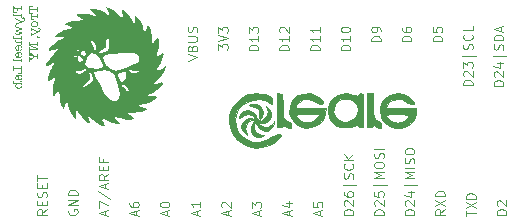
<source format=gbr>
%TF.GenerationSoftware,KiCad,Pcbnew,7.0.1-0*%
%TF.CreationDate,2024-01-09T13:00:13-05:00*%
%TF.ProjectId,nRF52_sandbox,6e524635-325f-4736-916e-64626f782e6b,rev?*%
%TF.SameCoordinates,Original*%
%TF.FileFunction,Legend,Bot*%
%TF.FilePolarity,Positive*%
%FSLAX46Y46*%
G04 Gerber Fmt 4.6, Leading zero omitted, Abs format (unit mm)*
G04 Created by KiCad (PCBNEW 7.0.1-0) date 2024-01-09 13:00:13*
%MOMM*%
%LPD*%
G01*
G04 APERTURE LIST*
%ADD10C,0.100000*%
%ADD11C,0.125000*%
%ADD12C,0.010000*%
%ADD13R,1.700000X1.700000*%
%ADD14O,1.700000X1.700000*%
%ADD15O,2.004000X1.104000*%
G04 APERTURE END LIST*
D10*
X108432095Y-83259523D02*
X109232095Y-82992856D01*
X109232095Y-82992856D02*
X108432095Y-82726190D01*
X108813047Y-82192857D02*
X108851142Y-82078571D01*
X108851142Y-82078571D02*
X108889238Y-82040476D01*
X108889238Y-82040476D02*
X108965428Y-82002380D01*
X108965428Y-82002380D02*
X109079714Y-82002380D01*
X109079714Y-82002380D02*
X109155904Y-82040476D01*
X109155904Y-82040476D02*
X109194000Y-82078571D01*
X109194000Y-82078571D02*
X109232095Y-82154761D01*
X109232095Y-82154761D02*
X109232095Y-82459523D01*
X109232095Y-82459523D02*
X108432095Y-82459523D01*
X108432095Y-82459523D02*
X108432095Y-82192857D01*
X108432095Y-82192857D02*
X108470190Y-82116666D01*
X108470190Y-82116666D02*
X108508285Y-82078571D01*
X108508285Y-82078571D02*
X108584476Y-82040476D01*
X108584476Y-82040476D02*
X108660666Y-82040476D01*
X108660666Y-82040476D02*
X108736857Y-82078571D01*
X108736857Y-82078571D02*
X108774952Y-82116666D01*
X108774952Y-82116666D02*
X108813047Y-82192857D01*
X108813047Y-82192857D02*
X108813047Y-82459523D01*
X108432095Y-81659523D02*
X109079714Y-81659523D01*
X109079714Y-81659523D02*
X109155904Y-81621428D01*
X109155904Y-81621428D02*
X109194000Y-81583333D01*
X109194000Y-81583333D02*
X109232095Y-81507142D01*
X109232095Y-81507142D02*
X109232095Y-81354761D01*
X109232095Y-81354761D02*
X109194000Y-81278571D01*
X109194000Y-81278571D02*
X109155904Y-81240476D01*
X109155904Y-81240476D02*
X109079714Y-81202380D01*
X109079714Y-81202380D02*
X108432095Y-81202380D01*
X109194000Y-80859524D02*
X109232095Y-80745238D01*
X109232095Y-80745238D02*
X109232095Y-80554762D01*
X109232095Y-80554762D02*
X109194000Y-80478571D01*
X109194000Y-80478571D02*
X109155904Y-80440476D01*
X109155904Y-80440476D02*
X109079714Y-80402381D01*
X109079714Y-80402381D02*
X109003523Y-80402381D01*
X109003523Y-80402381D02*
X108927333Y-80440476D01*
X108927333Y-80440476D02*
X108889238Y-80478571D01*
X108889238Y-80478571D02*
X108851142Y-80554762D01*
X108851142Y-80554762D02*
X108813047Y-80707143D01*
X108813047Y-80707143D02*
X108774952Y-80783333D01*
X108774952Y-80783333D02*
X108736857Y-80821428D01*
X108736857Y-80821428D02*
X108660666Y-80859524D01*
X108660666Y-80859524D02*
X108584476Y-80859524D01*
X108584476Y-80859524D02*
X108508285Y-80821428D01*
X108508285Y-80821428D02*
X108470190Y-80783333D01*
X108470190Y-80783333D02*
X108432095Y-80707143D01*
X108432095Y-80707143D02*
X108432095Y-80516666D01*
X108432095Y-80516666D02*
X108470190Y-80402381D01*
X111024095Y-82345238D02*
X111024095Y-81850000D01*
X111024095Y-81850000D02*
X111328857Y-82116666D01*
X111328857Y-82116666D02*
X111328857Y-82002381D01*
X111328857Y-82002381D02*
X111366952Y-81926190D01*
X111366952Y-81926190D02*
X111405047Y-81888095D01*
X111405047Y-81888095D02*
X111481238Y-81850000D01*
X111481238Y-81850000D02*
X111671714Y-81850000D01*
X111671714Y-81850000D02*
X111747904Y-81888095D01*
X111747904Y-81888095D02*
X111786000Y-81926190D01*
X111786000Y-81926190D02*
X111824095Y-82002381D01*
X111824095Y-82002381D02*
X111824095Y-82230952D01*
X111824095Y-82230952D02*
X111786000Y-82307143D01*
X111786000Y-82307143D02*
X111747904Y-82345238D01*
X111024095Y-81621428D02*
X111824095Y-81354761D01*
X111824095Y-81354761D02*
X111024095Y-81088095D01*
X111024095Y-80897619D02*
X111024095Y-80402381D01*
X111024095Y-80402381D02*
X111328857Y-80669047D01*
X111328857Y-80669047D02*
X111328857Y-80554762D01*
X111328857Y-80554762D02*
X111366952Y-80478571D01*
X111366952Y-80478571D02*
X111405047Y-80440476D01*
X111405047Y-80440476D02*
X111481238Y-80402381D01*
X111481238Y-80402381D02*
X111671714Y-80402381D01*
X111671714Y-80402381D02*
X111747904Y-80440476D01*
X111747904Y-80440476D02*
X111786000Y-80478571D01*
X111786000Y-80478571D02*
X111824095Y-80554762D01*
X111824095Y-80554762D02*
X111824095Y-80783333D01*
X111824095Y-80783333D02*
X111786000Y-80859524D01*
X111786000Y-80859524D02*
X111747904Y-80897619D01*
X114416095Y-82383333D02*
X113616095Y-82383333D01*
X113616095Y-82383333D02*
X113616095Y-82192857D01*
X113616095Y-82192857D02*
X113654190Y-82078571D01*
X113654190Y-82078571D02*
X113730380Y-82002381D01*
X113730380Y-82002381D02*
X113806571Y-81964286D01*
X113806571Y-81964286D02*
X113958952Y-81926190D01*
X113958952Y-81926190D02*
X114073238Y-81926190D01*
X114073238Y-81926190D02*
X114225619Y-81964286D01*
X114225619Y-81964286D02*
X114301809Y-82002381D01*
X114301809Y-82002381D02*
X114378000Y-82078571D01*
X114378000Y-82078571D02*
X114416095Y-82192857D01*
X114416095Y-82192857D02*
X114416095Y-82383333D01*
X114416095Y-81164286D02*
X114416095Y-81621429D01*
X114416095Y-81392857D02*
X113616095Y-81392857D01*
X113616095Y-81392857D02*
X113730380Y-81469048D01*
X113730380Y-81469048D02*
X113806571Y-81545238D01*
X113806571Y-81545238D02*
X113844666Y-81621429D01*
X113616095Y-80897619D02*
X113616095Y-80402381D01*
X113616095Y-80402381D02*
X113920857Y-80669047D01*
X113920857Y-80669047D02*
X113920857Y-80554762D01*
X113920857Y-80554762D02*
X113958952Y-80478571D01*
X113958952Y-80478571D02*
X113997047Y-80440476D01*
X113997047Y-80440476D02*
X114073238Y-80402381D01*
X114073238Y-80402381D02*
X114263714Y-80402381D01*
X114263714Y-80402381D02*
X114339904Y-80440476D01*
X114339904Y-80440476D02*
X114378000Y-80478571D01*
X114378000Y-80478571D02*
X114416095Y-80554762D01*
X114416095Y-80554762D02*
X114416095Y-80783333D01*
X114416095Y-80783333D02*
X114378000Y-80859524D01*
X114378000Y-80859524D02*
X114339904Y-80897619D01*
X117008095Y-82383333D02*
X116208095Y-82383333D01*
X116208095Y-82383333D02*
X116208095Y-82192857D01*
X116208095Y-82192857D02*
X116246190Y-82078571D01*
X116246190Y-82078571D02*
X116322380Y-82002381D01*
X116322380Y-82002381D02*
X116398571Y-81964286D01*
X116398571Y-81964286D02*
X116550952Y-81926190D01*
X116550952Y-81926190D02*
X116665238Y-81926190D01*
X116665238Y-81926190D02*
X116817619Y-81964286D01*
X116817619Y-81964286D02*
X116893809Y-82002381D01*
X116893809Y-82002381D02*
X116970000Y-82078571D01*
X116970000Y-82078571D02*
X117008095Y-82192857D01*
X117008095Y-82192857D02*
X117008095Y-82383333D01*
X117008095Y-81164286D02*
X117008095Y-81621429D01*
X117008095Y-81392857D02*
X116208095Y-81392857D01*
X116208095Y-81392857D02*
X116322380Y-81469048D01*
X116322380Y-81469048D02*
X116398571Y-81545238D01*
X116398571Y-81545238D02*
X116436666Y-81621429D01*
X116284285Y-80859524D02*
X116246190Y-80821428D01*
X116246190Y-80821428D02*
X116208095Y-80745238D01*
X116208095Y-80745238D02*
X116208095Y-80554762D01*
X116208095Y-80554762D02*
X116246190Y-80478571D01*
X116246190Y-80478571D02*
X116284285Y-80440476D01*
X116284285Y-80440476D02*
X116360476Y-80402381D01*
X116360476Y-80402381D02*
X116436666Y-80402381D01*
X116436666Y-80402381D02*
X116550952Y-80440476D01*
X116550952Y-80440476D02*
X117008095Y-80897619D01*
X117008095Y-80897619D02*
X117008095Y-80402381D01*
X119600095Y-82383333D02*
X118800095Y-82383333D01*
X118800095Y-82383333D02*
X118800095Y-82192857D01*
X118800095Y-82192857D02*
X118838190Y-82078571D01*
X118838190Y-82078571D02*
X118914380Y-82002381D01*
X118914380Y-82002381D02*
X118990571Y-81964286D01*
X118990571Y-81964286D02*
X119142952Y-81926190D01*
X119142952Y-81926190D02*
X119257238Y-81926190D01*
X119257238Y-81926190D02*
X119409619Y-81964286D01*
X119409619Y-81964286D02*
X119485809Y-82002381D01*
X119485809Y-82002381D02*
X119562000Y-82078571D01*
X119562000Y-82078571D02*
X119600095Y-82192857D01*
X119600095Y-82192857D02*
X119600095Y-82383333D01*
X119600095Y-81164286D02*
X119600095Y-81621429D01*
X119600095Y-81392857D02*
X118800095Y-81392857D01*
X118800095Y-81392857D02*
X118914380Y-81469048D01*
X118914380Y-81469048D02*
X118990571Y-81545238D01*
X118990571Y-81545238D02*
X119028666Y-81621429D01*
X119600095Y-80402381D02*
X119600095Y-80859524D01*
X119600095Y-80630952D02*
X118800095Y-80630952D01*
X118800095Y-80630952D02*
X118914380Y-80707143D01*
X118914380Y-80707143D02*
X118990571Y-80783333D01*
X118990571Y-80783333D02*
X119028666Y-80859524D01*
X122192095Y-82383333D02*
X121392095Y-82383333D01*
X121392095Y-82383333D02*
X121392095Y-82192857D01*
X121392095Y-82192857D02*
X121430190Y-82078571D01*
X121430190Y-82078571D02*
X121506380Y-82002381D01*
X121506380Y-82002381D02*
X121582571Y-81964286D01*
X121582571Y-81964286D02*
X121734952Y-81926190D01*
X121734952Y-81926190D02*
X121849238Y-81926190D01*
X121849238Y-81926190D02*
X122001619Y-81964286D01*
X122001619Y-81964286D02*
X122077809Y-82002381D01*
X122077809Y-82002381D02*
X122154000Y-82078571D01*
X122154000Y-82078571D02*
X122192095Y-82192857D01*
X122192095Y-82192857D02*
X122192095Y-82383333D01*
X122192095Y-81164286D02*
X122192095Y-81621429D01*
X122192095Y-81392857D02*
X121392095Y-81392857D01*
X121392095Y-81392857D02*
X121506380Y-81469048D01*
X121506380Y-81469048D02*
X121582571Y-81545238D01*
X121582571Y-81545238D02*
X121620666Y-81621429D01*
X121392095Y-80669047D02*
X121392095Y-80592857D01*
X121392095Y-80592857D02*
X121430190Y-80516666D01*
X121430190Y-80516666D02*
X121468285Y-80478571D01*
X121468285Y-80478571D02*
X121544476Y-80440476D01*
X121544476Y-80440476D02*
X121696857Y-80402381D01*
X121696857Y-80402381D02*
X121887333Y-80402381D01*
X121887333Y-80402381D02*
X122039714Y-80440476D01*
X122039714Y-80440476D02*
X122115904Y-80478571D01*
X122115904Y-80478571D02*
X122154000Y-80516666D01*
X122154000Y-80516666D02*
X122192095Y-80592857D01*
X122192095Y-80592857D02*
X122192095Y-80669047D01*
X122192095Y-80669047D02*
X122154000Y-80745238D01*
X122154000Y-80745238D02*
X122115904Y-80783333D01*
X122115904Y-80783333D02*
X122039714Y-80821428D01*
X122039714Y-80821428D02*
X121887333Y-80859524D01*
X121887333Y-80859524D02*
X121696857Y-80859524D01*
X121696857Y-80859524D02*
X121544476Y-80821428D01*
X121544476Y-80821428D02*
X121468285Y-80783333D01*
X121468285Y-80783333D02*
X121430190Y-80745238D01*
X121430190Y-80745238D02*
X121392095Y-80669047D01*
X124784095Y-81621428D02*
X123984095Y-81621428D01*
X123984095Y-81621428D02*
X123984095Y-81430952D01*
X123984095Y-81430952D02*
X124022190Y-81316666D01*
X124022190Y-81316666D02*
X124098380Y-81240476D01*
X124098380Y-81240476D02*
X124174571Y-81202381D01*
X124174571Y-81202381D02*
X124326952Y-81164285D01*
X124326952Y-81164285D02*
X124441238Y-81164285D01*
X124441238Y-81164285D02*
X124593619Y-81202381D01*
X124593619Y-81202381D02*
X124669809Y-81240476D01*
X124669809Y-81240476D02*
X124746000Y-81316666D01*
X124746000Y-81316666D02*
X124784095Y-81430952D01*
X124784095Y-81430952D02*
X124784095Y-81621428D01*
X124784095Y-80783333D02*
X124784095Y-80630952D01*
X124784095Y-80630952D02*
X124746000Y-80554762D01*
X124746000Y-80554762D02*
X124707904Y-80516666D01*
X124707904Y-80516666D02*
X124593619Y-80440476D01*
X124593619Y-80440476D02*
X124441238Y-80402381D01*
X124441238Y-80402381D02*
X124136476Y-80402381D01*
X124136476Y-80402381D02*
X124060285Y-80440476D01*
X124060285Y-80440476D02*
X124022190Y-80478571D01*
X124022190Y-80478571D02*
X123984095Y-80554762D01*
X123984095Y-80554762D02*
X123984095Y-80707143D01*
X123984095Y-80707143D02*
X124022190Y-80783333D01*
X124022190Y-80783333D02*
X124060285Y-80821428D01*
X124060285Y-80821428D02*
X124136476Y-80859524D01*
X124136476Y-80859524D02*
X124326952Y-80859524D01*
X124326952Y-80859524D02*
X124403142Y-80821428D01*
X124403142Y-80821428D02*
X124441238Y-80783333D01*
X124441238Y-80783333D02*
X124479333Y-80707143D01*
X124479333Y-80707143D02*
X124479333Y-80554762D01*
X124479333Y-80554762D02*
X124441238Y-80478571D01*
X124441238Y-80478571D02*
X124403142Y-80440476D01*
X124403142Y-80440476D02*
X124326952Y-80402381D01*
X127376095Y-81621428D02*
X126576095Y-81621428D01*
X126576095Y-81621428D02*
X126576095Y-81430952D01*
X126576095Y-81430952D02*
X126614190Y-81316666D01*
X126614190Y-81316666D02*
X126690380Y-81240476D01*
X126690380Y-81240476D02*
X126766571Y-81202381D01*
X126766571Y-81202381D02*
X126918952Y-81164285D01*
X126918952Y-81164285D02*
X127033238Y-81164285D01*
X127033238Y-81164285D02*
X127185619Y-81202381D01*
X127185619Y-81202381D02*
X127261809Y-81240476D01*
X127261809Y-81240476D02*
X127338000Y-81316666D01*
X127338000Y-81316666D02*
X127376095Y-81430952D01*
X127376095Y-81430952D02*
X127376095Y-81621428D01*
X126576095Y-80478571D02*
X126576095Y-80630952D01*
X126576095Y-80630952D02*
X126614190Y-80707143D01*
X126614190Y-80707143D02*
X126652285Y-80745238D01*
X126652285Y-80745238D02*
X126766571Y-80821428D01*
X126766571Y-80821428D02*
X126918952Y-80859524D01*
X126918952Y-80859524D02*
X127223714Y-80859524D01*
X127223714Y-80859524D02*
X127299904Y-80821428D01*
X127299904Y-80821428D02*
X127338000Y-80783333D01*
X127338000Y-80783333D02*
X127376095Y-80707143D01*
X127376095Y-80707143D02*
X127376095Y-80554762D01*
X127376095Y-80554762D02*
X127338000Y-80478571D01*
X127338000Y-80478571D02*
X127299904Y-80440476D01*
X127299904Y-80440476D02*
X127223714Y-80402381D01*
X127223714Y-80402381D02*
X127033238Y-80402381D01*
X127033238Y-80402381D02*
X126957047Y-80440476D01*
X126957047Y-80440476D02*
X126918952Y-80478571D01*
X126918952Y-80478571D02*
X126880857Y-80554762D01*
X126880857Y-80554762D02*
X126880857Y-80707143D01*
X126880857Y-80707143D02*
X126918952Y-80783333D01*
X126918952Y-80783333D02*
X126957047Y-80821428D01*
X126957047Y-80821428D02*
X127033238Y-80859524D01*
X129968095Y-81621428D02*
X129168095Y-81621428D01*
X129168095Y-81621428D02*
X129168095Y-81430952D01*
X129168095Y-81430952D02*
X129206190Y-81316666D01*
X129206190Y-81316666D02*
X129282380Y-81240476D01*
X129282380Y-81240476D02*
X129358571Y-81202381D01*
X129358571Y-81202381D02*
X129510952Y-81164285D01*
X129510952Y-81164285D02*
X129625238Y-81164285D01*
X129625238Y-81164285D02*
X129777619Y-81202381D01*
X129777619Y-81202381D02*
X129853809Y-81240476D01*
X129853809Y-81240476D02*
X129930000Y-81316666D01*
X129930000Y-81316666D02*
X129968095Y-81430952D01*
X129968095Y-81430952D02*
X129968095Y-81621428D01*
X129168095Y-80440476D02*
X129168095Y-80821428D01*
X129168095Y-80821428D02*
X129549047Y-80859524D01*
X129549047Y-80859524D02*
X129510952Y-80821428D01*
X129510952Y-80821428D02*
X129472857Y-80745238D01*
X129472857Y-80745238D02*
X129472857Y-80554762D01*
X129472857Y-80554762D02*
X129510952Y-80478571D01*
X129510952Y-80478571D02*
X129549047Y-80440476D01*
X129549047Y-80440476D02*
X129625238Y-80402381D01*
X129625238Y-80402381D02*
X129815714Y-80402381D01*
X129815714Y-80402381D02*
X129891904Y-80440476D01*
X129891904Y-80440476D02*
X129930000Y-80478571D01*
X129930000Y-80478571D02*
X129968095Y-80554762D01*
X129968095Y-80554762D02*
X129968095Y-80745238D01*
X129968095Y-80745238D02*
X129930000Y-80821428D01*
X129930000Y-80821428D02*
X129891904Y-80859524D01*
X132560095Y-85354762D02*
X131760095Y-85354762D01*
X131760095Y-85354762D02*
X131760095Y-85164286D01*
X131760095Y-85164286D02*
X131798190Y-85050000D01*
X131798190Y-85050000D02*
X131874380Y-84973810D01*
X131874380Y-84973810D02*
X131950571Y-84935715D01*
X131950571Y-84935715D02*
X132102952Y-84897619D01*
X132102952Y-84897619D02*
X132217238Y-84897619D01*
X132217238Y-84897619D02*
X132369619Y-84935715D01*
X132369619Y-84935715D02*
X132445809Y-84973810D01*
X132445809Y-84973810D02*
X132522000Y-85050000D01*
X132522000Y-85050000D02*
X132560095Y-85164286D01*
X132560095Y-85164286D02*
X132560095Y-85354762D01*
X131836285Y-84592858D02*
X131798190Y-84554762D01*
X131798190Y-84554762D02*
X131760095Y-84478572D01*
X131760095Y-84478572D02*
X131760095Y-84288096D01*
X131760095Y-84288096D02*
X131798190Y-84211905D01*
X131798190Y-84211905D02*
X131836285Y-84173810D01*
X131836285Y-84173810D02*
X131912476Y-84135715D01*
X131912476Y-84135715D02*
X131988666Y-84135715D01*
X131988666Y-84135715D02*
X132102952Y-84173810D01*
X132102952Y-84173810D02*
X132560095Y-84630953D01*
X132560095Y-84630953D02*
X132560095Y-84135715D01*
X131760095Y-83869048D02*
X131760095Y-83373810D01*
X131760095Y-83373810D02*
X132064857Y-83640476D01*
X132064857Y-83640476D02*
X132064857Y-83526191D01*
X132064857Y-83526191D02*
X132102952Y-83450000D01*
X132102952Y-83450000D02*
X132141047Y-83411905D01*
X132141047Y-83411905D02*
X132217238Y-83373810D01*
X132217238Y-83373810D02*
X132407714Y-83373810D01*
X132407714Y-83373810D02*
X132483904Y-83411905D01*
X132483904Y-83411905D02*
X132522000Y-83450000D01*
X132522000Y-83450000D02*
X132560095Y-83526191D01*
X132560095Y-83526191D02*
X132560095Y-83754762D01*
X132560095Y-83754762D02*
X132522000Y-83830953D01*
X132522000Y-83830953D02*
X132483904Y-83869048D01*
X132826761Y-82840476D02*
X131683904Y-82840476D01*
X132522000Y-82307143D02*
X132560095Y-82192857D01*
X132560095Y-82192857D02*
X132560095Y-82002381D01*
X132560095Y-82002381D02*
X132522000Y-81926190D01*
X132522000Y-81926190D02*
X132483904Y-81888095D01*
X132483904Y-81888095D02*
X132407714Y-81850000D01*
X132407714Y-81850000D02*
X132331523Y-81850000D01*
X132331523Y-81850000D02*
X132255333Y-81888095D01*
X132255333Y-81888095D02*
X132217238Y-81926190D01*
X132217238Y-81926190D02*
X132179142Y-82002381D01*
X132179142Y-82002381D02*
X132141047Y-82154762D01*
X132141047Y-82154762D02*
X132102952Y-82230952D01*
X132102952Y-82230952D02*
X132064857Y-82269047D01*
X132064857Y-82269047D02*
X131988666Y-82307143D01*
X131988666Y-82307143D02*
X131912476Y-82307143D01*
X131912476Y-82307143D02*
X131836285Y-82269047D01*
X131836285Y-82269047D02*
X131798190Y-82230952D01*
X131798190Y-82230952D02*
X131760095Y-82154762D01*
X131760095Y-82154762D02*
X131760095Y-81964285D01*
X131760095Y-81964285D02*
X131798190Y-81850000D01*
X132483904Y-81049999D02*
X132522000Y-81088095D01*
X132522000Y-81088095D02*
X132560095Y-81202380D01*
X132560095Y-81202380D02*
X132560095Y-81278571D01*
X132560095Y-81278571D02*
X132522000Y-81392857D01*
X132522000Y-81392857D02*
X132445809Y-81469047D01*
X132445809Y-81469047D02*
X132369619Y-81507142D01*
X132369619Y-81507142D02*
X132217238Y-81545238D01*
X132217238Y-81545238D02*
X132102952Y-81545238D01*
X132102952Y-81545238D02*
X131950571Y-81507142D01*
X131950571Y-81507142D02*
X131874380Y-81469047D01*
X131874380Y-81469047D02*
X131798190Y-81392857D01*
X131798190Y-81392857D02*
X131760095Y-81278571D01*
X131760095Y-81278571D02*
X131760095Y-81202380D01*
X131760095Y-81202380D02*
X131798190Y-81088095D01*
X131798190Y-81088095D02*
X131836285Y-81049999D01*
X132560095Y-80326190D02*
X132560095Y-80707142D01*
X132560095Y-80707142D02*
X131760095Y-80707142D01*
X135152095Y-85392857D02*
X134352095Y-85392857D01*
X134352095Y-85392857D02*
X134352095Y-85202381D01*
X134352095Y-85202381D02*
X134390190Y-85088095D01*
X134390190Y-85088095D02*
X134466380Y-85011905D01*
X134466380Y-85011905D02*
X134542571Y-84973810D01*
X134542571Y-84973810D02*
X134694952Y-84935714D01*
X134694952Y-84935714D02*
X134809238Y-84935714D01*
X134809238Y-84935714D02*
X134961619Y-84973810D01*
X134961619Y-84973810D02*
X135037809Y-85011905D01*
X135037809Y-85011905D02*
X135114000Y-85088095D01*
X135114000Y-85088095D02*
X135152095Y-85202381D01*
X135152095Y-85202381D02*
X135152095Y-85392857D01*
X134428285Y-84630953D02*
X134390190Y-84592857D01*
X134390190Y-84592857D02*
X134352095Y-84516667D01*
X134352095Y-84516667D02*
X134352095Y-84326191D01*
X134352095Y-84326191D02*
X134390190Y-84250000D01*
X134390190Y-84250000D02*
X134428285Y-84211905D01*
X134428285Y-84211905D02*
X134504476Y-84173810D01*
X134504476Y-84173810D02*
X134580666Y-84173810D01*
X134580666Y-84173810D02*
X134694952Y-84211905D01*
X134694952Y-84211905D02*
X135152095Y-84669048D01*
X135152095Y-84669048D02*
X135152095Y-84173810D01*
X134618761Y-83488095D02*
X135152095Y-83488095D01*
X134314000Y-83678571D02*
X134885428Y-83869048D01*
X134885428Y-83869048D02*
X134885428Y-83373809D01*
X135418761Y-82878571D02*
X134275904Y-82878571D01*
X135114000Y-82345238D02*
X135152095Y-82230952D01*
X135152095Y-82230952D02*
X135152095Y-82040476D01*
X135152095Y-82040476D02*
X135114000Y-81964285D01*
X135114000Y-81964285D02*
X135075904Y-81926190D01*
X135075904Y-81926190D02*
X134999714Y-81888095D01*
X134999714Y-81888095D02*
X134923523Y-81888095D01*
X134923523Y-81888095D02*
X134847333Y-81926190D01*
X134847333Y-81926190D02*
X134809238Y-81964285D01*
X134809238Y-81964285D02*
X134771142Y-82040476D01*
X134771142Y-82040476D02*
X134733047Y-82192857D01*
X134733047Y-82192857D02*
X134694952Y-82269047D01*
X134694952Y-82269047D02*
X134656857Y-82307142D01*
X134656857Y-82307142D02*
X134580666Y-82345238D01*
X134580666Y-82345238D02*
X134504476Y-82345238D01*
X134504476Y-82345238D02*
X134428285Y-82307142D01*
X134428285Y-82307142D02*
X134390190Y-82269047D01*
X134390190Y-82269047D02*
X134352095Y-82192857D01*
X134352095Y-82192857D02*
X134352095Y-82002380D01*
X134352095Y-82002380D02*
X134390190Y-81888095D01*
X135152095Y-81545237D02*
X134352095Y-81545237D01*
X134352095Y-81545237D02*
X134352095Y-81354761D01*
X134352095Y-81354761D02*
X134390190Y-81240475D01*
X134390190Y-81240475D02*
X134466380Y-81164285D01*
X134466380Y-81164285D02*
X134542571Y-81126190D01*
X134542571Y-81126190D02*
X134694952Y-81088094D01*
X134694952Y-81088094D02*
X134809238Y-81088094D01*
X134809238Y-81088094D02*
X134961619Y-81126190D01*
X134961619Y-81126190D02*
X135037809Y-81164285D01*
X135037809Y-81164285D02*
X135114000Y-81240475D01*
X135114000Y-81240475D02*
X135152095Y-81354761D01*
X135152095Y-81354761D02*
X135152095Y-81545237D01*
X134923523Y-80783333D02*
X134923523Y-80402380D01*
X135152095Y-80859523D02*
X134352095Y-80592856D01*
X134352095Y-80592856D02*
X135152095Y-80326190D01*
D11*
G36*
X94094082Y-78765694D02*
G01*
X94000097Y-78765694D01*
X93821898Y-78764717D01*
X93811865Y-78764494D01*
X93802480Y-78763825D01*
X93793743Y-78762711D01*
X93785652Y-78761151D01*
X93774730Y-78757975D01*
X93765264Y-78753796D01*
X93757254Y-78748614D01*
X93750701Y-78742430D01*
X93745604Y-78735242D01*
X93741963Y-78727052D01*
X93739779Y-78717858D01*
X93739050Y-78707662D01*
X93739279Y-78699170D01*
X93740060Y-78691373D01*
X93741395Y-78685191D01*
X93742848Y-78676631D01*
X93743987Y-78668022D01*
X93744636Y-78659725D01*
X93744717Y-78656078D01*
X93743898Y-78648190D01*
X93741066Y-78640260D01*
X93736212Y-78633207D01*
X93734361Y-78631263D01*
X93728039Y-78626445D01*
X93720109Y-78622942D01*
X93712156Y-78621453D01*
X93708374Y-78621297D01*
X93699306Y-78622033D01*
X93691448Y-78624241D01*
X93683325Y-78629069D01*
X93677091Y-78636197D01*
X93673464Y-78643555D01*
X93671046Y-78652384D01*
X93669837Y-78662685D01*
X93669685Y-78668387D01*
X93669995Y-78676397D01*
X93670602Y-78684489D01*
X93670662Y-78685191D01*
X93677892Y-78762372D01*
X93678625Y-78770666D01*
X93679287Y-78779136D01*
X93679876Y-78787780D01*
X93680392Y-78796600D01*
X93680837Y-78805595D01*
X93681210Y-78814765D01*
X93681510Y-78824110D01*
X93681739Y-78833630D01*
X93681895Y-78843325D01*
X93681979Y-78853196D01*
X93681995Y-78859874D01*
X93681998Y-78868203D01*
X93682008Y-78878632D01*
X93682018Y-78887832D01*
X93682033Y-78898214D01*
X93682050Y-78909777D01*
X93682064Y-78918143D01*
X93682079Y-78927033D01*
X93682096Y-78936449D01*
X93682115Y-78946389D01*
X93682134Y-78956855D01*
X93682156Y-78967846D01*
X93682179Y-78979362D01*
X93682191Y-78985317D01*
X93669685Y-79114082D01*
X93669685Y-79122357D01*
X93669685Y-79131061D01*
X93669685Y-79140194D01*
X93669685Y-79149757D01*
X93669685Y-79157716D01*
X93669685Y-79165950D01*
X93669685Y-79174459D01*
X93669685Y-79182494D01*
X93669685Y-79190774D01*
X93669685Y-79199298D01*
X93669685Y-79208066D01*
X93670142Y-79218682D01*
X93671513Y-79228253D01*
X93673797Y-79236780D01*
X93676994Y-79244263D01*
X93682679Y-79252616D01*
X93689988Y-79259113D01*
X93698921Y-79263754D01*
X93706687Y-79266016D01*
X93715367Y-79267234D01*
X93721660Y-79267466D01*
X93729810Y-79267267D01*
X93737745Y-79266797D01*
X93746720Y-79266050D01*
X93754648Y-79265253D01*
X93763243Y-79264279D01*
X93772503Y-79263128D01*
X93782428Y-79261800D01*
X93792326Y-79260518D01*
X93801601Y-79259406D01*
X93810253Y-79258466D01*
X93818283Y-79257697D01*
X93827444Y-79256975D01*
X93835632Y-79256521D01*
X93844173Y-79256329D01*
X93852372Y-79256432D01*
X93861414Y-79256740D01*
X93869833Y-79257168D01*
X93878871Y-79257748D01*
X93886875Y-79258346D01*
X93888527Y-79258478D01*
X93896665Y-79259154D01*
X93904594Y-79259715D01*
X93913831Y-79260237D01*
X93922765Y-79260594D01*
X93931398Y-79260786D01*
X93936985Y-79260823D01*
X93945086Y-79260467D01*
X93954648Y-79258888D01*
X93962794Y-79256044D01*
X93969523Y-79251936D01*
X93975942Y-79245023D01*
X93980147Y-79236136D01*
X93981918Y-79227605D01*
X93982316Y-79220376D01*
X93981501Y-79210668D01*
X93979056Y-79202254D01*
X93974980Y-79195134D01*
X93969274Y-79189309D01*
X93961937Y-79184778D01*
X93952971Y-79181542D01*
X93945176Y-79179964D01*
X93936464Y-79179115D01*
X93930146Y-79178953D01*
X93921304Y-79179063D01*
X93913327Y-79179289D01*
X93904195Y-79179640D01*
X93895704Y-79180026D01*
X93886411Y-79180498D01*
X93882470Y-79180711D01*
X93872800Y-79181218D01*
X93863942Y-79181639D01*
X93855894Y-79181974D01*
X93847307Y-79182262D01*
X93838766Y-79182442D01*
X93834598Y-79182470D01*
X93823952Y-79182174D01*
X93814068Y-79181288D01*
X93804947Y-79179811D01*
X93796588Y-79177744D01*
X93788992Y-79175085D01*
X93780049Y-79170622D01*
X93772462Y-79165108D01*
X93766231Y-79158544D01*
X93761356Y-79150930D01*
X93760348Y-79148862D01*
X93756685Y-79139025D01*
X93754258Y-79129764D01*
X93752105Y-79118889D01*
X93750823Y-79110742D01*
X93749663Y-79101877D01*
X93748625Y-79092295D01*
X93747709Y-79081996D01*
X93746915Y-79070979D01*
X93746243Y-79059245D01*
X93745694Y-79046793D01*
X93745266Y-79033624D01*
X93744961Y-79019737D01*
X93744778Y-79005133D01*
X93744717Y-78989811D01*
X93744791Y-78976859D01*
X93745013Y-78964624D01*
X93745383Y-78953106D01*
X93745901Y-78942306D01*
X93746568Y-78932223D01*
X93747382Y-78922858D01*
X93748345Y-78914210D01*
X93749455Y-78906280D01*
X93751399Y-78895730D01*
X93753675Y-78886794D01*
X93757229Y-78877391D01*
X93762504Y-78869672D01*
X93763670Y-78868667D01*
X93771689Y-78864882D01*
X93779920Y-78862793D01*
X93790459Y-78861053D01*
X93799878Y-78859976D01*
X93810595Y-78859095D01*
X93818461Y-78858617D01*
X93826905Y-78858225D01*
X93835925Y-78857921D01*
X93845522Y-78857703D01*
X93855696Y-78857573D01*
X93866448Y-78857529D01*
X93949099Y-78857529D01*
X93958282Y-78857734D01*
X93966292Y-78858350D01*
X93974354Y-78859630D01*
X93982475Y-78862255D01*
X93987592Y-78865931D01*
X93991087Y-78873007D01*
X93993014Y-78881758D01*
X93993967Y-78889749D01*
X93994567Y-78899191D01*
X93994793Y-78907788D01*
X93994822Y-78912435D01*
X93994822Y-78949364D01*
X93994612Y-78958190D01*
X93993982Y-78966446D01*
X93992250Y-78977763D01*
X93989574Y-78987798D01*
X93985953Y-78996553D01*
X93981388Y-79004026D01*
X93975878Y-79010218D01*
X93969424Y-79015129D01*
X93962025Y-79018759D01*
X93953682Y-79021108D01*
X93944394Y-79022175D01*
X93941088Y-79022247D01*
X93932414Y-79021960D01*
X93924238Y-79021319D01*
X93916182Y-79020458D01*
X93907285Y-79019316D01*
X93898453Y-79018250D01*
X93890594Y-79017446D01*
X93881918Y-79016796D01*
X93874849Y-79016580D01*
X93864866Y-79017212D01*
X93856214Y-79019108D01*
X93848893Y-79022268D01*
X93841613Y-79027995D01*
X93836413Y-79035697D01*
X93833751Y-79043281D01*
X93832420Y-79052129D01*
X93832254Y-79057027D01*
X93833020Y-79065957D01*
X93835319Y-79073696D01*
X93840348Y-79081696D01*
X93847771Y-79087836D01*
X93855434Y-79091408D01*
X93864630Y-79093789D01*
X93872533Y-79094794D01*
X93881297Y-79095129D01*
X93889691Y-79094717D01*
X93897812Y-79094018D01*
X93905603Y-79093240D01*
X93908066Y-79092979D01*
X93968248Y-79086140D01*
X93977950Y-79085087D01*
X93987030Y-79084174D01*
X93995487Y-79083402D01*
X94003321Y-79082770D01*
X94012238Y-79082177D01*
X94020182Y-79081804D01*
X94028429Y-79081646D01*
X94037217Y-79081736D01*
X94046434Y-79082004D01*
X94056080Y-79082450D01*
X94066156Y-79083075D01*
X94076661Y-79083879D01*
X94087595Y-79084861D01*
X94098958Y-79086022D01*
X94106773Y-79086895D01*
X94114778Y-79087848D01*
X94122974Y-79088880D01*
X94131360Y-79089991D01*
X94139938Y-79091182D01*
X94144298Y-79091807D01*
X94153015Y-79092936D01*
X94161581Y-79093831D01*
X94169996Y-79094493D01*
X94178260Y-79094921D01*
X94186373Y-79095116D01*
X94189043Y-79095129D01*
X94199210Y-79094497D01*
X94208021Y-79092601D01*
X94215477Y-79089441D01*
X94222890Y-79083713D01*
X94228185Y-79076011D01*
X94230896Y-79068428D01*
X94232252Y-79059580D01*
X94232421Y-79054682D01*
X94231704Y-79045752D01*
X94229551Y-79038012D01*
X94224843Y-79030013D01*
X94217892Y-79023873D01*
X94210718Y-79020301D01*
X94202108Y-79017920D01*
X94192064Y-79016729D01*
X94186503Y-79016580D01*
X94177799Y-79016765D01*
X94169815Y-79017131D01*
X94161688Y-79017612D01*
X94153872Y-79018143D01*
X94146051Y-79018741D01*
X94137897Y-79019282D01*
X94129862Y-79019694D01*
X94121741Y-79019900D01*
X94121046Y-79019902D01*
X94112971Y-79019606D01*
X94103933Y-79018403D01*
X94096069Y-79016274D01*
X94088180Y-79012498D01*
X94081982Y-79007390D01*
X94077473Y-79000949D01*
X94074139Y-78993108D01*
X94072264Y-78985016D01*
X94071111Y-78976825D01*
X94070329Y-78967316D01*
X94069972Y-78958762D01*
X94069853Y-78949364D01*
X94069853Y-78914584D01*
X94069990Y-78905285D01*
X94070403Y-78896926D01*
X94071304Y-78887799D01*
X94072953Y-78878786D01*
X94075658Y-78870946D01*
X94078646Y-78866517D01*
X94086018Y-78862172D01*
X94093629Y-78860066D01*
X94101620Y-78858793D01*
X94111108Y-78857959D01*
X94119777Y-78857608D01*
X94126908Y-78857529D01*
X94257236Y-78857529D01*
X94266614Y-78857632D01*
X94275405Y-78857941D01*
X94283609Y-78858457D01*
X94293634Y-78859464D01*
X94302614Y-78860838D01*
X94310551Y-78862578D01*
X94319003Y-78865269D01*
X94326992Y-78869253D01*
X94333101Y-78874384D01*
X94337946Y-78880986D01*
X94341527Y-78889057D01*
X94343546Y-78896906D01*
X94344687Y-78905776D01*
X94344968Y-78913607D01*
X94344968Y-78921441D01*
X94344968Y-78929486D01*
X94344968Y-78938227D01*
X94344968Y-78946067D01*
X94344968Y-78954287D01*
X94344968Y-78962349D01*
X94344968Y-78962847D01*
X94345298Y-78972065D01*
X94346287Y-78980377D01*
X94348632Y-78990049D01*
X94352149Y-78998109D01*
X94356838Y-79004557D01*
X94364349Y-79010350D01*
X94371676Y-79013171D01*
X94380176Y-79014380D01*
X94382484Y-79014431D01*
X94390827Y-79013503D01*
X94398489Y-79010721D01*
X94405472Y-79006085D01*
X94409057Y-79002707D01*
X94413845Y-78996528D01*
X94417595Y-78988817D01*
X94419615Y-78980302D01*
X94420000Y-78974180D01*
X94419841Y-78965511D01*
X94419451Y-78956801D01*
X94418948Y-78948639D01*
X94418284Y-78939658D01*
X94417456Y-78929856D01*
X94416678Y-78921423D01*
X94415875Y-78912072D01*
X94415151Y-78902484D01*
X94414505Y-78892659D01*
X94413939Y-78882598D01*
X94413452Y-78872299D01*
X94413044Y-78861763D01*
X94412715Y-78850990D01*
X94412465Y-78839980D01*
X94412293Y-78828733D01*
X94412201Y-78817250D01*
X94412184Y-78809462D01*
X94412245Y-78799311D01*
X94412428Y-78788982D01*
X94412646Y-78781120D01*
X94412932Y-78773158D01*
X94413287Y-78765096D01*
X94413710Y-78756935D01*
X94414203Y-78748674D01*
X94414764Y-78740313D01*
X94415393Y-78731853D01*
X94416092Y-78723293D01*
X94419413Y-78685191D01*
X94420000Y-78677376D01*
X94420000Y-78670537D01*
X94419651Y-78661737D01*
X94418605Y-78653803D01*
X94416126Y-78644571D01*
X94412407Y-78636877D01*
X94407449Y-78630722D01*
X94399508Y-78625192D01*
X94391761Y-78622500D01*
X94382775Y-78621346D01*
X94380334Y-78621297D01*
X94372045Y-78621841D01*
X94363238Y-78624049D01*
X94356158Y-78627955D01*
X94349941Y-78634883D01*
X94346660Y-78642526D01*
X94345106Y-78651866D01*
X94344968Y-78656078D01*
X94345753Y-78663862D01*
X94346908Y-78671769D01*
X94348338Y-78680752D01*
X94349071Y-78685191D01*
X94352266Y-78692771D01*
X94354413Y-78700843D01*
X94355129Y-78708639D01*
X94354680Y-78717650D01*
X94353335Y-78725755D01*
X94350537Y-78734284D01*
X94346447Y-78741508D01*
X94341066Y-78747428D01*
X94336762Y-78750648D01*
X94328798Y-78754674D01*
X94320629Y-78757462D01*
X94311067Y-78759734D01*
X94302415Y-78761181D01*
X94292871Y-78762299D01*
X94282436Y-78763087D01*
X94274024Y-78763461D01*
X94271109Y-78763545D01*
X94094082Y-78765694D01*
G37*
G36*
X93951249Y-79511709D02*
G01*
X94300223Y-79512686D01*
X94310454Y-79513152D01*
X94319679Y-79514108D01*
X94327898Y-79515556D01*
X94337290Y-79518250D01*
X94344894Y-79521818D01*
X94351882Y-79527505D01*
X94356076Y-79534556D01*
X94357473Y-79542972D01*
X94355990Y-79550789D01*
X94353225Y-79559034D01*
X94350091Y-79567049D01*
X94348485Y-79570914D01*
X94346483Y-79579121D01*
X94345092Y-79586889D01*
X94344968Y-79588890D01*
X94345563Y-79597545D01*
X94347982Y-79606742D01*
X94352261Y-79614135D01*
X94358400Y-79619725D01*
X94366400Y-79623511D01*
X94374140Y-79625242D01*
X94383070Y-79625819D01*
X94391725Y-79625102D01*
X94400922Y-79622187D01*
X94408315Y-79617031D01*
X94413905Y-79609632D01*
X94417078Y-79602098D01*
X94419098Y-79593130D01*
X94419963Y-79582727D01*
X94420000Y-79579902D01*
X94419897Y-79571018D01*
X94419645Y-79561781D01*
X94419319Y-79552940D01*
X94418984Y-79545118D01*
X94418581Y-79536630D01*
X94418110Y-79527477D01*
X94417850Y-79522651D01*
X94417301Y-79513162D01*
X94416824Y-79504235D01*
X94416421Y-79495870D01*
X94416021Y-79486203D01*
X94415734Y-79477414D01*
X94415563Y-79469503D01*
X94415505Y-79462470D01*
X94415618Y-79453745D01*
X94415892Y-79444897D01*
X94416247Y-79436559D01*
X94416717Y-79427342D01*
X94417175Y-79419337D01*
X94417706Y-79410771D01*
X94417850Y-79408541D01*
X94418354Y-79399898D01*
X94418790Y-79391847D01*
X94419242Y-79382616D01*
X94419588Y-79374311D01*
X94419865Y-79365566D01*
X94419997Y-79357049D01*
X94420000Y-79355980D01*
X94420000Y-79350509D01*
X94419646Y-79342093D01*
X94418073Y-79332160D01*
X94415243Y-79323699D01*
X94411155Y-79316709D01*
X94404276Y-79310041D01*
X94397358Y-79306362D01*
X94389182Y-79304155D01*
X94379748Y-79303419D01*
X94371597Y-79304014D01*
X94362936Y-79306433D01*
X94355973Y-79310712D01*
X94350708Y-79316851D01*
X94347142Y-79324851D01*
X94345512Y-79332591D01*
X94344968Y-79341521D01*
X94344968Y-79349337D01*
X94347260Y-79356994D01*
X94347508Y-79359497D01*
X94350379Y-79367656D01*
X94353182Y-79375936D01*
X94355566Y-79383512D01*
X94357434Y-79391279D01*
X94357473Y-79391933D01*
X94356641Y-79400018D01*
X94353652Y-79407494D01*
X94347691Y-79413658D01*
X94340083Y-79417138D01*
X94331604Y-79418899D01*
X94323776Y-79419913D01*
X94314208Y-79420798D01*
X94305890Y-79421378D01*
X94296593Y-79421886D01*
X94286317Y-79422321D01*
X94275062Y-79422685D01*
X94267015Y-79422887D01*
X94258533Y-79423057D01*
X94249616Y-79423196D01*
X94170872Y-79424368D01*
X93996580Y-79427690D01*
X93796496Y-79426517D01*
X93788397Y-79426209D01*
X93779259Y-79425781D01*
X93771220Y-79425304D01*
X93763020Y-79424670D01*
X93754545Y-79423718D01*
X93751360Y-79423196D01*
X93743930Y-79420367D01*
X93736676Y-79415952D01*
X93730505Y-79409395D01*
X93726802Y-79401323D01*
X93725593Y-79393199D01*
X93725568Y-79391737D01*
X93726556Y-79383686D01*
X93727890Y-79375354D01*
X93729259Y-79367262D01*
X93730062Y-79362623D01*
X93731286Y-79354691D01*
X93732077Y-79346687D01*
X93732212Y-79342498D01*
X93731635Y-79333568D01*
X93729904Y-79325828D01*
X93726117Y-79317828D01*
X93720527Y-79311689D01*
X93713134Y-79307410D01*
X93703937Y-79304991D01*
X93695282Y-79304396D01*
X93686352Y-79305095D01*
X93678613Y-79307192D01*
X93670613Y-79311781D01*
X93664473Y-79318554D01*
X93660901Y-79325545D01*
X93658520Y-79333935D01*
X93657329Y-79343723D01*
X93657180Y-79349141D01*
X93657434Y-79357300D01*
X93658291Y-79365200D01*
X93659330Y-79370439D01*
X93665582Y-79397404D01*
X93667377Y-79406038D01*
X93668660Y-79413963D01*
X93669489Y-79422033D01*
X93669685Y-79427690D01*
X93669075Y-79435757D01*
X93667707Y-79443805D01*
X93665869Y-79452009D01*
X93663818Y-79459904D01*
X93663433Y-79461297D01*
X93661308Y-79469325D01*
X93659385Y-79477684D01*
X93657919Y-79485909D01*
X93657186Y-79494198D01*
X93657180Y-79494905D01*
X93658327Y-79503671D01*
X93662566Y-79511605D01*
X93669927Y-79517070D01*
X93678722Y-79519791D01*
X93687804Y-79520672D01*
X93689811Y-79520697D01*
X93697957Y-79520504D01*
X93705885Y-79519667D01*
X93706615Y-79519525D01*
X93717691Y-79518579D01*
X93729330Y-79517693D01*
X93741530Y-79516869D01*
X93754291Y-79516106D01*
X93767615Y-79515403D01*
X93781500Y-79514762D01*
X93795947Y-79514182D01*
X93810956Y-79513663D01*
X93826526Y-79513205D01*
X93834522Y-79512999D01*
X93842658Y-79512808D01*
X93850935Y-79512633D01*
X93859352Y-79512472D01*
X93867910Y-79512327D01*
X93876608Y-79512198D01*
X93885447Y-79512083D01*
X93894426Y-79511984D01*
X93903545Y-79511900D01*
X93912805Y-79511831D01*
X93922205Y-79511778D01*
X93931746Y-79511740D01*
X93941427Y-79511717D01*
X93951249Y-79511709D01*
G37*
G36*
X93967466Y-79846615D02*
G01*
X94346140Y-79975380D01*
X93973133Y-80111960D01*
X93965647Y-80114439D01*
X93957491Y-80116542D01*
X93949468Y-80117605D01*
X93948318Y-80117627D01*
X93940026Y-80116015D01*
X93933529Y-80110348D01*
X93930549Y-80103119D01*
X93929439Y-80094958D01*
X93929364Y-80091835D01*
X93929498Y-80083962D01*
X93930011Y-80075975D01*
X93930732Y-80070537D01*
X93931416Y-80062318D01*
X93931996Y-80054208D01*
X93932295Y-80046894D01*
X93931728Y-80038239D01*
X93929421Y-80029042D01*
X93925339Y-80021649D01*
X93919483Y-80016059D01*
X93911852Y-80012273D01*
X93902447Y-80010289D01*
X93895952Y-80009965D01*
X93886885Y-80010716D01*
X93879026Y-80012969D01*
X93870903Y-80017898D01*
X93864669Y-80025173D01*
X93861042Y-80032684D01*
X93858624Y-80041696D01*
X93857415Y-80052211D01*
X93857264Y-80058032D01*
X93857908Y-80066375D01*
X93859199Y-80074949D01*
X93860195Y-80080502D01*
X93867229Y-80120753D01*
X93868511Y-80128789D01*
X93869427Y-80137069D01*
X93869977Y-80145593D01*
X93870160Y-80154361D01*
X93869851Y-80163589D01*
X93869096Y-80172854D01*
X93868120Y-80181529D01*
X93866829Y-80191073D01*
X93865570Y-80199333D01*
X93864109Y-80208148D01*
X93863712Y-80210439D01*
X93862201Y-80219394D01*
X93860891Y-80227793D01*
X93859783Y-80235636D01*
X93858681Y-80244659D01*
X93857894Y-80252813D01*
X93857365Y-80261452D01*
X93857264Y-80266517D01*
X93857599Y-80275107D01*
X93859087Y-80285247D01*
X93861766Y-80293884D01*
X93865636Y-80301019D01*
X93872148Y-80307825D01*
X93880520Y-80312284D01*
X93888557Y-80314162D01*
X93895366Y-80314584D01*
X93904021Y-80314007D01*
X93913218Y-80311663D01*
X93920611Y-80307516D01*
X93926201Y-80301565D01*
X93929987Y-80293811D01*
X93931971Y-80284254D01*
X93932295Y-80277655D01*
X93932037Y-80269509D01*
X93930922Y-80261581D01*
X93930732Y-80260851D01*
X93929496Y-80252589D01*
X93928573Y-80244529D01*
X93928387Y-80240725D01*
X93930386Y-80232697D01*
X93935106Y-80225944D01*
X93940881Y-80220501D01*
X93948433Y-80215021D01*
X93955263Y-80210886D01*
X93963092Y-80206732D01*
X93971921Y-80202556D01*
X93981749Y-80198360D01*
X93985247Y-80196957D01*
X94364898Y-80044745D01*
X94372720Y-80041600D01*
X94380405Y-80038465D01*
X94387956Y-80035342D01*
X94395371Y-80032230D01*
X94402650Y-80029129D01*
X94416802Y-80022961D01*
X94430413Y-80016836D01*
X94443481Y-80010756D01*
X94456008Y-80004720D01*
X94467993Y-79998729D01*
X94479435Y-79992782D01*
X94490336Y-79986879D01*
X94500695Y-79981020D01*
X94510512Y-79975205D01*
X94519787Y-79969435D01*
X94528521Y-79963709D01*
X94536712Y-79958027D01*
X94544361Y-79952390D01*
X94547983Y-79949588D01*
X94559742Y-79939913D01*
X94570743Y-79929941D01*
X94580985Y-79919672D01*
X94590469Y-79909105D01*
X94599194Y-79898240D01*
X94607160Y-79887077D01*
X94614367Y-79875617D01*
X94620816Y-79863859D01*
X94626506Y-79851803D01*
X94631437Y-79839450D01*
X94635610Y-79826799D01*
X94639024Y-79813850D01*
X94641680Y-79800603D01*
X94643576Y-79787059D01*
X94644714Y-79773218D01*
X94645094Y-79759078D01*
X94644956Y-79750639D01*
X94644541Y-79742369D01*
X94643850Y-79734269D01*
X94642883Y-79726338D01*
X94641640Y-79718576D01*
X94639257Y-79707251D01*
X94636252Y-79696308D01*
X94632626Y-79685746D01*
X94628378Y-79675565D01*
X94623508Y-79665765D01*
X94618016Y-79656347D01*
X94611903Y-79647310D01*
X94609727Y-79644382D01*
X94603002Y-79636071D01*
X94596016Y-79628578D01*
X94588769Y-79621902D01*
X94581261Y-79616044D01*
X94573492Y-79611003D01*
X94565461Y-79606779D01*
X94557170Y-79603373D01*
X94548618Y-79600785D01*
X94539804Y-79599013D01*
X94530730Y-79598060D01*
X94524535Y-79597878D01*
X94515944Y-79598193D01*
X94507756Y-79599136D01*
X94499971Y-79600708D01*
X94490806Y-79603558D01*
X94482271Y-79607391D01*
X94474365Y-79612206D01*
X94467090Y-79618004D01*
X94460729Y-79624593D01*
X94455446Y-79631784D01*
X94451241Y-79639576D01*
X94448115Y-79647969D01*
X94446067Y-79656963D01*
X94445096Y-79666558D01*
X94445010Y-79670565D01*
X94445382Y-79678405D01*
X94446811Y-79687235D01*
X94449311Y-79695432D01*
X94452883Y-79702998D01*
X94457527Y-79709931D01*
X94460251Y-79713161D01*
X94466293Y-79718871D01*
X94472844Y-79723401D01*
X94481130Y-79727191D01*
X94488782Y-79729161D01*
X94496943Y-79729948D01*
X94498353Y-79729965D01*
X94507075Y-79729458D01*
X94514973Y-79727937D01*
X94523687Y-79724611D01*
X94531112Y-79719702D01*
X94537250Y-79713208D01*
X94542100Y-79705131D01*
X94545052Y-79697529D01*
X94552257Y-79703520D01*
X94558241Y-79710989D01*
X94562149Y-79718030D01*
X94565275Y-79726016D01*
X94567620Y-79734949D01*
X94569183Y-79744829D01*
X94569842Y-79752860D01*
X94570062Y-79761423D01*
X94569676Y-79772456D01*
X94568517Y-79783279D01*
X94566585Y-79793893D01*
X94563880Y-79804297D01*
X94560402Y-79814492D01*
X94556152Y-79824477D01*
X94551129Y-79834252D01*
X94545333Y-79843818D01*
X94538764Y-79853175D01*
X94531422Y-79862322D01*
X94526099Y-79868304D01*
X94520561Y-79874077D01*
X94512098Y-79882039D01*
X94503445Y-79889162D01*
X94494604Y-79895448D01*
X94485573Y-79900895D01*
X94476354Y-79905504D01*
X94466946Y-79909275D01*
X94457349Y-79912209D01*
X94447563Y-79914304D01*
X94437588Y-79915561D01*
X94427424Y-79915980D01*
X94417580Y-79915241D01*
X94408015Y-79913584D01*
X94399856Y-79911721D01*
X94390851Y-79909325D01*
X94381002Y-79906397D01*
X94370307Y-79902937D01*
X94362708Y-79900334D01*
X94354734Y-79897495D01*
X94346384Y-79894419D01*
X94337658Y-79891106D01*
X94328557Y-79887557D01*
X94323866Y-79885694D01*
X94014166Y-79762595D01*
X94006352Y-79759633D01*
X93998850Y-79756789D01*
X93990689Y-79753695D01*
X93982910Y-79750746D01*
X93978604Y-79749113D01*
X93969630Y-79745475D01*
X93961538Y-79741740D01*
X93954329Y-79737909D01*
X93946091Y-79732652D01*
X93939421Y-79727224D01*
X93933291Y-79720198D01*
X93929613Y-79712905D01*
X93928387Y-79705345D01*
X93928761Y-79697475D01*
X93929487Y-79689335D01*
X93930341Y-79681311D01*
X93931196Y-79673361D01*
X93931921Y-79665519D01*
X93932295Y-79658450D01*
X93931728Y-79649245D01*
X93930024Y-79641268D01*
X93926297Y-79633022D01*
X93920796Y-79626693D01*
X93913520Y-79622283D01*
X93904470Y-79619790D01*
X93895952Y-79619176D01*
X93886885Y-79619982D01*
X93879026Y-79622400D01*
X93870903Y-79627689D01*
X93865765Y-79633734D01*
X93861836Y-79641391D01*
X93859115Y-79650660D01*
X93857868Y-79658670D01*
X93857302Y-79667587D01*
X93857264Y-79670760D01*
X93857374Y-79678661D01*
X93857820Y-79687130D01*
X93858810Y-79695226D01*
X93859023Y-79696357D01*
X93867815Y-79741297D01*
X93867815Y-79749140D01*
X93867815Y-79750090D01*
X93868730Y-79757885D01*
X93868988Y-79763572D01*
X93868884Y-79773724D01*
X93868572Y-79784052D01*
X93868203Y-79791915D01*
X93867716Y-79799877D01*
X93867113Y-79807939D01*
X93866393Y-79816100D01*
X93865556Y-79824361D01*
X93864602Y-79832721D01*
X93863531Y-79841182D01*
X93862344Y-79849741D01*
X93861154Y-79858067D01*
X93859888Y-79867435D01*
X93858871Y-79875649D01*
X93857978Y-79883981D01*
X93857343Y-79892505D01*
X93857264Y-79895659D01*
X93857594Y-79904074D01*
X93859059Y-79914008D01*
X93861697Y-79922469D01*
X93865507Y-79929459D01*
X93871919Y-79936127D01*
X93880162Y-79940496D01*
X93888075Y-79942335D01*
X93894780Y-79942749D01*
X93903572Y-79942086D01*
X93911193Y-79940099D01*
X93919070Y-79935751D01*
X93925115Y-79929333D01*
X93929328Y-79920845D01*
X93931379Y-79912563D01*
X93932259Y-79902957D01*
X93932295Y-79900348D01*
X93931995Y-79892220D01*
X93931392Y-79884076D01*
X93930928Y-79878855D01*
X93930103Y-79870581D01*
X93929517Y-79862668D01*
X93929364Y-79857752D01*
X93930891Y-79849509D01*
X93936753Y-79843647D01*
X93944996Y-79842121D01*
X93953041Y-79842863D01*
X93961006Y-79844649D01*
X93967466Y-79846615D01*
G37*
G36*
X94010062Y-80487899D02*
G01*
X94357278Y-80569574D01*
X93961800Y-80656915D01*
X93954100Y-80658611D01*
X93943169Y-80661195D01*
X93932979Y-80663827D01*
X93923532Y-80666507D01*
X93914826Y-80669236D01*
X93906862Y-80672012D01*
X93897398Y-80675789D01*
X93889252Y-80679651D01*
X93882426Y-80683598D01*
X93878171Y-80686615D01*
X93872148Y-80692108D01*
X93867146Y-80698449D01*
X93863165Y-80705640D01*
X93860204Y-80713680D01*
X93858264Y-80722569D01*
X93857346Y-80732307D01*
X93857264Y-80736441D01*
X93857600Y-80744846D01*
X93858607Y-80752670D01*
X93860811Y-80761636D01*
X93864065Y-80769695D01*
X93868367Y-80776848D01*
X93873720Y-80783094D01*
X93878757Y-80787438D01*
X93886400Y-80792440D01*
X93893937Y-80796345D01*
X93902737Y-80800164D01*
X93910167Y-80802972D01*
X93918308Y-80805733D01*
X93927159Y-80808445D01*
X93936722Y-80811109D01*
X93946996Y-80813725D01*
X93957980Y-80816293D01*
X93961800Y-80817138D01*
X94357278Y-80901158D01*
X94010062Y-80984005D01*
X94001905Y-80985837D01*
X93994040Y-80987424D01*
X93984621Y-80989065D01*
X93975661Y-80990325D01*
X93967158Y-80991203D01*
X93959113Y-80991699D01*
X93953007Y-80991821D01*
X93950662Y-80991821D01*
X93941769Y-80991191D01*
X93933086Y-80988773D01*
X93925699Y-80983660D01*
X93921267Y-80976079D01*
X93919820Y-80967616D01*
X93919790Y-80966029D01*
X93920529Y-80958093D01*
X93922233Y-80949985D01*
X93924577Y-80941559D01*
X93926043Y-80936915D01*
X93928479Y-80929044D01*
X93930531Y-80921078D01*
X93931996Y-80912667D01*
X93932295Y-80907801D01*
X93931728Y-80898093D01*
X93930024Y-80889678D01*
X93926297Y-80880981D01*
X93920796Y-80874306D01*
X93913520Y-80869654D01*
X93904470Y-80867025D01*
X93895952Y-80866378D01*
X93886885Y-80867236D01*
X93879026Y-80869809D01*
X93872377Y-80874099D01*
X93866936Y-80880104D01*
X93862704Y-80887825D01*
X93859682Y-80897262D01*
X93858209Y-80905466D01*
X93857415Y-80914635D01*
X93857264Y-80921284D01*
X93857606Y-80929392D01*
X93858548Y-80937527D01*
X93858632Y-80938087D01*
X93866057Y-80984005D01*
X93867199Y-80992833D01*
X93867954Y-81001932D01*
X93868427Y-81010596D01*
X93868756Y-81020243D01*
X93868916Y-81028668D01*
X93868985Y-81037722D01*
X93868988Y-81040083D01*
X93868878Y-81049490D01*
X93868549Y-81058783D01*
X93868000Y-81067961D01*
X93867232Y-81077025D01*
X93866245Y-81085974D01*
X93865038Y-81094809D01*
X93864494Y-81098311D01*
X93858632Y-81135240D01*
X93857398Y-81142990D01*
X93857264Y-81147550D01*
X93857599Y-81156175D01*
X93858603Y-81163952D01*
X93860985Y-81173001D01*
X93864557Y-81180542D01*
X93870696Y-81187847D01*
X93878696Y-81192796D01*
X93886436Y-81195058D01*
X93895366Y-81195812D01*
X93904021Y-81195235D01*
X93913218Y-81192891D01*
X93920611Y-81188744D01*
X93926201Y-81182793D01*
X93929987Y-81175040D01*
X93931971Y-81165483D01*
X93932295Y-81158883D01*
X93931557Y-81151066D01*
X93928778Y-81143496D01*
X93926043Y-81139734D01*
X93923307Y-81131809D01*
X93920822Y-81124061D01*
X93919790Y-81119609D01*
X93921756Y-81112004D01*
X93927655Y-81104331D01*
X93934659Y-81098533D01*
X93943876Y-81092697D01*
X93951249Y-81088785D01*
X93959605Y-81084857D01*
X93968944Y-81080911D01*
X93979266Y-81076949D01*
X93990572Y-81072971D01*
X94002860Y-81068975D01*
X94016132Y-81064962D01*
X94030386Y-81060933D01*
X94045624Y-81056887D01*
X94337152Y-80980683D01*
X94346871Y-80978151D01*
X94356022Y-80975536D01*
X94364607Y-80972839D01*
X94372626Y-80970059D01*
X94380077Y-80967197D01*
X94389131Y-80963252D01*
X94397177Y-80959161D01*
X94404216Y-80954923D01*
X94411598Y-80949420D01*
X94417621Y-80943478D01*
X94422623Y-80936888D01*
X94426604Y-80929648D01*
X94429565Y-80921760D01*
X94431504Y-80913223D01*
X94432423Y-80904037D01*
X94432505Y-80900181D01*
X94431686Y-80889389D01*
X94429228Y-80879287D01*
X94425132Y-80869875D01*
X94419398Y-80861154D01*
X94412026Y-80853123D01*
X94403015Y-80845783D01*
X94396097Y-80841273D01*
X94388452Y-80837069D01*
X94380078Y-80833173D01*
X94370976Y-80829583D01*
X94361146Y-80826301D01*
X94350588Y-80823325D01*
X94339302Y-80820655D01*
X93944019Y-80736636D01*
X94331681Y-80649295D01*
X94341798Y-80646926D01*
X94351337Y-80644438D01*
X94360299Y-80641829D01*
X94368684Y-80639101D01*
X94376492Y-80636252D01*
X94383723Y-80633282D01*
X94392467Y-80629136D01*
X94400185Y-80624777D01*
X94406878Y-80620203D01*
X94409839Y-80617836D01*
X94416369Y-80611579D01*
X94421792Y-80604655D01*
X94426108Y-80597062D01*
X94429317Y-80588802D01*
X94431420Y-80579874D01*
X94432416Y-80570278D01*
X94432505Y-80566252D01*
X94431890Y-80556701D01*
X94430046Y-80547758D01*
X94426971Y-80539422D01*
X94422668Y-80531695D01*
X94417135Y-80524575D01*
X94410372Y-80518064D01*
X94402379Y-80512160D01*
X94393157Y-80506864D01*
X94382706Y-80502177D01*
X94375055Y-80499389D01*
X94366857Y-80496872D01*
X94362554Y-80495715D01*
X93955938Y-80388248D01*
X93947466Y-80385534D01*
X93940123Y-80382472D01*
X93932534Y-80378154D01*
X93925756Y-80372256D01*
X93921520Y-80365574D01*
X93919790Y-80356789D01*
X93921422Y-80349059D01*
X93924692Y-80341479D01*
X93927215Y-80336664D01*
X93929438Y-80328457D01*
X93931323Y-80320122D01*
X93932295Y-80312044D01*
X93931737Y-80303389D01*
X93929467Y-80294192D01*
X93925451Y-80286799D01*
X93919690Y-80281209D01*
X93912182Y-80277423D01*
X93902928Y-80275439D01*
X93896538Y-80275115D01*
X93887333Y-80275902D01*
X93879356Y-80278265D01*
X93871110Y-80283435D01*
X93865894Y-80289342D01*
X93861905Y-80296825D01*
X93859143Y-80305884D01*
X93857878Y-80313711D01*
X93857302Y-80322425D01*
X93857264Y-80325526D01*
X93857650Y-80333477D01*
X93858632Y-80337836D01*
X93867229Y-80386099D01*
X93868511Y-80394549D01*
X93869333Y-80402986D01*
X93869814Y-80410991D01*
X93870088Y-80419710D01*
X93870160Y-80427522D01*
X93870071Y-80435481D01*
X93869806Y-80443728D01*
X93869363Y-80452261D01*
X93868743Y-80461081D01*
X93867947Y-80470188D01*
X93866973Y-80479583D01*
X93865822Y-80489264D01*
X93864494Y-80499232D01*
X93863202Y-80508310D01*
X93862037Y-80516639D01*
X93860681Y-80526579D01*
X93859551Y-80535189D01*
X93858457Y-80544079D01*
X93857610Y-80552002D01*
X93857264Y-80557459D01*
X93857599Y-80566259D01*
X93858603Y-80574193D01*
X93860985Y-80583425D01*
X93864557Y-80591119D01*
X93870696Y-80598572D01*
X93878696Y-80603621D01*
X93886436Y-80605929D01*
X93895366Y-80606699D01*
X93904021Y-80606051D01*
X93913218Y-80603422D01*
X93920611Y-80598770D01*
X93926201Y-80592095D01*
X93929987Y-80583398D01*
X93931718Y-80574984D01*
X93932295Y-80565275D01*
X93931618Y-80556861D01*
X93930356Y-80548618D01*
X93928925Y-80540839D01*
X93928192Y-80537138D01*
X93924516Y-80529970D01*
X93921636Y-80522051D01*
X93920086Y-80514287D01*
X93919790Y-80509197D01*
X93920625Y-80500810D01*
X93923831Y-80492621D01*
X93929441Y-80486480D01*
X93937455Y-80482386D01*
X93945970Y-80480538D01*
X93953984Y-80480083D01*
X93962921Y-80480358D01*
X93970925Y-80481007D01*
X93979434Y-80482037D01*
X93988449Y-80483449D01*
X93997970Y-80485243D01*
X94005951Y-80486953D01*
X94010062Y-80487899D01*
G37*
G36*
X93696845Y-81403321D02*
G01*
X93916078Y-81399023D01*
X93908714Y-81407344D01*
X93901789Y-81415527D01*
X93895305Y-81423574D01*
X93889260Y-81431482D01*
X93883654Y-81439254D01*
X93878489Y-81446888D01*
X93873763Y-81454385D01*
X93869476Y-81461744D01*
X93865629Y-81468966D01*
X93862222Y-81476051D01*
X93860195Y-81480697D01*
X93856577Y-81490140D01*
X93853442Y-81500005D01*
X93851407Y-81507679D01*
X93849643Y-81515591D01*
X93848150Y-81523740D01*
X93846929Y-81532126D01*
X93845980Y-81540748D01*
X93845301Y-81549608D01*
X93844894Y-81558705D01*
X93844759Y-81568039D01*
X93844972Y-81579931D01*
X93845611Y-81591526D01*
X93846675Y-81602823D01*
X93848166Y-81613822D01*
X93850082Y-81624524D01*
X93852425Y-81634928D01*
X93855193Y-81645034D01*
X93858387Y-81654842D01*
X93862008Y-81664353D01*
X93866054Y-81673567D01*
X93870526Y-81682482D01*
X93875423Y-81691100D01*
X93880747Y-81699421D01*
X93886497Y-81707443D01*
X93892672Y-81715168D01*
X93899274Y-81722595D01*
X93906222Y-81729646D01*
X93913440Y-81736243D01*
X93920926Y-81742384D01*
X93928681Y-81748070D01*
X93936704Y-81753301D01*
X93944996Y-81758078D01*
X93953557Y-81762399D01*
X93962386Y-81766266D01*
X93971484Y-81769678D01*
X93980851Y-81772635D01*
X93990486Y-81775137D01*
X94000390Y-81777184D01*
X94010563Y-81778776D01*
X94021004Y-81779913D01*
X94031714Y-81780595D01*
X94042693Y-81780823D01*
X94228318Y-81780823D01*
X94236271Y-81780828D01*
X94247342Y-81780852D01*
X94257383Y-81780896D01*
X94266393Y-81780961D01*
X94274373Y-81781047D01*
X94283410Y-81781194D01*
X94292130Y-81781429D01*
X94300129Y-81781923D01*
X94300614Y-81781995D01*
X94310531Y-81783015D01*
X94319472Y-81784388D01*
X94327438Y-81786115D01*
X94336542Y-81788968D01*
X94343913Y-81792450D01*
X94350686Y-81797687D01*
X94355239Y-81805269D01*
X94356106Y-81811109D01*
X94354842Y-81818949D01*
X94351857Y-81827162D01*
X94348206Y-81834831D01*
X94347117Y-81836901D01*
X94345505Y-81844717D01*
X94344987Y-81852794D01*
X94344968Y-81854877D01*
X94345554Y-81864586D01*
X94347313Y-81873000D01*
X94351160Y-81881698D01*
X94356838Y-81888372D01*
X94364349Y-81893024D01*
X94373691Y-81895654D01*
X94382484Y-81896301D01*
X94391277Y-81895461D01*
X94398897Y-81892943D01*
X94406774Y-81887433D01*
X94411756Y-81881136D01*
X94415566Y-81873160D01*
X94418204Y-81863505D01*
X94419413Y-81855161D01*
X94419963Y-81845873D01*
X94420000Y-81842568D01*
X94419890Y-81834410D01*
X94419613Y-81825909D01*
X94419242Y-81817611D01*
X94418748Y-81808379D01*
X94418241Y-81799972D01*
X94417752Y-81791300D01*
X94417311Y-81782945D01*
X94416919Y-81774905D01*
X94416470Y-81764678D01*
X94416106Y-81755012D01*
X94415829Y-81745908D01*
X94415636Y-81737365D01*
X94415529Y-81729385D01*
X94415505Y-81723768D01*
X94415534Y-81714999D01*
X94415620Y-81706888D01*
X94415799Y-81698025D01*
X94416060Y-81690109D01*
X94416468Y-81682072D01*
X94416678Y-81679023D01*
X94417271Y-81670509D01*
X94417807Y-81662628D01*
X94418429Y-81653102D01*
X94418948Y-81644700D01*
X94419451Y-81635778D01*
X94419841Y-81627388D01*
X94420000Y-81620795D01*
X94419448Y-81612308D01*
X94417793Y-81604457D01*
X94414551Y-81596262D01*
X94409867Y-81588898D01*
X94408471Y-81587187D01*
X94402243Y-81581289D01*
X94395282Y-81577076D01*
X94387588Y-81574548D01*
X94379162Y-81573705D01*
X94370667Y-81574850D01*
X94363012Y-81578285D01*
X94356839Y-81583334D01*
X94354933Y-81585429D01*
X94350116Y-81592348D01*
X94346875Y-81599916D01*
X94345211Y-81608134D01*
X94344968Y-81612979D01*
X94345712Y-81621112D01*
X94347655Y-81629182D01*
X94350393Y-81636952D01*
X94352588Y-81642093D01*
X94355446Y-81649429D01*
X94357113Y-81657641D01*
X94357278Y-81661046D01*
X94356161Y-81668941D01*
X94351621Y-81677385D01*
X94345475Y-81682999D01*
X94337095Y-81687600D01*
X94329343Y-81690386D01*
X94320334Y-81692601D01*
X94310067Y-81694246D01*
X94298544Y-81695322D01*
X94290163Y-81695721D01*
X94285764Y-81695826D01*
X94277630Y-81695887D01*
X94269447Y-81696013D01*
X94261263Y-81696171D01*
X94251838Y-81696376D01*
X94243406Y-81696574D01*
X94234180Y-81696803D01*
X94186894Y-81697976D01*
X94127494Y-81697976D01*
X94113763Y-81697888D01*
X94100609Y-81697625D01*
X94088032Y-81697186D01*
X94076032Y-81696571D01*
X94064609Y-81695781D01*
X94053763Y-81694816D01*
X94043495Y-81693675D01*
X94033803Y-81692358D01*
X94024688Y-81690866D01*
X94016150Y-81689198D01*
X94008189Y-81687355D01*
X93997330Y-81684261D01*
X93987769Y-81680772D01*
X93979506Y-81676888D01*
X93977041Y-81675505D01*
X93970108Y-81671258D01*
X93963623Y-81666624D01*
X93957584Y-81661604D01*
X93949366Y-81653350D01*
X93942154Y-81644227D01*
X93937905Y-81637662D01*
X93934103Y-81630711D01*
X93930748Y-81623374D01*
X93927841Y-81615651D01*
X93925381Y-81607541D01*
X93923368Y-81599045D01*
X93921803Y-81590163D01*
X93920685Y-81580895D01*
X93920014Y-81571240D01*
X93919790Y-81561200D01*
X93920022Y-81550324D01*
X93920718Y-81539825D01*
X93921878Y-81529704D01*
X93923503Y-81519959D01*
X93925591Y-81510592D01*
X93928143Y-81501601D01*
X93931160Y-81492988D01*
X93934640Y-81484752D01*
X93938585Y-81476892D01*
X93942993Y-81469410D01*
X93947866Y-81462305D01*
X93953203Y-81455577D01*
X93959003Y-81449226D01*
X93965268Y-81443252D01*
X93971997Y-81437655D01*
X93979190Y-81432435D01*
X93987245Y-81427431D01*
X93996169Y-81422898D01*
X94005962Y-81418835D01*
X94016623Y-81415243D01*
X94024214Y-81413110D01*
X94032191Y-81411186D01*
X94040554Y-81409471D01*
X94049303Y-81407965D01*
X94058438Y-81406668D01*
X94067960Y-81405580D01*
X94077868Y-81404702D01*
X94088162Y-81404033D01*
X94098842Y-81403572D01*
X94109909Y-81403321D01*
X94189239Y-81402344D01*
X94197259Y-81402087D01*
X94205650Y-81401570D01*
X94211123Y-81401172D01*
X94219294Y-81401172D01*
X94227134Y-81401172D01*
X94232030Y-81401172D01*
X94243325Y-81401182D01*
X94253689Y-81401213D01*
X94263123Y-81401265D01*
X94271625Y-81401337D01*
X94281514Y-81401465D01*
X94289748Y-81401630D01*
X94297713Y-81401887D01*
X94304521Y-81402344D01*
X94314159Y-81403559D01*
X94322849Y-81405151D01*
X94330591Y-81407122D01*
X94339438Y-81410337D01*
X94346601Y-81414223D01*
X94353184Y-81420026D01*
X94357134Y-81426878D01*
X94358450Y-81434780D01*
X94357354Y-81443276D01*
X94355018Y-81451435D01*
X94352216Y-81458979D01*
X94351807Y-81459986D01*
X94348815Y-81467569D01*
X94346277Y-81475572D01*
X94344975Y-81483522D01*
X94344968Y-81484019D01*
X94345518Y-81492445D01*
X94347750Y-81501398D01*
X94351700Y-81508596D01*
X94357367Y-81514038D01*
X94364752Y-81517725D01*
X94373854Y-81519656D01*
X94380139Y-81519972D01*
X94389481Y-81519202D01*
X94397578Y-81516894D01*
X94404429Y-81513047D01*
X94411241Y-81506075D01*
X94415289Y-81498766D01*
X94418092Y-81489918D01*
X94419649Y-81479532D01*
X94420000Y-81470732D01*
X94419914Y-81461854D01*
X94419738Y-81453929D01*
X94419465Y-81444919D01*
X94419165Y-81436581D01*
X94418797Y-81427490D01*
X94418632Y-81423642D01*
X94418283Y-81415764D01*
X94417870Y-81405596D01*
X94417519Y-81395812D01*
X94417229Y-81386413D01*
X94417000Y-81377399D01*
X94416832Y-81368770D01*
X94416726Y-81360525D01*
X94416680Y-81352665D01*
X94416678Y-81350760D01*
X94416743Y-81341767D01*
X94416904Y-81332942D01*
X94417111Y-81324801D01*
X94417384Y-81315944D01*
X94417725Y-81306372D01*
X94418046Y-81298199D01*
X94418395Y-81290059D01*
X94418807Y-81280099D01*
X94419158Y-81271158D01*
X94419448Y-81263237D01*
X94419725Y-81254770D01*
X94419931Y-81246712D01*
X94420000Y-81240949D01*
X94419641Y-81232743D01*
X94418045Y-81223057D01*
X94415174Y-81214806D01*
X94411026Y-81207990D01*
X94404047Y-81201488D01*
X94397028Y-81197901D01*
X94388733Y-81195748D01*
X94379162Y-81195031D01*
X94371148Y-81195696D01*
X94362633Y-81198400D01*
X94355787Y-81203184D01*
X94350611Y-81210048D01*
X94347105Y-81218991D01*
X94345502Y-81227643D01*
X94344968Y-81237627D01*
X94345407Y-81245920D01*
X94347092Y-81253906D01*
X94349462Y-81258925D01*
X94352051Y-81266684D01*
X94354231Y-81274246D01*
X94355872Y-81282371D01*
X94356106Y-81285694D01*
X94353993Y-81293937D01*
X94348678Y-81299928D01*
X94341548Y-81304155D01*
X94333790Y-81307037D01*
X94324382Y-81309337D01*
X94322302Y-81309727D01*
X94312752Y-81311211D01*
X94304147Y-81312220D01*
X94294306Y-81313139D01*
X94283228Y-81313969D01*
X94275156Y-81314473D01*
X94266534Y-81314937D01*
X94257363Y-81315361D01*
X94247642Y-81315746D01*
X94237371Y-81316091D01*
X94226552Y-81316396D01*
X94215182Y-81316662D01*
X94203263Y-81316888D01*
X94190794Y-81317074D01*
X94184354Y-81317152D01*
X93986029Y-81318325D01*
X93975756Y-81318318D01*
X93965722Y-81318298D01*
X93955928Y-81318265D01*
X93946373Y-81318218D01*
X93937057Y-81318158D01*
X93927981Y-81318084D01*
X93919143Y-81317997D01*
X93910546Y-81317897D01*
X93902187Y-81317784D01*
X93894068Y-81317657D01*
X93886187Y-81317517D01*
X93871145Y-81317196D01*
X93857060Y-81316822D01*
X93843932Y-81316395D01*
X93831761Y-81315914D01*
X93820547Y-81315379D01*
X93810291Y-81314792D01*
X93800991Y-81314151D01*
X93792649Y-81313456D01*
X93781930Y-81312314D01*
X93775980Y-81311486D01*
X93768158Y-81310082D01*
X93758926Y-81307719D01*
X93751061Y-81304794D01*
X93743154Y-81300348D01*
X93737383Y-81295025D01*
X93733280Y-81287478D01*
X93732212Y-81280223D01*
X93732212Y-81271888D01*
X93732212Y-81263240D01*
X93732212Y-81256775D01*
X93732212Y-81248508D01*
X93732212Y-81240555D01*
X93732212Y-81232724D01*
X93732212Y-81232156D01*
X93731644Y-81223226D01*
X93729940Y-81215486D01*
X93726214Y-81207486D01*
X93720712Y-81201347D01*
X93713437Y-81197068D01*
X93704386Y-81194649D01*
X93695868Y-81194054D01*
X93687227Y-81195105D01*
X93679327Y-81198258D01*
X93672928Y-81202825D01*
X93668513Y-81207341D01*
X93663555Y-81214436D01*
X93660013Y-81222240D01*
X93657889Y-81230751D01*
X93657191Y-81238780D01*
X93657180Y-81239972D01*
X93658224Y-81247894D01*
X93659798Y-81256043D01*
X93661712Y-81265097D01*
X93663706Y-81274101D01*
X93664605Y-81278073D01*
X93666332Y-81286111D01*
X93667701Y-81294395D01*
X93668713Y-81302927D01*
X93669368Y-81311706D01*
X93669666Y-81320732D01*
X93669685Y-81323796D01*
X93668947Y-81331682D01*
X93667243Y-81339473D01*
X93664898Y-81347411D01*
X93663433Y-81351737D01*
X93660697Y-81360090D01*
X93658554Y-81367969D01*
X93657235Y-81375974D01*
X93657180Y-81377529D01*
X93658492Y-81386294D01*
X93662428Y-81393246D01*
X93668989Y-81398384D01*
X93676460Y-81401281D01*
X93685754Y-81402918D01*
X93694501Y-81403321D01*
X93696845Y-81403321D01*
G37*
G36*
X94161012Y-81940528D02*
G01*
X94169218Y-81940731D01*
X94177317Y-81941070D01*
X94185310Y-81941544D01*
X94200975Y-81942899D01*
X94216215Y-81944795D01*
X94231030Y-81947234D01*
X94245418Y-81950215D01*
X94259380Y-81953737D01*
X94272916Y-81957801D01*
X94286027Y-81962408D01*
X94298712Y-81967556D01*
X94310970Y-81973246D01*
X94322803Y-81979478D01*
X94334210Y-81986252D01*
X94345191Y-81993568D01*
X94355746Y-82001425D01*
X94365875Y-82009825D01*
X94375458Y-82018707D01*
X94384422Y-82027963D01*
X94392769Y-82037593D01*
X94400497Y-82047597D01*
X94407606Y-82057975D01*
X94414098Y-82068727D01*
X94419971Y-82079853D01*
X94425226Y-82091353D01*
X94429863Y-82103227D01*
X94433882Y-82115475D01*
X94437282Y-82128097D01*
X94440064Y-82141093D01*
X94442228Y-82154463D01*
X94443773Y-82168207D01*
X94444701Y-82182325D01*
X94445010Y-82196817D01*
X94444783Y-82208510D01*
X94444103Y-82220045D01*
X94442970Y-82231420D01*
X94441383Y-82242637D01*
X94439343Y-82253695D01*
X94436849Y-82264595D01*
X94433902Y-82275335D01*
X94430502Y-82285917D01*
X94426648Y-82296340D01*
X94422341Y-82306605D01*
X94417581Y-82316710D01*
X94412367Y-82326657D01*
X94406700Y-82336445D01*
X94400579Y-82346074D01*
X94394005Y-82355545D01*
X94386978Y-82364856D01*
X94379659Y-82373800D01*
X94372210Y-82382167D01*
X94364632Y-82389957D01*
X94356924Y-82397170D01*
X94349086Y-82403806D01*
X94341118Y-82409864D01*
X94333021Y-82415346D01*
X94324794Y-82420251D01*
X94316437Y-82424578D01*
X94307950Y-82428329D01*
X94299334Y-82431503D01*
X94290587Y-82434099D01*
X94281711Y-82436119D01*
X94272706Y-82437561D01*
X94263570Y-82438427D01*
X94254305Y-82438715D01*
X94249005Y-82438554D01*
X94239431Y-82437259D01*
X94231224Y-82434670D01*
X94222889Y-82429614D01*
X94216692Y-82422534D01*
X94213272Y-82415415D01*
X94211221Y-82407001D01*
X94210537Y-82397292D01*
X94210970Y-82390346D01*
X94212732Y-82382600D01*
X94216633Y-82374677D01*
X94222486Y-82368252D01*
X94230290Y-82363325D01*
X94238283Y-82360362D01*
X94271695Y-82350202D01*
X94276985Y-82348552D01*
X94284700Y-82345659D01*
X94292151Y-82342264D01*
X94299336Y-82338368D01*
X94306258Y-82333970D01*
X94312915Y-82329071D01*
X94319307Y-82323671D01*
X94325435Y-82317769D01*
X94331299Y-82311366D01*
X94336898Y-82304461D01*
X94342233Y-82297055D01*
X94345592Y-82291917D01*
X94350226Y-82284088D01*
X94354371Y-82276111D01*
X94358029Y-82267986D01*
X94361200Y-82259714D01*
X94363882Y-82251294D01*
X94366077Y-82242726D01*
X94367784Y-82234010D01*
X94369003Y-82225147D01*
X94369735Y-82216136D01*
X94369979Y-82206978D01*
X94369760Y-82197695D01*
X94369105Y-82188605D01*
X94368014Y-82179707D01*
X94366486Y-82171001D01*
X94364521Y-82162488D01*
X94362120Y-82154166D01*
X94359282Y-82146038D01*
X94356008Y-82138101D01*
X94352297Y-82130357D01*
X94348149Y-82122806D01*
X94343565Y-82115446D01*
X94338545Y-82108279D01*
X94333087Y-82101305D01*
X94327193Y-82094522D01*
X94320863Y-82087932D01*
X94314096Y-82081535D01*
X94306978Y-82075430D01*
X94299643Y-82069719D01*
X94292091Y-82064403D01*
X94284323Y-82059480D01*
X94276337Y-82054950D01*
X94268135Y-82050815D01*
X94259717Y-82047074D01*
X94251081Y-82043726D01*
X94242229Y-82040772D01*
X94233160Y-82038212D01*
X94223874Y-82036046D01*
X94214371Y-82034274D01*
X94204652Y-82032895D01*
X94194716Y-82031911D01*
X94184563Y-82031320D01*
X94174193Y-82031123D01*
X94168167Y-82031755D01*
X94161297Y-82035617D01*
X94159588Y-82038487D01*
X94157771Y-82046507D01*
X94157390Y-82054570D01*
X94157390Y-82410774D01*
X94157053Y-82420130D01*
X94155809Y-82429135D01*
X94153266Y-82436908D01*
X94147815Y-82443210D01*
X94139802Y-82445949D01*
X94131541Y-82447277D01*
X94122872Y-82448079D01*
X94114769Y-82448522D01*
X94105628Y-82448787D01*
X94095450Y-82448876D01*
X94081970Y-82448609D01*
X94068790Y-82447807D01*
X94055910Y-82446472D01*
X94043328Y-82444602D01*
X94031046Y-82442197D01*
X94019063Y-82439259D01*
X94007379Y-82435786D01*
X93995994Y-82431779D01*
X93984908Y-82427238D01*
X93974122Y-82422162D01*
X93963635Y-82416552D01*
X93953447Y-82410408D01*
X93943558Y-82403729D01*
X93933968Y-82396516D01*
X93924678Y-82388769D01*
X93915687Y-82380488D01*
X93907098Y-82371819D01*
X93899063Y-82362860D01*
X93891582Y-82353611D01*
X93884656Y-82344071D01*
X93878283Y-82334242D01*
X93872465Y-82324123D01*
X93867201Y-82313714D01*
X93862491Y-82303014D01*
X93858335Y-82292025D01*
X93854733Y-82280745D01*
X93851685Y-82269176D01*
X93849192Y-82257316D01*
X93847252Y-82245167D01*
X93845867Y-82232727D01*
X93845036Y-82219998D01*
X93844784Y-82208150D01*
X93919790Y-82208150D01*
X93919961Y-82215636D01*
X93920859Y-82226636D01*
X93922526Y-82237362D01*
X93924962Y-82247812D01*
X93928168Y-82257988D01*
X93932143Y-82267889D01*
X93936887Y-82277515D01*
X93942401Y-82286867D01*
X93948684Y-82295943D01*
X93955737Y-82304745D01*
X93963558Y-82313272D01*
X93969091Y-82318714D01*
X93977618Y-82326219D01*
X93986420Y-82332934D01*
X93995496Y-82338859D01*
X94004848Y-82343994D01*
X94014474Y-82348338D01*
X94024375Y-82351893D01*
X94034551Y-82354658D01*
X94045001Y-82356633D01*
X94055727Y-82357818D01*
X94066727Y-82358213D01*
X94073565Y-82356748D01*
X94079366Y-82350794D01*
X94081809Y-82342734D01*
X94082358Y-82334766D01*
X94082358Y-82066880D01*
X94081809Y-82058513D01*
X94079778Y-82050940D01*
X94074970Y-82044665D01*
X94066727Y-82042260D01*
X94059759Y-82042462D01*
X94049465Y-82043520D01*
X94039359Y-82045484D01*
X94029443Y-82048356D01*
X94019715Y-82052134D01*
X94010177Y-82056819D01*
X94000827Y-82062411D01*
X93991666Y-82068909D01*
X93982694Y-82076314D01*
X93976818Y-82081755D01*
X93971025Y-82087598D01*
X93965317Y-82093845D01*
X93962516Y-82097079D01*
X93957181Y-82103614D01*
X93952201Y-82110237D01*
X93947578Y-82116946D01*
X93943309Y-82123742D01*
X93939397Y-82130625D01*
X93934195Y-82141112D01*
X93929794Y-82151796D01*
X93926192Y-82162675D01*
X93923391Y-82173750D01*
X93921391Y-82185021D01*
X93920190Y-82196488D01*
X93919790Y-82208150D01*
X93844784Y-82208150D01*
X93844759Y-82206978D01*
X93845092Y-82192326D01*
X93846093Y-82178023D01*
X93847761Y-82164067D01*
X93850095Y-82150460D01*
X93853097Y-82137201D01*
X93856766Y-82124289D01*
X93861102Y-82111726D01*
X93866106Y-82099511D01*
X93871776Y-82087644D01*
X93878113Y-82076125D01*
X93885118Y-82064954D01*
X93892789Y-82054131D01*
X93901128Y-82043656D01*
X93910133Y-82033529D01*
X93919806Y-82023750D01*
X93930146Y-82014319D01*
X93941022Y-82005375D01*
X93952302Y-81997008D01*
X93963987Y-81989219D01*
X93976076Y-81982006D01*
X93988570Y-81975370D01*
X94001468Y-81969311D01*
X94014771Y-81963830D01*
X94028478Y-81958925D01*
X94042590Y-81954597D01*
X94057107Y-81950846D01*
X94072027Y-81947673D01*
X94087353Y-81945076D01*
X94095167Y-81943994D01*
X94103083Y-81943057D01*
X94111100Y-81942263D01*
X94119217Y-81941614D01*
X94127436Y-81941109D01*
X94135757Y-81940749D01*
X94144178Y-81940532D01*
X94152700Y-81940460D01*
X94161012Y-81940528D01*
G37*
G36*
X94161012Y-82531400D02*
G01*
X94169218Y-82531603D01*
X94177317Y-82531942D01*
X94185310Y-82532416D01*
X94200975Y-82533771D01*
X94216215Y-82535668D01*
X94231030Y-82538106D01*
X94245418Y-82541087D01*
X94259380Y-82544609D01*
X94272916Y-82548674D01*
X94286027Y-82553280D01*
X94298712Y-82558428D01*
X94310970Y-82564118D01*
X94322803Y-82570350D01*
X94334210Y-82577124D01*
X94345191Y-82584440D01*
X94355746Y-82592298D01*
X94365875Y-82600697D01*
X94375458Y-82609579D01*
X94384422Y-82618835D01*
X94392769Y-82628465D01*
X94400497Y-82638469D01*
X94407606Y-82648848D01*
X94414098Y-82659600D01*
X94419971Y-82670726D01*
X94425226Y-82682226D01*
X94429863Y-82694100D01*
X94433882Y-82706348D01*
X94437282Y-82718970D01*
X94440064Y-82731966D01*
X94442228Y-82745336D01*
X94443773Y-82759080D01*
X94444701Y-82773198D01*
X94445010Y-82787690D01*
X94444783Y-82799383D01*
X94444103Y-82810917D01*
X94442970Y-82822293D01*
X94441383Y-82833510D01*
X94439343Y-82844568D01*
X94436849Y-82855467D01*
X94433902Y-82866208D01*
X94430502Y-82876789D01*
X94426648Y-82887213D01*
X94422341Y-82897477D01*
X94417581Y-82907582D01*
X94412367Y-82917529D01*
X94406700Y-82927317D01*
X94400579Y-82936946D01*
X94394005Y-82946417D01*
X94386978Y-82955729D01*
X94379659Y-82964673D01*
X94372210Y-82973039D01*
X94364632Y-82980829D01*
X94356924Y-82988042D01*
X94349086Y-82994678D01*
X94341118Y-83000737D01*
X94333021Y-83006218D01*
X94324794Y-83011123D01*
X94316437Y-83015451D01*
X94307950Y-83019201D01*
X94299334Y-83022375D01*
X94290587Y-83024972D01*
X94281711Y-83026991D01*
X94272706Y-83028434D01*
X94263570Y-83029299D01*
X94254305Y-83029588D01*
X94249005Y-83029426D01*
X94239431Y-83028131D01*
X94231224Y-83025543D01*
X94222889Y-83020486D01*
X94216692Y-83013407D01*
X94213272Y-83006287D01*
X94211221Y-82997873D01*
X94210537Y-82988164D01*
X94210970Y-82981219D01*
X94212732Y-82973472D01*
X94216633Y-82965550D01*
X94222486Y-82959125D01*
X94230290Y-82954197D01*
X94238283Y-82951235D01*
X94271695Y-82941074D01*
X94276985Y-82939424D01*
X94284700Y-82936531D01*
X94292151Y-82933136D01*
X94299336Y-82929240D01*
X94306258Y-82924843D01*
X94312915Y-82919944D01*
X94319307Y-82914543D01*
X94325435Y-82908641D01*
X94331299Y-82902238D01*
X94336898Y-82895333D01*
X94342233Y-82887927D01*
X94345592Y-82882789D01*
X94350226Y-82874960D01*
X94354371Y-82866983D01*
X94358029Y-82858858D01*
X94361200Y-82850586D01*
X94363882Y-82842166D01*
X94366077Y-82833598D01*
X94367784Y-82824883D01*
X94369003Y-82816020D01*
X94369735Y-82807009D01*
X94369979Y-82797850D01*
X94369760Y-82788567D01*
X94369105Y-82779477D01*
X94368014Y-82770579D01*
X94366486Y-82761873D01*
X94364521Y-82753360D01*
X94362120Y-82745039D01*
X94359282Y-82736910D01*
X94356008Y-82728974D01*
X94352297Y-82721230D01*
X94348149Y-82713678D01*
X94343565Y-82706319D01*
X94338545Y-82699152D01*
X94333087Y-82692177D01*
X94327193Y-82685395D01*
X94320863Y-82678805D01*
X94314096Y-82672407D01*
X94306978Y-82666302D01*
X94299643Y-82660592D01*
X94292091Y-82655275D01*
X94284323Y-82650352D01*
X94276337Y-82645823D01*
X94268135Y-82641687D01*
X94259717Y-82637946D01*
X94251081Y-82634598D01*
X94242229Y-82631644D01*
X94233160Y-82629084D01*
X94223874Y-82626918D01*
X94214371Y-82625146D01*
X94204652Y-82623768D01*
X94194716Y-82622783D01*
X94184563Y-82622192D01*
X94174193Y-82621995D01*
X94168167Y-82622627D01*
X94161297Y-82626489D01*
X94159588Y-82629359D01*
X94157771Y-82637379D01*
X94157390Y-82645443D01*
X94157390Y-83001646D01*
X94157053Y-83011002D01*
X94155809Y-83020008D01*
X94153266Y-83027781D01*
X94147815Y-83034082D01*
X94139802Y-83036821D01*
X94131541Y-83038149D01*
X94122872Y-83038951D01*
X94114769Y-83039394D01*
X94105628Y-83039660D01*
X94095450Y-83039748D01*
X94081970Y-83039481D01*
X94068790Y-83038680D01*
X94055910Y-83037344D01*
X94043328Y-83035474D01*
X94031046Y-83033070D01*
X94019063Y-83030131D01*
X94007379Y-83026658D01*
X93995994Y-83022651D01*
X93984908Y-83018110D01*
X93974122Y-83013034D01*
X93963635Y-83007424D01*
X93953447Y-83001280D01*
X93943558Y-82994602D01*
X93933968Y-82987389D01*
X93924678Y-82979642D01*
X93915687Y-82971360D01*
X93907098Y-82962691D01*
X93899063Y-82953732D01*
X93891582Y-82944483D01*
X93884656Y-82934944D01*
X93878283Y-82925114D01*
X93872465Y-82914995D01*
X93867201Y-82904586D01*
X93862491Y-82893886D01*
X93858335Y-82882897D01*
X93854733Y-82871618D01*
X93851685Y-82860048D01*
X93849192Y-82848189D01*
X93847252Y-82836039D01*
X93845867Y-82823599D01*
X93845036Y-82810870D01*
X93844784Y-82799023D01*
X93919790Y-82799023D01*
X93919961Y-82806509D01*
X93920859Y-82817509D01*
X93922526Y-82828234D01*
X93924962Y-82838685D01*
X93928168Y-82848860D01*
X93932143Y-82858761D01*
X93936887Y-82868387D01*
X93942401Y-82877739D01*
X93948684Y-82886816D01*
X93955737Y-82895618D01*
X93963558Y-82904145D01*
X93969091Y-82909587D01*
X93977618Y-82917091D01*
X93986420Y-82923806D01*
X93995496Y-82929731D01*
X94004848Y-82934866D01*
X94014474Y-82939211D01*
X94024375Y-82942766D01*
X94034551Y-82945530D01*
X94045001Y-82947505D01*
X94055727Y-82948690D01*
X94066727Y-82949085D01*
X94073565Y-82947620D01*
X94079366Y-82941666D01*
X94081809Y-82933606D01*
X94082358Y-82925638D01*
X94082358Y-82657752D01*
X94081809Y-82649386D01*
X94079778Y-82641812D01*
X94074970Y-82635537D01*
X94066727Y-82633133D01*
X94059759Y-82633334D01*
X94049465Y-82634392D01*
X94039359Y-82636357D01*
X94029443Y-82639228D01*
X94019715Y-82643006D01*
X94010177Y-82647691D01*
X94000827Y-82653283D01*
X93991666Y-82659781D01*
X93982694Y-82667186D01*
X93976818Y-82672627D01*
X93971025Y-82678470D01*
X93965317Y-82684717D01*
X93962516Y-82687952D01*
X93957181Y-82694487D01*
X93952201Y-82701109D01*
X93947578Y-82707818D01*
X93943309Y-82714614D01*
X93939397Y-82721497D01*
X93934195Y-82731985D01*
X93929794Y-82742668D01*
X93926192Y-82753548D01*
X93923391Y-82764623D01*
X93921391Y-82775893D01*
X93920190Y-82787360D01*
X93919790Y-82799023D01*
X93844784Y-82799023D01*
X93844759Y-82797850D01*
X93845092Y-82783199D01*
X93846093Y-82768895D01*
X93847761Y-82754940D01*
X93850095Y-82741332D01*
X93853097Y-82728073D01*
X93856766Y-82715162D01*
X93861102Y-82702599D01*
X93866106Y-82690383D01*
X93871776Y-82678516D01*
X93878113Y-82666997D01*
X93885118Y-82655826D01*
X93892789Y-82645003D01*
X93901128Y-82634528D01*
X93910133Y-82624401D01*
X93919806Y-82614622D01*
X93930146Y-82605191D01*
X93941022Y-82596248D01*
X93952302Y-82587881D01*
X93963987Y-82580091D01*
X93976076Y-82572878D01*
X93988570Y-82566242D01*
X94001468Y-82560184D01*
X94014771Y-82554702D01*
X94028478Y-82549797D01*
X94042590Y-82545469D01*
X94057107Y-82541719D01*
X94072027Y-82538545D01*
X94087353Y-82535949D01*
X94095167Y-82534867D01*
X94103083Y-82533929D01*
X94111100Y-82533136D01*
X94119217Y-82532486D01*
X94127436Y-82531982D01*
X94135757Y-82531621D01*
X94144178Y-82531404D01*
X94152700Y-82531332D01*
X94161012Y-82531400D01*
G37*
G36*
X93951249Y-83296887D02*
G01*
X94300223Y-83297864D01*
X94310454Y-83298330D01*
X94319679Y-83299286D01*
X94327898Y-83300734D01*
X94337290Y-83303428D01*
X94344894Y-83306996D01*
X94351882Y-83312683D01*
X94356076Y-83319734D01*
X94357473Y-83328150D01*
X94355990Y-83335967D01*
X94353225Y-83344211D01*
X94350091Y-83352227D01*
X94348485Y-83356092D01*
X94346483Y-83364299D01*
X94345092Y-83372067D01*
X94344968Y-83374068D01*
X94345563Y-83382723D01*
X94347982Y-83391920D01*
X94352261Y-83399313D01*
X94358400Y-83404903D01*
X94366400Y-83408689D01*
X94374140Y-83410420D01*
X94383070Y-83410997D01*
X94391725Y-83410280D01*
X94400922Y-83407365D01*
X94408315Y-83402208D01*
X94413905Y-83394810D01*
X94417078Y-83387276D01*
X94419098Y-83378308D01*
X94419963Y-83367905D01*
X94420000Y-83365080D01*
X94419897Y-83356196D01*
X94419645Y-83346959D01*
X94419319Y-83338118D01*
X94418984Y-83330296D01*
X94418581Y-83321808D01*
X94418110Y-83312655D01*
X94417850Y-83307829D01*
X94417301Y-83298340D01*
X94416824Y-83289413D01*
X94416421Y-83281048D01*
X94416021Y-83271381D01*
X94415734Y-83262592D01*
X94415563Y-83254681D01*
X94415505Y-83247648D01*
X94415618Y-83238923D01*
X94415892Y-83230075D01*
X94416247Y-83221737D01*
X94416717Y-83212520D01*
X94417175Y-83204515D01*
X94417706Y-83195948D01*
X94417850Y-83193719D01*
X94418354Y-83185076D01*
X94418790Y-83177025D01*
X94419242Y-83167794D01*
X94419588Y-83159489D01*
X94419865Y-83150744D01*
X94419997Y-83142227D01*
X94420000Y-83141158D01*
X94420000Y-83135687D01*
X94419646Y-83127271D01*
X94418073Y-83117338D01*
X94415243Y-83108877D01*
X94411155Y-83101887D01*
X94404276Y-83095219D01*
X94397358Y-83091540D01*
X94389182Y-83089333D01*
X94379748Y-83088597D01*
X94371597Y-83089192D01*
X94362936Y-83091611D01*
X94355973Y-83095890D01*
X94350708Y-83102029D01*
X94347142Y-83110029D01*
X94345512Y-83117769D01*
X94344968Y-83126699D01*
X94344968Y-83134515D01*
X94347260Y-83142172D01*
X94347508Y-83144675D01*
X94350379Y-83152834D01*
X94353182Y-83161114D01*
X94355566Y-83168690D01*
X94357434Y-83176457D01*
X94357473Y-83177110D01*
X94356641Y-83185195D01*
X94353652Y-83192672D01*
X94347691Y-83198836D01*
X94340083Y-83202316D01*
X94331604Y-83204077D01*
X94323776Y-83205091D01*
X94314208Y-83205976D01*
X94305890Y-83206556D01*
X94296593Y-83207064D01*
X94286317Y-83207499D01*
X94275062Y-83207863D01*
X94267015Y-83208065D01*
X94258533Y-83208235D01*
X94249616Y-83208374D01*
X94170872Y-83209546D01*
X93996580Y-83212868D01*
X93796496Y-83211695D01*
X93788397Y-83211387D01*
X93779259Y-83210959D01*
X93771220Y-83210482D01*
X93763020Y-83209848D01*
X93754545Y-83208896D01*
X93751360Y-83208374D01*
X93743930Y-83205545D01*
X93736676Y-83201130D01*
X93730505Y-83194573D01*
X93726802Y-83186501D01*
X93725593Y-83178377D01*
X93725568Y-83176915D01*
X93726556Y-83168864D01*
X93727890Y-83160532D01*
X93729259Y-83152440D01*
X93730062Y-83147801D01*
X93731286Y-83139869D01*
X93732077Y-83131864D01*
X93732212Y-83127676D01*
X93731635Y-83118746D01*
X93729904Y-83111006D01*
X93726117Y-83103006D01*
X93720527Y-83096867D01*
X93713134Y-83092588D01*
X93703937Y-83090169D01*
X93695282Y-83089574D01*
X93686352Y-83090273D01*
X93678613Y-83092370D01*
X93670613Y-83096959D01*
X93664473Y-83103732D01*
X93660901Y-83110723D01*
X93658520Y-83119113D01*
X93657329Y-83128901D01*
X93657180Y-83134319D01*
X93657434Y-83142478D01*
X93658291Y-83150378D01*
X93659330Y-83155617D01*
X93665582Y-83182581D01*
X93667377Y-83191215D01*
X93668660Y-83199141D01*
X93669489Y-83207211D01*
X93669685Y-83212868D01*
X93669075Y-83220935D01*
X93667707Y-83228983D01*
X93665869Y-83237187D01*
X93663818Y-83245082D01*
X93663433Y-83246475D01*
X93661308Y-83254503D01*
X93659385Y-83262862D01*
X93657919Y-83271087D01*
X93657186Y-83279376D01*
X93657180Y-83280083D01*
X93658327Y-83288849D01*
X93662566Y-83296783D01*
X93669927Y-83302248D01*
X93678722Y-83304969D01*
X93687804Y-83305850D01*
X93689811Y-83305875D01*
X93697957Y-83305682D01*
X93705885Y-83304845D01*
X93706615Y-83304703D01*
X93717691Y-83303756D01*
X93729330Y-83302871D01*
X93741530Y-83302047D01*
X93754291Y-83301284D01*
X93767615Y-83300581D01*
X93781500Y-83299940D01*
X93795947Y-83299360D01*
X93810956Y-83298841D01*
X93826526Y-83298383D01*
X93834522Y-83298177D01*
X93842658Y-83297986D01*
X93850935Y-83297811D01*
X93859352Y-83297650D01*
X93867910Y-83297505D01*
X93876608Y-83297376D01*
X93885447Y-83297261D01*
X93894426Y-83297162D01*
X93903545Y-83297078D01*
X93912805Y-83297009D01*
X93922205Y-83296956D01*
X93931746Y-83296918D01*
X93941427Y-83296895D01*
X93951249Y-83296887D01*
G37*
G36*
X94252937Y-83964745D02*
G01*
X94260911Y-83964797D01*
X94272090Y-83965074D01*
X94282332Y-83965587D01*
X94291636Y-83966338D01*
X94300002Y-83967325D01*
X94309699Y-83969011D01*
X94317728Y-83971117D01*
X94325421Y-83974343D01*
X94330509Y-83978227D01*
X94335512Y-83984327D01*
X94339309Y-83991416D01*
X94341900Y-83999494D01*
X94342819Y-84004410D01*
X94343656Y-84013535D01*
X94344129Y-84022435D01*
X94344431Y-84030983D01*
X94344666Y-84040802D01*
X94344798Y-84048999D01*
X94344893Y-84057911D01*
X94344949Y-84067537D01*
X94344968Y-84077878D01*
X94344968Y-84176357D01*
X94344890Y-84185804D01*
X94344657Y-84194849D01*
X94344267Y-84203493D01*
X94343722Y-84211735D01*
X94343022Y-84219576D01*
X94341679Y-84230585D01*
X94339986Y-84240690D01*
X94337942Y-84249892D01*
X94335548Y-84258191D01*
X94332804Y-84265587D01*
X94328600Y-84274042D01*
X94325038Y-84279330D01*
X94319371Y-84285375D01*
X94312435Y-84290614D01*
X94304228Y-84295047D01*
X94294752Y-84298674D01*
X94286811Y-84300865D01*
X94278155Y-84302603D01*
X94268786Y-84303887D01*
X94258702Y-84304719D01*
X94247903Y-84305096D01*
X94244145Y-84305122D01*
X94235608Y-84305048D01*
X94227598Y-84304864D01*
X94219083Y-84304567D01*
X94210063Y-84304159D01*
X94206043Y-84303949D01*
X94196014Y-84303446D01*
X94187028Y-84303009D01*
X94179088Y-84302640D01*
X94170630Y-84302272D01*
X94162634Y-84301970D01*
X94155045Y-84301800D01*
X94146525Y-84302143D01*
X94136468Y-84303670D01*
X94127901Y-84306418D01*
X94120824Y-84310387D01*
X94114073Y-84317065D01*
X94109650Y-84325652D01*
X94107788Y-84333895D01*
X94107369Y-84340879D01*
X94107755Y-84349294D01*
X94109472Y-84359227D01*
X94112564Y-84367689D01*
X94117029Y-84374679D01*
X94122868Y-84380197D01*
X94130080Y-84384244D01*
X94138667Y-84386819D01*
X94148628Y-84387923D01*
X94151332Y-84387969D01*
X94159797Y-84387830D01*
X94168075Y-84387309D01*
X94172240Y-84386796D01*
X94228513Y-84378981D01*
X94237675Y-84377852D01*
X94246987Y-84376956D01*
X94254863Y-84376389D01*
X94262844Y-84375983D01*
X94270930Y-84375740D01*
X94279120Y-84375659D01*
X94287766Y-84375830D01*
X94296855Y-84376260D01*
X94305776Y-84376837D01*
X94314007Y-84377465D01*
X94322964Y-84378226D01*
X94324842Y-84378394D01*
X94333940Y-84379239D01*
X94342302Y-84379940D01*
X94351367Y-84380593D01*
X94359375Y-84381039D01*
X94367379Y-84381300D01*
X94370369Y-84381325D01*
X94379239Y-84380824D01*
X94387236Y-84379320D01*
X94396542Y-84375754D01*
X94404296Y-84370405D01*
X94410500Y-84363273D01*
X94415153Y-84354358D01*
X94417625Y-84346502D01*
X94419224Y-84337643D01*
X94419951Y-84327780D01*
X94420000Y-84324270D01*
X94419505Y-84315608D01*
X94418626Y-84307292D01*
X94417557Y-84298808D01*
X94416482Y-84291004D01*
X94415212Y-84282297D01*
X94413747Y-84272686D01*
X94412770Y-84263554D01*
X94411988Y-84255231D01*
X94411207Y-84246005D01*
X94410425Y-84235875D01*
X94409839Y-84227684D01*
X94409253Y-84218986D01*
X94408667Y-84209778D01*
X94408080Y-84200063D01*
X94407494Y-84189839D01*
X94407494Y-84105819D01*
X94407494Y-83926643D01*
X94407800Y-83917344D01*
X94408483Y-83908647D01*
X94409558Y-83898833D01*
X94410621Y-83890739D01*
X94411903Y-83882017D01*
X94413405Y-83872666D01*
X94415127Y-83862687D01*
X94417069Y-83852079D01*
X94419230Y-83840842D01*
X94420000Y-83836957D01*
X94420000Y-83828402D01*
X94420000Y-83819606D01*
X94420000Y-83811354D01*
X94420000Y-83806085D01*
X94420000Y-83797045D01*
X94420000Y-83788902D01*
X94420000Y-83780696D01*
X94420000Y-83772865D01*
X94420000Y-83772086D01*
X94419651Y-83763671D01*
X94418101Y-83753737D01*
X94415313Y-83745276D01*
X94411284Y-83738286D01*
X94404505Y-83731618D01*
X94395790Y-83727249D01*
X94387423Y-83725410D01*
X94380334Y-83724996D01*
X94372045Y-83725539D01*
X94363238Y-83727747D01*
X94356158Y-83731653D01*
X94349941Y-83738582D01*
X94346660Y-83746224D01*
X94345106Y-83755565D01*
X94344968Y-83759776D01*
X94345847Y-83767754D01*
X94347661Y-83775360D01*
X94350103Y-83783289D01*
X94351221Y-83786545D01*
X94353657Y-83793980D01*
X94355910Y-83802274D01*
X94357321Y-83810481D01*
X94357473Y-83813510D01*
X94356731Y-83823706D01*
X94354506Y-83832899D01*
X94350796Y-83841090D01*
X94345603Y-83848278D01*
X94338926Y-83854462D01*
X94330765Y-83859644D01*
X94321121Y-83863823D01*
X94309993Y-83866999D01*
X94301749Y-83868559D01*
X94292847Y-83869673D01*
X94283285Y-83870342D01*
X94273063Y-83870565D01*
X93822288Y-83870565D01*
X93812209Y-83870342D01*
X93802780Y-83869673D01*
X93794001Y-83868559D01*
X93785872Y-83866999D01*
X93774898Y-83863823D01*
X93765387Y-83859644D01*
X93757340Y-83854462D01*
X93750756Y-83848278D01*
X93745635Y-83841090D01*
X93741977Y-83832899D01*
X93739782Y-83823706D01*
X93739050Y-83813510D01*
X93739236Y-83805320D01*
X93739966Y-83796947D01*
X93741395Y-83789867D01*
X93742848Y-83781318D01*
X93743886Y-83773454D01*
X93744558Y-83765424D01*
X93744717Y-83759776D01*
X93743898Y-83751888D01*
X93741066Y-83743958D01*
X93736212Y-83736906D01*
X93734361Y-83734961D01*
X93728039Y-83730144D01*
X93720109Y-83726641D01*
X93712156Y-83725152D01*
X93708374Y-83724996D01*
X93699306Y-83725750D01*
X93691448Y-83728012D01*
X93683325Y-83732961D01*
X93677091Y-83740267D01*
X93673464Y-83747808D01*
X93671046Y-83756857D01*
X93670026Y-83764633D01*
X93669685Y-83773258D01*
X93669961Y-83781254D01*
X93670602Y-83789247D01*
X93670662Y-83789867D01*
X93676915Y-83849267D01*
X93677823Y-83858307D01*
X93678642Y-83866891D01*
X93679371Y-83875018D01*
X93680204Y-83885144D01*
X93680879Y-83894457D01*
X93681395Y-83902958D01*
X93681817Y-83912442D01*
X93681990Y-83920658D01*
X93681995Y-83922149D01*
X93681871Y-83931576D01*
X93681593Y-83939592D01*
X93681157Y-83948029D01*
X93680562Y-83956887D01*
X93679807Y-83966167D01*
X93678895Y-83975868D01*
X93677823Y-83985990D01*
X93676915Y-83993859D01*
X93670662Y-84045443D01*
X93669930Y-84053454D01*
X93669685Y-84059902D01*
X93670026Y-84068911D01*
X93671046Y-84077034D01*
X93673464Y-84086486D01*
X93677091Y-84094363D01*
X93681927Y-84100664D01*
X93689672Y-84106326D01*
X93697228Y-84109083D01*
X93705993Y-84110264D01*
X93708374Y-84110314D01*
X93716670Y-84109510D01*
X93724194Y-84107099D01*
X93730944Y-84103080D01*
X93734361Y-84100153D01*
X93739822Y-84093467D01*
X93743261Y-84085865D01*
X93744676Y-84077347D01*
X93744717Y-84075533D01*
X93744324Y-84066953D01*
X93743419Y-84058558D01*
X93742174Y-84050059D01*
X93741395Y-84045443D01*
X93739877Y-84037770D01*
X93739197Y-84029213D01*
X93739050Y-84021800D01*
X93739772Y-84011604D01*
X93741936Y-84002410D01*
X93745542Y-83994220D01*
X93750591Y-83987032D01*
X93757082Y-83980847D01*
X93765017Y-83975665D01*
X93774393Y-83971487D01*
X93785212Y-83968311D01*
X93793227Y-83966751D01*
X93801882Y-83965636D01*
X93811178Y-83964968D01*
X93821116Y-83964745D01*
X94252937Y-83964745D01*
G37*
G36*
X94290654Y-84450316D02*
G01*
X94299609Y-84450953D01*
X94308331Y-84452014D01*
X94316819Y-84453499D01*
X94325074Y-84455409D01*
X94333095Y-84457743D01*
X94340882Y-84460501D01*
X94348436Y-84463684D01*
X94355757Y-84467291D01*
X94362844Y-84471323D01*
X94369697Y-84475779D01*
X94376317Y-84480659D01*
X94382703Y-84485964D01*
X94388855Y-84491693D01*
X94394775Y-84497846D01*
X94400460Y-84504424D01*
X94405855Y-84511356D01*
X94410901Y-84518572D01*
X94415600Y-84526071D01*
X94419951Y-84533855D01*
X94423953Y-84541923D01*
X94427608Y-84550274D01*
X94430914Y-84558910D01*
X94433872Y-84567829D01*
X94436483Y-84577033D01*
X94438745Y-84586520D01*
X94440659Y-84596291D01*
X94442226Y-84606346D01*
X94443444Y-84616685D01*
X94444314Y-84627308D01*
X94444836Y-84638215D01*
X94445010Y-84649406D01*
X94444659Y-84664417D01*
X94443606Y-84678920D01*
X94441850Y-84692914D01*
X94439392Y-84706400D01*
X94436232Y-84719378D01*
X94432370Y-84731847D01*
X94427806Y-84743808D01*
X94422540Y-84755261D01*
X94416571Y-84766206D01*
X94409900Y-84776642D01*
X94402527Y-84786569D01*
X94394452Y-84795989D01*
X94385674Y-84804900D01*
X94376195Y-84813302D01*
X94366013Y-84821197D01*
X94355129Y-84828583D01*
X94364498Y-84831521D01*
X94373264Y-84835010D01*
X94381424Y-84839049D01*
X94388981Y-84843640D01*
X94395932Y-84848783D01*
X94402280Y-84854476D01*
X94408022Y-84860720D01*
X94413161Y-84867515D01*
X94417694Y-84874862D01*
X94421624Y-84882759D01*
X94424948Y-84891208D01*
X94427669Y-84900207D01*
X94429784Y-84909758D01*
X94431296Y-84919859D01*
X94432202Y-84930512D01*
X94432505Y-84941716D01*
X94432095Y-84955306D01*
X94430865Y-84968036D01*
X94428816Y-84979907D01*
X94425947Y-84990919D01*
X94422258Y-85001071D01*
X94417749Y-85010364D01*
X94412421Y-85018797D01*
X94406273Y-85026371D01*
X94399305Y-85033085D01*
X94391518Y-85038940D01*
X94382910Y-85043936D01*
X94373483Y-85048072D01*
X94363237Y-85051348D01*
X94352170Y-85053766D01*
X94340284Y-85055323D01*
X94327578Y-85056022D01*
X94265247Y-85057194D01*
X94259776Y-85057194D01*
X94256554Y-85057158D01*
X94247503Y-85056617D01*
X94239372Y-85055427D01*
X94229963Y-85052830D01*
X94222190Y-85049080D01*
X94216053Y-85044175D01*
X94210683Y-85036421D01*
X94208229Y-85028920D01*
X94207411Y-85020265D01*
X94207551Y-85016053D01*
X94209131Y-85006713D01*
X94212466Y-84999071D01*
X94218786Y-84992142D01*
X94225984Y-84988236D01*
X94234937Y-84986028D01*
X94243363Y-84985484D01*
X94298269Y-84985484D01*
X94306952Y-84985331D01*
X94315076Y-84984871D01*
X94326210Y-84983605D01*
X94336085Y-84981649D01*
X94344698Y-84979003D01*
X94352051Y-84975666D01*
X94359894Y-84970143D01*
X94365497Y-84963393D01*
X94368858Y-84955415D01*
X94369979Y-84946210D01*
X94369365Y-84938776D01*
X94366872Y-84930557D01*
X94362461Y-84923530D01*
X94356133Y-84917696D01*
X94347887Y-84913054D01*
X94339909Y-84910200D01*
X94330704Y-84908108D01*
X94328451Y-84907724D01*
X94320202Y-84906975D01*
X94311745Y-84906566D01*
X94303441Y-84906314D01*
X94293769Y-84906129D01*
X94285617Y-84906035D01*
X94276696Y-84905978D01*
X94267006Y-84905959D01*
X94040739Y-84905959D01*
X94028682Y-84905760D01*
X94017007Y-84905163D01*
X94005715Y-84904168D01*
X93994806Y-84902775D01*
X93984280Y-84900984D01*
X93974136Y-84898794D01*
X93964376Y-84896207D01*
X93954998Y-84893222D01*
X93946003Y-84889838D01*
X93937390Y-84886057D01*
X93929160Y-84881878D01*
X93921314Y-84877300D01*
X93913850Y-84872325D01*
X93906768Y-84866951D01*
X93900070Y-84861180D01*
X93893754Y-84855010D01*
X93887821Y-84848442D01*
X93882271Y-84841477D01*
X93877103Y-84834113D01*
X93872318Y-84826351D01*
X93867917Y-84818191D01*
X93863897Y-84809633D01*
X93860261Y-84800678D01*
X93857008Y-84791324D01*
X93854137Y-84781572D01*
X93851649Y-84771422D01*
X93849543Y-84760874D01*
X93847821Y-84749928D01*
X93846481Y-84738583D01*
X93845524Y-84726841D01*
X93844950Y-84714701D01*
X93844759Y-84702163D01*
X93844931Y-84691202D01*
X93845449Y-84680447D01*
X93846311Y-84669898D01*
X93847519Y-84659555D01*
X93849071Y-84649418D01*
X93850969Y-84639487D01*
X93853211Y-84629762D01*
X93855799Y-84620244D01*
X93858731Y-84610931D01*
X93862008Y-84601825D01*
X93865631Y-84592924D01*
X93869598Y-84584230D01*
X93873911Y-84575742D01*
X93878568Y-84567460D01*
X93883570Y-84559384D01*
X93888918Y-84551514D01*
X93894482Y-84543990D01*
X93900184Y-84536951D01*
X93906022Y-84530397D01*
X93911999Y-84524330D01*
X93918113Y-84518747D01*
X93924364Y-84513650D01*
X93930752Y-84509038D01*
X93940592Y-84503031D01*
X93950742Y-84498116D01*
X93961200Y-84494293D01*
X93971968Y-84491563D01*
X93983045Y-84489925D01*
X93994431Y-84489378D01*
X93997963Y-84489455D01*
X94006500Y-84490313D01*
X94014617Y-84492126D01*
X94022315Y-84494893D01*
X94029593Y-84498614D01*
X94036450Y-84503289D01*
X94042889Y-84508918D01*
X94045278Y-84511421D01*
X94050578Y-84518001D01*
X94054914Y-84525038D01*
X94058287Y-84532533D01*
X94060696Y-84540486D01*
X94062142Y-84548897D01*
X94062623Y-84557766D01*
X94062570Y-84560811D01*
X94061769Y-84569551D01*
X94060005Y-84577700D01*
X94057281Y-84585259D01*
X94053594Y-84592227D01*
X94048946Y-84598604D01*
X94045413Y-84602405D01*
X94038688Y-84607837D01*
X94031271Y-84611717D01*
X94023162Y-84614046D01*
X94014361Y-84614822D01*
X94006842Y-84614440D01*
X93998764Y-84612974D01*
X93990641Y-84609876D01*
X93983921Y-84605281D01*
X93978604Y-84599190D01*
X93974536Y-84593405D01*
X93968053Y-84589030D01*
X93963764Y-84589620D01*
X93956769Y-84593230D01*
X93950636Y-84599286D01*
X93945973Y-84605833D01*
X93942802Y-84611307D01*
X93938430Y-84619617D01*
X93934518Y-84628047D01*
X93931066Y-84636598D01*
X93928075Y-84645269D01*
X93925543Y-84654060D01*
X93923472Y-84662971D01*
X93921861Y-84672002D01*
X93920711Y-84681154D01*
X93920020Y-84690426D01*
X93919790Y-84699818D01*
X93919816Y-84703359D01*
X93920199Y-84713688D01*
X93921043Y-84723574D01*
X93922347Y-84733016D01*
X93924111Y-84742015D01*
X93926336Y-84750572D01*
X93929021Y-84758685D01*
X93932166Y-84766355D01*
X93935771Y-84773582D01*
X93939836Y-84780366D01*
X93945973Y-84788722D01*
X93949321Y-84792603D01*
X93956472Y-84799613D01*
X93964226Y-84805621D01*
X93972586Y-84810628D01*
X93981549Y-84814634D01*
X93991117Y-84817638D01*
X94001290Y-84819641D01*
X94009316Y-84820485D01*
X94017683Y-84820767D01*
X94023549Y-84820656D01*
X94031908Y-84820071D01*
X94039738Y-84818984D01*
X94041317Y-84818618D01*
X94132184Y-84818618D01*
X94213272Y-84817445D01*
X94222309Y-84817135D01*
X94231099Y-84816496D01*
X94239644Y-84815529D01*
X94247943Y-84814234D01*
X94255996Y-84812610D01*
X94263803Y-84810659D01*
X94271365Y-84808379D01*
X94282246Y-84804344D01*
X94292575Y-84799570D01*
X94302351Y-84794058D01*
X94311573Y-84787807D01*
X94320243Y-84780818D01*
X94328360Y-84773091D01*
X94330920Y-84770373D01*
X94338114Y-84761844D01*
X94344576Y-84752751D01*
X94350307Y-84743095D01*
X94355306Y-84732876D01*
X94359574Y-84722093D01*
X94362012Y-84714592D01*
X94364126Y-84706840D01*
X94365914Y-84698838D01*
X94367377Y-84690586D01*
X94368515Y-84682083D01*
X94369328Y-84673330D01*
X94369816Y-84664327D01*
X94369979Y-84655073D01*
X94369881Y-84648564D01*
X94369368Y-84639121D01*
X94368415Y-84630062D01*
X94367023Y-84621389D01*
X94365191Y-84613100D01*
X94362920Y-84605195D01*
X94360209Y-84597676D01*
X94355910Y-84588248D01*
X94350830Y-84579504D01*
X94344968Y-84571444D01*
X94343375Y-84569557D01*
X94336643Y-84562606D01*
X94329337Y-84556615D01*
X94321457Y-84551582D01*
X94313003Y-84547508D01*
X94303975Y-84544392D01*
X94294374Y-84542235D01*
X94284198Y-84541037D01*
X94276189Y-84540767D01*
X94271044Y-84540892D01*
X94261169Y-84541890D01*
X94251848Y-84543887D01*
X94243081Y-84546882D01*
X94234869Y-84550875D01*
X94227210Y-84555867D01*
X94220106Y-84561857D01*
X94213555Y-84568846D01*
X94207559Y-84576832D01*
X94202117Y-84585817D01*
X94197229Y-84595801D01*
X94192895Y-84606783D01*
X94189116Y-84618763D01*
X94185890Y-84631741D01*
X94183219Y-84645718D01*
X94181102Y-84660693D01*
X94180251Y-84668555D01*
X94179821Y-84672921D01*
X94178948Y-84681401D01*
X94178056Y-84689544D01*
X94176685Y-84701125D01*
X94175272Y-84711947D01*
X94173818Y-84722010D01*
X94172323Y-84731314D01*
X94170786Y-84739859D01*
X94168674Y-84750071D01*
X94166488Y-84758934D01*
X94164228Y-84766448D01*
X94161025Y-84774986D01*
X94157153Y-84783380D01*
X94152613Y-84791632D01*
X94147406Y-84799741D01*
X94142759Y-84806125D01*
X94137685Y-84812417D01*
X94132184Y-84818618D01*
X94041317Y-84818618D01*
X94049355Y-84816755D01*
X94058032Y-84813635D01*
X94065768Y-84809624D01*
X94072564Y-84804720D01*
X94078420Y-84798926D01*
X94083335Y-84792240D01*
X94087661Y-84784082D01*
X94090750Y-84776617D01*
X94093704Y-84767998D01*
X94096524Y-84758226D01*
X94099211Y-84747299D01*
X94100928Y-84739373D01*
X94102585Y-84730935D01*
X94104182Y-84721983D01*
X94105720Y-84712519D01*
X94107198Y-84702541D01*
X94108617Y-84692051D01*
X94109977Y-84681048D01*
X94111277Y-84669532D01*
X94111750Y-84665447D01*
X94113142Y-84653711D01*
X94114489Y-84642751D01*
X94115791Y-84632567D01*
X94117049Y-84623160D01*
X94118262Y-84614528D01*
X94119430Y-84606673D01*
X94120919Y-84597407D01*
X94122328Y-84589521D01*
X94123977Y-84581605D01*
X94125031Y-84577462D01*
X94127747Y-84568725D01*
X94130629Y-84560981D01*
X94134074Y-84552818D01*
X94138082Y-84544235D01*
X94141694Y-84537067D01*
X94145666Y-84529630D01*
X94151280Y-84520000D01*
X94157277Y-84510991D01*
X94163657Y-84502603D01*
X94170420Y-84494837D01*
X94177566Y-84487692D01*
X94185096Y-84481169D01*
X94193009Y-84475267D01*
X94201304Y-84469986D01*
X94209983Y-84465326D01*
X94219046Y-84461287D01*
X94228491Y-84457870D01*
X94238319Y-84455075D01*
X94248531Y-84452900D01*
X94259126Y-84451347D01*
X94270104Y-84450415D01*
X94281465Y-84450104D01*
X94290654Y-84450316D01*
G37*
G36*
X93703937Y-85021642D02*
G01*
X93713134Y-85024060D01*
X93720527Y-85028339D01*
X93726117Y-85034479D01*
X93729904Y-85042479D01*
X93731635Y-85050218D01*
X93732212Y-85059148D01*
X93732042Y-85064467D01*
X93731286Y-85072376D01*
X93730062Y-85080446D01*
X93729259Y-85085085D01*
X93727890Y-85093177D01*
X93726556Y-85101508D01*
X93725568Y-85109560D01*
X93725926Y-85114915D01*
X93728373Y-85123232D01*
X93733139Y-85129849D01*
X93740223Y-85134766D01*
X93744308Y-85136478D01*
X93752015Y-85138693D01*
X93759886Y-85140213D01*
X93769074Y-85141437D01*
X93777372Y-85142203D01*
X93786513Y-85142780D01*
X93796496Y-85143168D01*
X94097013Y-85145512D01*
X94210732Y-85143168D01*
X94297487Y-85139846D01*
X94301114Y-85139728D01*
X94310075Y-85139465D01*
X94318883Y-85139251D01*
X94327538Y-85139084D01*
X94336041Y-85138964D01*
X94344391Y-85138893D01*
X94352588Y-85138869D01*
X94359577Y-85138155D01*
X94367962Y-85137789D01*
X94376231Y-85137697D01*
X94383046Y-85137850D01*
X94392443Y-85138655D01*
X94400851Y-85140151D01*
X94410523Y-85143220D01*
X94418436Y-85147515D01*
X94424591Y-85153038D01*
X94428988Y-85159788D01*
X94431625Y-85167766D01*
X94432505Y-85176971D01*
X94432464Y-85179375D01*
X94431474Y-85188229D01*
X94428383Y-85197579D01*
X94423231Y-85205021D01*
X94416018Y-85210554D01*
X94408764Y-85213607D01*
X94400191Y-85215439D01*
X94390300Y-85216050D01*
X94385910Y-85215694D01*
X94377960Y-85214781D01*
X94369497Y-85213728D01*
X94360807Y-85212609D01*
X94352784Y-85211556D01*
X94363952Y-85218253D01*
X94374399Y-85225447D01*
X94384126Y-85233139D01*
X94393133Y-85241329D01*
X94401419Y-85250016D01*
X94408984Y-85259201D01*
X94415829Y-85268884D01*
X94421953Y-85279064D01*
X94427357Y-85289742D01*
X94432041Y-85300918D01*
X94436004Y-85312591D01*
X94439246Y-85324762D01*
X94441768Y-85337431D01*
X94443569Y-85350597D01*
X94444650Y-85364261D01*
X94445010Y-85378422D01*
X94444679Y-85393082D01*
X94443685Y-85407359D01*
X94442029Y-85421255D01*
X94439710Y-85434769D01*
X94436729Y-85447902D01*
X94433085Y-85460653D01*
X94428779Y-85473022D01*
X94423810Y-85485010D01*
X94418178Y-85496616D01*
X94411885Y-85507841D01*
X94404928Y-85518683D01*
X94397309Y-85529145D01*
X94389028Y-85539224D01*
X94380084Y-85548922D01*
X94370478Y-85558239D01*
X94360209Y-85567173D01*
X94354840Y-85571477D01*
X94343765Y-85579674D01*
X94332240Y-85587325D01*
X94320265Y-85594430D01*
X94307839Y-85600988D01*
X94294963Y-85606999D01*
X94281636Y-85612464D01*
X94267859Y-85617382D01*
X94253632Y-85621754D01*
X94238955Y-85625580D01*
X94223827Y-85628859D01*
X94216094Y-85630293D01*
X94208249Y-85631591D01*
X94200291Y-85632752D01*
X94192220Y-85633777D01*
X94184037Y-85634665D01*
X94175742Y-85635417D01*
X94167333Y-85636031D01*
X94158812Y-85636510D01*
X94150179Y-85636851D01*
X94141433Y-85637056D01*
X94132575Y-85637124D01*
X94124468Y-85637060D01*
X94116462Y-85636866D01*
X94100756Y-85636092D01*
X94085455Y-85634803D01*
X94070561Y-85632997D01*
X94056073Y-85630675D01*
X94041991Y-85627837D01*
X94028315Y-85624483D01*
X94015045Y-85620614D01*
X94002181Y-85616228D01*
X93989723Y-85611326D01*
X93977671Y-85605909D01*
X93966025Y-85599975D01*
X93954786Y-85593526D01*
X93943952Y-85586560D01*
X93933524Y-85579079D01*
X93923503Y-85571081D01*
X93913967Y-85562646D01*
X93905047Y-85553850D01*
X93896742Y-85544694D01*
X93889052Y-85535177D01*
X93881978Y-85525301D01*
X93875518Y-85515064D01*
X93869674Y-85504467D01*
X93864445Y-85493510D01*
X93859831Y-85482192D01*
X93855832Y-85470514D01*
X93852449Y-85458476D01*
X93849680Y-85446078D01*
X93847527Y-85433319D01*
X93845989Y-85420200D01*
X93845066Y-85406721D01*
X93844759Y-85392882D01*
X93844830Y-85385969D01*
X93844856Y-85385261D01*
X93919790Y-85385261D01*
X93920024Y-85394515D01*
X93920727Y-85403518D01*
X93921899Y-85412271D01*
X93923539Y-85420774D01*
X93925648Y-85429026D01*
X93928226Y-85437028D01*
X93931272Y-85444780D01*
X93934787Y-85452281D01*
X93938770Y-85459532D01*
X93943222Y-85466533D01*
X93948143Y-85473283D01*
X93953532Y-85479783D01*
X93959390Y-85486033D01*
X93965717Y-85492032D01*
X93972512Y-85497781D01*
X93979776Y-85503279D01*
X93987428Y-85508508D01*
X93995435Y-85513400D01*
X94003798Y-85517955D01*
X94012517Y-85522172D01*
X94021591Y-85526051D01*
X94031021Y-85529593D01*
X94040807Y-85532798D01*
X94050949Y-85535666D01*
X94061446Y-85538196D01*
X94072298Y-85540389D01*
X94083507Y-85542244D01*
X94095071Y-85543763D01*
X94106991Y-85544943D01*
X94119266Y-85545787D01*
X94131898Y-85546293D01*
X94144884Y-85546461D01*
X94157593Y-85546284D01*
X94169974Y-85545753D01*
X94182029Y-85544868D01*
X94193757Y-85543628D01*
X94205159Y-85542035D01*
X94216234Y-85540087D01*
X94226982Y-85537785D01*
X94237404Y-85535129D01*
X94247498Y-85532118D01*
X94257267Y-85528754D01*
X94266708Y-85525035D01*
X94275823Y-85520963D01*
X94284611Y-85516536D01*
X94293073Y-85511755D01*
X94301207Y-85506619D01*
X94309016Y-85501130D01*
X94316398Y-85495338D01*
X94323304Y-85489296D01*
X94329733Y-85483004D01*
X94335687Y-85476461D01*
X94341164Y-85469668D01*
X94346165Y-85462625D01*
X94350689Y-85455331D01*
X94354738Y-85447787D01*
X94358310Y-85439993D01*
X94361406Y-85431948D01*
X94364025Y-85423653D01*
X94366168Y-85415108D01*
X94367835Y-85406312D01*
X94369026Y-85397266D01*
X94369740Y-85387969D01*
X94369979Y-85378422D01*
X94369660Y-85366480D01*
X94368702Y-85355030D01*
X94367107Y-85344071D01*
X94364874Y-85333604D01*
X94362003Y-85323628D01*
X94358493Y-85314144D01*
X94354345Y-85305151D01*
X94349560Y-85296650D01*
X94344136Y-85288640D01*
X94338074Y-85281122D01*
X94331374Y-85274096D01*
X94324036Y-85267561D01*
X94316060Y-85261517D01*
X94307446Y-85255965D01*
X94298194Y-85250905D01*
X94288304Y-85246336D01*
X94285647Y-85245230D01*
X94276861Y-85242123D01*
X94266852Y-85239331D01*
X94255621Y-85236856D01*
X94247454Y-85235382D01*
X94238744Y-85234047D01*
X94229490Y-85232854D01*
X94219693Y-85231800D01*
X94209352Y-85230887D01*
X94198468Y-85230115D01*
X94187041Y-85229483D01*
X94175070Y-85228992D01*
X94162555Y-85228640D01*
X94149497Y-85228430D01*
X94135896Y-85228360D01*
X94131870Y-85228367D01*
X94123987Y-85228428D01*
X94112586Y-85228634D01*
X94101694Y-85228978D01*
X94091310Y-85229459D01*
X94081434Y-85230077D01*
X94072066Y-85230833D01*
X94063207Y-85231726D01*
X94054856Y-85232756D01*
X94044513Y-85234344D01*
X94035073Y-85236175D01*
X94028981Y-85237690D01*
X94020081Y-85240424D01*
X94011467Y-85243710D01*
X94003137Y-85247550D01*
X93995093Y-85251942D01*
X93987333Y-85256887D01*
X93979859Y-85262386D01*
X93972669Y-85268437D01*
X93965765Y-85275041D01*
X93959146Y-85282199D01*
X93952812Y-85289909D01*
X93948813Y-85295273D01*
X93943299Y-85303468D01*
X93938365Y-85311842D01*
X93934011Y-85320394D01*
X93930238Y-85329125D01*
X93927046Y-85338035D01*
X93924434Y-85347123D01*
X93922402Y-85356389D01*
X93920951Y-85365835D01*
X93920080Y-85375459D01*
X93919790Y-85385261D01*
X93844856Y-85385261D01*
X93845202Y-85375876D01*
X93845894Y-85366113D01*
X93846906Y-85356679D01*
X93848237Y-85347575D01*
X93849887Y-85338800D01*
X93851857Y-85330355D01*
X93854146Y-85322240D01*
X93856755Y-85314455D01*
X93859683Y-85307000D01*
X93862930Y-85299874D01*
X93865306Y-85295262D01*
X93869263Y-85288362D01*
X93873689Y-85281482D01*
X93878587Y-85274623D01*
X93883954Y-85267785D01*
X93889793Y-85260967D01*
X93896102Y-85254170D01*
X93902881Y-85247393D01*
X93910131Y-85240637D01*
X93917852Y-85233902D01*
X93926043Y-85227187D01*
X93918066Y-85227268D01*
X93910156Y-85227364D01*
X93894542Y-85227602D01*
X93879199Y-85227902D01*
X93864127Y-85228262D01*
X93849328Y-85228683D01*
X93834800Y-85229166D01*
X93820544Y-85229709D01*
X93806559Y-85230314D01*
X93792846Y-85230979D01*
X93779405Y-85231706D01*
X93766236Y-85232493D01*
X93753339Y-85233342D01*
X93740713Y-85234252D01*
X93728359Y-85235223D01*
X93716276Y-85236255D01*
X93704466Y-85237348D01*
X93688639Y-85237348D01*
X93686703Y-85237324D01*
X93677948Y-85236482D01*
X93669469Y-85233886D01*
X93662372Y-85228668D01*
X93658286Y-85221095D01*
X93657180Y-85212728D01*
X93657186Y-85212009D01*
X93657919Y-85203621D01*
X93659385Y-85195344D01*
X93661308Y-85186960D01*
X93663433Y-85178925D01*
X93663818Y-85177542D01*
X93665869Y-85169656D01*
X93667707Y-85161342D01*
X93669075Y-85153007D01*
X93669685Y-85144340D01*
X93669585Y-85140693D01*
X93668784Y-85132396D01*
X93667377Y-85123787D01*
X93665582Y-85115226D01*
X93659330Y-85088262D01*
X93658196Y-85082205D01*
X93657390Y-85073779D01*
X93657180Y-85065792D01*
X93657329Y-85060373D01*
X93658520Y-85050585D01*
X93660901Y-85042195D01*
X93664473Y-85035204D01*
X93670613Y-85028431D01*
X93678613Y-85023843D01*
X93686352Y-85021745D01*
X93695282Y-85021046D01*
X93703937Y-85021642D01*
G37*
G36*
X95615304Y-78999776D02*
G01*
X95625573Y-78999999D01*
X95635180Y-79000668D01*
X95644124Y-79001782D01*
X95652405Y-79003342D01*
X95660024Y-79005348D01*
X95670210Y-79009193D01*
X95678905Y-79014040D01*
X95686110Y-79019890D01*
X95691824Y-79026744D01*
X95696048Y-79034600D01*
X95698781Y-79043459D01*
X95700023Y-79053321D01*
X95700106Y-79056831D01*
X95699336Y-79064836D01*
X95697749Y-79072499D01*
X95695612Y-79080504D01*
X95694635Y-79083796D01*
X95692155Y-79092222D01*
X95690213Y-79100359D01*
X95689057Y-79108373D01*
X95688968Y-79110760D01*
X95689818Y-79118584D01*
X95692757Y-79126553D01*
X95697196Y-79133072D01*
X95699715Y-79135771D01*
X95705959Y-79140966D01*
X95713622Y-79144744D01*
X95722049Y-79146423D01*
X95724725Y-79146517D01*
X95733930Y-79145730D01*
X95741908Y-79143367D01*
X95750154Y-79138197D01*
X95755370Y-79132290D01*
X95759359Y-79124807D01*
X95762120Y-79115748D01*
X95763386Y-79107921D01*
X95763961Y-79099207D01*
X95764000Y-79096106D01*
X95764000Y-79089462D01*
X95763413Y-79081646D01*
X95758724Y-79026741D01*
X95758129Y-79018757D01*
X95757613Y-79010535D01*
X95757176Y-79002075D01*
X95756819Y-78993377D01*
X95756541Y-78984441D01*
X95756342Y-78975266D01*
X95756223Y-78965854D01*
X95756184Y-78956203D01*
X95756206Y-78948306D01*
X95756305Y-78938054D01*
X95756484Y-78928119D01*
X95756742Y-78918502D01*
X95757079Y-78909203D01*
X95757496Y-78900221D01*
X95757992Y-78891556D01*
X95758568Y-78883209D01*
X95758724Y-78881172D01*
X95763413Y-78825094D01*
X95764000Y-78817278D01*
X95764000Y-78809462D01*
X95763654Y-78800663D01*
X95762619Y-78792728D01*
X95760164Y-78783496D01*
X95756482Y-78775802D01*
X95751573Y-78769648D01*
X95743710Y-78764118D01*
X95736040Y-78761425D01*
X95727142Y-78760271D01*
X95724725Y-78760223D01*
X95716345Y-78760782D01*
X95707440Y-78763051D01*
X95700282Y-78767067D01*
X95694869Y-78772829D01*
X95691203Y-78780336D01*
X95689282Y-78789590D01*
X95688968Y-78795980D01*
X95689765Y-78803985D01*
X95691408Y-78811648D01*
X95693622Y-78819653D01*
X95694635Y-78822944D01*
X95697028Y-78831359D01*
X95698903Y-78839452D01*
X95700020Y-78847372D01*
X95700106Y-78849713D01*
X95699360Y-78859735D01*
X95697124Y-78868771D01*
X95693398Y-78876821D01*
X95688180Y-78883886D01*
X95681473Y-78889965D01*
X95673274Y-78895058D01*
X95663585Y-78899165D01*
X95652405Y-78902287D01*
X95644124Y-78903820D01*
X95635180Y-78904915D01*
X95625573Y-78905572D01*
X95615304Y-78905792D01*
X95536170Y-78905792D01*
X95436714Y-78906964D01*
X95340775Y-78906964D01*
X95156519Y-78905792D01*
X95146794Y-78905472D01*
X95137697Y-78904512D01*
X95129227Y-78902913D01*
X95121384Y-78900675D01*
X95110797Y-78896117D01*
X95101621Y-78890121D01*
X95093857Y-78882686D01*
X95087505Y-78873811D01*
X95082564Y-78863497D01*
X95080054Y-78855822D01*
X95078172Y-78847507D01*
X95076917Y-78838552D01*
X95076290Y-78828958D01*
X95076212Y-78823921D01*
X95076212Y-78789337D01*
X95076525Y-78779565D01*
X95077466Y-78770423D01*
X95079035Y-78761912D01*
X95081231Y-78754031D01*
X95085701Y-78743392D01*
X95091583Y-78734172D01*
X95098876Y-78726370D01*
X95107582Y-78719987D01*
X95117698Y-78715022D01*
X95125227Y-78712500D01*
X95133383Y-78710609D01*
X95142167Y-78709348D01*
X95151578Y-78708718D01*
X95156519Y-78708639D01*
X95165041Y-78708667D01*
X95174072Y-78708777D01*
X95182959Y-78709010D01*
X95190939Y-78709413D01*
X95195402Y-78709811D01*
X95237998Y-78714110D01*
X95245953Y-78714777D01*
X95253904Y-78715117D01*
X95262062Y-78715264D01*
X95266526Y-78715282D01*
X95275280Y-78715112D01*
X95283470Y-78714601D01*
X95294696Y-78713197D01*
X95304650Y-78711027D01*
X95313334Y-78708091D01*
X95320748Y-78704389D01*
X95328655Y-78698261D01*
X95334303Y-78690772D01*
X95337692Y-78681922D01*
X95338822Y-78671709D01*
X95338019Y-78662001D01*
X95335610Y-78653586D01*
X95331595Y-78646467D01*
X95325974Y-78640642D01*
X95318748Y-78636111D01*
X95309915Y-78632875D01*
X95302237Y-78631297D01*
X95293656Y-78630447D01*
X95287433Y-78630286D01*
X95278872Y-78630420D01*
X95270705Y-78630697D01*
X95262754Y-78631043D01*
X95253764Y-78631495D01*
X95245823Y-78631931D01*
X95237217Y-78632435D01*
X95227487Y-78633029D01*
X95218447Y-78633564D01*
X95210098Y-78634041D01*
X95200040Y-78634586D01*
X95191209Y-78635027D01*
X95181896Y-78635432D01*
X95173252Y-78635705D01*
X95169024Y-78635757D01*
X95160235Y-78635704D01*
X95151332Y-78635547D01*
X95142314Y-78635284D01*
X95133181Y-78634917D01*
X95123934Y-78634445D01*
X95114573Y-78633868D01*
X95110796Y-78633607D01*
X95100295Y-78632804D01*
X95090992Y-78632080D01*
X95082888Y-78631435D01*
X95073947Y-78630698D01*
X95065768Y-78629973D01*
X95060580Y-78629113D01*
X95052200Y-78629488D01*
X95042308Y-78631152D01*
X95033881Y-78634147D01*
X95026920Y-78638473D01*
X95021425Y-78644130D01*
X95017395Y-78651118D01*
X95014830Y-78659438D01*
X95013731Y-78669089D01*
X95013685Y-78671709D01*
X95013685Y-78680530D01*
X95013685Y-78689258D01*
X95013685Y-78697697D01*
X95013685Y-78707430D01*
X95013685Y-78715579D01*
X95013685Y-78724456D01*
X95013685Y-78734062D01*
X95013685Y-78744396D01*
X95013685Y-78752260D01*
X95013685Y-78762286D01*
X95013685Y-78770188D01*
X95013685Y-78779505D01*
X95013685Y-78790237D01*
X95013685Y-78798178D01*
X95013685Y-78806748D01*
X95013685Y-78815947D01*
X95013685Y-78825775D01*
X95013685Y-78836231D01*
X95013685Y-78964019D01*
X95013685Y-78972817D01*
X95013685Y-78982499D01*
X95013685Y-78991304D01*
X95013685Y-79001431D01*
X95013685Y-79012881D01*
X95013685Y-79021248D01*
X95013685Y-79030204D01*
X95013685Y-79039747D01*
X95013685Y-79049877D01*
X95013685Y-79060596D01*
X95013685Y-79071902D01*
X95013685Y-79083796D01*
X95013685Y-79092847D01*
X95013685Y-79102017D01*
X95013685Y-79110417D01*
X95013685Y-79119764D01*
X95013685Y-79130057D01*
X95013685Y-79138399D01*
X95013685Y-79147272D01*
X95013685Y-79156678D01*
X95013685Y-79165109D01*
X95013685Y-79173183D01*
X95013685Y-79183392D01*
X95013685Y-79192966D01*
X95013685Y-79201905D01*
X95013685Y-79210210D01*
X95013685Y-79219697D01*
X95013685Y-79228192D01*
X95014091Y-79238214D01*
X95015307Y-79247250D01*
X95017333Y-79255300D01*
X95021296Y-79264501D01*
X95026700Y-79271948D01*
X95033545Y-79277644D01*
X95041831Y-79281587D01*
X95051558Y-79283777D01*
X95059799Y-79284270D01*
X95062143Y-79284270D01*
X95070993Y-79283984D01*
X95079436Y-79283443D01*
X95088147Y-79282756D01*
X95096444Y-79282026D01*
X95103762Y-79281339D01*
X95113341Y-79280470D01*
X95121169Y-79279754D01*
X95129144Y-79279020D01*
X95137265Y-79278267D01*
X95145532Y-79277497D01*
X95153947Y-79276707D01*
X95162507Y-79275900D01*
X95169024Y-79275282D01*
X95181334Y-79275282D01*
X95189611Y-79275450D01*
X95198179Y-79275863D01*
X95206359Y-79276395D01*
X95215483Y-79277099D01*
X95223462Y-79277786D01*
X95232045Y-79278583D01*
X95234286Y-79278799D01*
X95242801Y-79279602D01*
X95250687Y-79280327D01*
X95260225Y-79281169D01*
X95268645Y-79281871D01*
X95277599Y-79282552D01*
X95286039Y-79283078D01*
X95292709Y-79283293D01*
X95300949Y-79282909D01*
X95310676Y-79281199D01*
X95318962Y-79278121D01*
X95325807Y-79273676D01*
X95331211Y-79267863D01*
X95335174Y-79260683D01*
X95337696Y-79252134D01*
X95338777Y-79242218D01*
X95338822Y-79239525D01*
X95337915Y-79229542D01*
X95335195Y-79220889D01*
X95330661Y-79213568D01*
X95324314Y-79207578D01*
X95316153Y-79202919D01*
X95306178Y-79199591D01*
X95297508Y-79197969D01*
X95287817Y-79197095D01*
X95280789Y-79196929D01*
X95272235Y-79197046D01*
X95264015Y-79197322D01*
X95254802Y-79197759D01*
X95246718Y-79198227D01*
X95237998Y-79198797D01*
X95228644Y-79199472D01*
X95218654Y-79200251D01*
X95208619Y-79201075D01*
X95199225Y-79201789D01*
X95190471Y-79202394D01*
X95182360Y-79202889D01*
X95173121Y-79203352D01*
X95164885Y-79203644D01*
X95156323Y-79203768D01*
X95146622Y-79203422D01*
X95137547Y-79202385D01*
X95129098Y-79200656D01*
X95121274Y-79198236D01*
X95114077Y-79195124D01*
X95104454Y-79189160D01*
X95096240Y-79181639D01*
X95089433Y-79172563D01*
X95085678Y-79165648D01*
X95082549Y-79158042D01*
X95080045Y-79149743D01*
X95078167Y-79140754D01*
X95076916Y-79131073D01*
X95076290Y-79120700D01*
X95076212Y-79115254D01*
X95076212Y-79083796D01*
X95076486Y-79073806D01*
X95077311Y-79064549D01*
X95078685Y-79056025D01*
X95080608Y-79048234D01*
X95083785Y-79039525D01*
X95087821Y-79031961D01*
X95092715Y-79025542D01*
X95093797Y-79024396D01*
X95099804Y-79019165D01*
X95106956Y-79014706D01*
X95115252Y-79011021D01*
X95122714Y-79008629D01*
X95130908Y-79006731D01*
X95139835Y-79005328D01*
X95149495Y-79004420D01*
X95152025Y-79004270D01*
X95230964Y-79000949D01*
X95615304Y-78999776D01*
G37*
G36*
X95234676Y-79533398D02*
G01*
X95266721Y-79533398D01*
X95257280Y-79540830D01*
X95248449Y-79548568D01*
X95240226Y-79556614D01*
X95232613Y-79564966D01*
X95225608Y-79573626D01*
X95219213Y-79582592D01*
X95213427Y-79591864D01*
X95208249Y-79601444D01*
X95203681Y-79611331D01*
X95199722Y-79621524D01*
X95196372Y-79632024D01*
X95193631Y-79642831D01*
X95191500Y-79653945D01*
X95189977Y-79665365D01*
X95189063Y-79677093D01*
X95188759Y-79689127D01*
X95188927Y-79698805D01*
X95189433Y-79708251D01*
X95190277Y-79717465D01*
X95191458Y-79726448D01*
X95192976Y-79735198D01*
X95194831Y-79743715D01*
X95197024Y-79752001D01*
X95199554Y-79760055D01*
X95202422Y-79767877D01*
X95205627Y-79775467D01*
X95209169Y-79782825D01*
X95213049Y-79789951D01*
X95217266Y-79796844D01*
X95221820Y-79803506D01*
X95226712Y-79809936D01*
X95231941Y-79816133D01*
X95237436Y-79822049D01*
X95243124Y-79827582D01*
X95249007Y-79832734D01*
X95258194Y-79839747D01*
X95267817Y-79845901D01*
X95277877Y-79851196D01*
X95288372Y-79855632D01*
X95299304Y-79859210D01*
X95310673Y-79861929D01*
X95318494Y-79863265D01*
X95326509Y-79864219D01*
X95334718Y-79864791D01*
X95343120Y-79864982D01*
X95351975Y-79864766D01*
X95360513Y-79864117D01*
X95368736Y-79863035D01*
X95376643Y-79861520D01*
X95384233Y-79859572D01*
X95393862Y-79856303D01*
X95402930Y-79852263D01*
X95411436Y-79847455D01*
X95419380Y-79841877D01*
X95421278Y-79840362D01*
X95428330Y-79833960D01*
X95434443Y-79827063D01*
X95439614Y-79819672D01*
X95443846Y-79811786D01*
X95447137Y-79803405D01*
X95449488Y-79794530D01*
X95450898Y-79785160D01*
X95451369Y-79775296D01*
X95450987Y-79767427D01*
X95449522Y-79758488D01*
X95446957Y-79750098D01*
X95443293Y-79742258D01*
X95438531Y-79734967D01*
X95435737Y-79731528D01*
X95429568Y-79725485D01*
X95422933Y-79720693D01*
X95415830Y-79717150D01*
X95408260Y-79714858D01*
X95400223Y-79713816D01*
X95397440Y-79713747D01*
X95388696Y-79714577D01*
X95380441Y-79717069D01*
X95372674Y-79721221D01*
X95366278Y-79726216D01*
X95365395Y-79727034D01*
X95359913Y-79733147D01*
X95355297Y-79740661D01*
X95352440Y-79748736D01*
X95351341Y-79757373D01*
X95351327Y-79758492D01*
X95353935Y-79766302D01*
X95357384Y-79773147D01*
X95349881Y-79776650D01*
X95342069Y-79779005D01*
X95334718Y-79779790D01*
X95325661Y-79779094D01*
X95317053Y-79777004D01*
X95308892Y-79773522D01*
X95301181Y-79768647D01*
X95293917Y-79762378D01*
X95288429Y-79756361D01*
X95284502Y-79751263D01*
X95279648Y-79743911D01*
X95275441Y-79736120D01*
X95271881Y-79727889D01*
X95268968Y-79719218D01*
X95266703Y-79710108D01*
X95265085Y-79700558D01*
X95264114Y-79690568D01*
X95263790Y-79680139D01*
X95264091Y-79669449D01*
X95264993Y-79659214D01*
X95266497Y-79649433D01*
X95268602Y-79640108D01*
X95271308Y-79631237D01*
X95274616Y-79622821D01*
X95278526Y-79614861D01*
X95283036Y-79607355D01*
X95288149Y-79600304D01*
X95293863Y-79593708D01*
X95300178Y-79587566D01*
X95307094Y-79581880D01*
X95314613Y-79576649D01*
X95322732Y-79571872D01*
X95331453Y-79567551D01*
X95340775Y-79563684D01*
X95350067Y-79560472D01*
X95360211Y-79557575D01*
X95371207Y-79554994D01*
X95379010Y-79553450D01*
X95387192Y-79552045D01*
X95395753Y-79550781D01*
X95404692Y-79549658D01*
X95414010Y-79548675D01*
X95423707Y-79547832D01*
X95433782Y-79547130D01*
X95444235Y-79546568D01*
X95455067Y-79546147D01*
X95466278Y-79545866D01*
X95477867Y-79545725D01*
X95483804Y-79545708D01*
X95556295Y-79545708D01*
X95565250Y-79545712D01*
X95573698Y-79545726D01*
X95581639Y-79545749D01*
X95592600Y-79545801D01*
X95602421Y-79545873D01*
X95611101Y-79545965D01*
X95620901Y-79546121D01*
X95630301Y-79546367D01*
X95638139Y-79546808D01*
X95638752Y-79546880D01*
X95649961Y-79548116D01*
X95660067Y-79549770D01*
X95669071Y-79551843D01*
X95676973Y-79554336D01*
X95685793Y-79558311D01*
X95692653Y-79563031D01*
X95698472Y-79569978D01*
X95701228Y-79578090D01*
X95701473Y-79581660D01*
X95700901Y-79589886D01*
X95699186Y-79598298D01*
X95696701Y-79605930D01*
X95694244Y-79611751D01*
X95691462Y-79619204D01*
X95689483Y-79627191D01*
X95688968Y-79633049D01*
X95689527Y-79641475D01*
X95691797Y-79650428D01*
X95695812Y-79657626D01*
X95701574Y-79663068D01*
X95709081Y-79666755D01*
X95718335Y-79668686D01*
X95724725Y-79669002D01*
X95733930Y-79668284D01*
X95741908Y-79666132D01*
X95750154Y-79661423D01*
X95756482Y-79654473D01*
X95760164Y-79647298D01*
X95762619Y-79638689D01*
X95763846Y-79628644D01*
X95764000Y-79623084D01*
X95764000Y-79618590D01*
X95763925Y-79610406D01*
X95763742Y-79602067D01*
X95763505Y-79594183D01*
X95763192Y-79585451D01*
X95762803Y-79575869D01*
X95762436Y-79567592D01*
X95762024Y-79559315D01*
X95761586Y-79549733D01*
X95761234Y-79541001D01*
X95760968Y-79533117D01*
X95760762Y-79524778D01*
X95760678Y-79516594D01*
X95760707Y-79508371D01*
X95760795Y-79500481D01*
X95761002Y-79490479D01*
X95761314Y-79481070D01*
X95761729Y-79472253D01*
X95762248Y-79464028D01*
X95763043Y-79454579D01*
X95764000Y-79446057D01*
X95764000Y-79383335D01*
X95763649Y-79375129D01*
X95762092Y-79365443D01*
X95759289Y-79357193D01*
X95755241Y-79350377D01*
X95748429Y-79343875D01*
X95739671Y-79339615D01*
X95731263Y-79337821D01*
X95724139Y-79337418D01*
X95715896Y-79338083D01*
X95707137Y-79340787D01*
X95700096Y-79345571D01*
X95694773Y-79352434D01*
X95691166Y-79361378D01*
X95689518Y-79370030D01*
X95688968Y-79380013D01*
X95689323Y-79388160D01*
X95690857Y-79396088D01*
X95691117Y-79396817D01*
X95697370Y-79413621D01*
X95699870Y-79421040D01*
X95701469Y-79428965D01*
X95701473Y-79429253D01*
X95700214Y-79437411D01*
X95696436Y-79444300D01*
X95690139Y-79449921D01*
X95681323Y-79454272D01*
X95672457Y-79456840D01*
X95664750Y-79458233D01*
X95656136Y-79459169D01*
X95649889Y-79459539D01*
X95592834Y-79461688D01*
X95338431Y-79458367D01*
X95330433Y-79457846D01*
X95319405Y-79456670D01*
X95309537Y-79455020D01*
X95300830Y-79452897D01*
X95293284Y-79450299D01*
X95285029Y-79446098D01*
X95278837Y-79441054D01*
X95274000Y-79433565D01*
X95272387Y-79424759D01*
X95272710Y-79416359D01*
X95273397Y-79408406D01*
X95274341Y-79400139D01*
X95275286Y-79391872D01*
X95275973Y-79383919D01*
X95276293Y-79376088D01*
X95276295Y-79375519D01*
X95275737Y-79366864D01*
X95273467Y-79357668D01*
X95269451Y-79350275D01*
X95263690Y-79344685D01*
X95256182Y-79340898D01*
X95246928Y-79338914D01*
X95240538Y-79338590D01*
X95231333Y-79339341D01*
X95223356Y-79341594D01*
X95215110Y-79346523D01*
X95208781Y-79353799D01*
X95205099Y-79361309D01*
X95202645Y-79370322D01*
X95201417Y-79380836D01*
X95201264Y-79386657D01*
X95201684Y-79394808D01*
X95202624Y-79402868D01*
X95203888Y-79411043D01*
X95205298Y-79418883D01*
X95205563Y-79420265D01*
X95206957Y-79428293D01*
X95208219Y-79436651D01*
X95209181Y-79444876D01*
X95209662Y-79453165D01*
X95209666Y-79453872D01*
X95209061Y-79462180D01*
X95207815Y-79470466D01*
X95206135Y-79479311D01*
X95205367Y-79482986D01*
X95202711Y-79490837D01*
X95201460Y-79499058D01*
X95201264Y-79504284D01*
X95202080Y-79512671D01*
X95205212Y-79520860D01*
X95210694Y-79527001D01*
X95218525Y-79531095D01*
X95226845Y-79532943D01*
X95234676Y-79533398D01*
G37*
G36*
X95497403Y-79920543D02*
G01*
X95505813Y-79920750D01*
X95514114Y-79921094D01*
X95522306Y-79921576D01*
X95530389Y-79922196D01*
X95538364Y-79922954D01*
X95546230Y-79923849D01*
X95553987Y-79924883D01*
X95569175Y-79927362D01*
X95583928Y-79930393D01*
X95598246Y-79933975D01*
X95612129Y-79938108D01*
X95625577Y-79942792D01*
X95638590Y-79948028D01*
X95651168Y-79953814D01*
X95663310Y-79960151D01*
X95675018Y-79967040D01*
X95686291Y-79974479D01*
X95697128Y-79982470D01*
X95707531Y-79991011D01*
X95717397Y-80000012D01*
X95726627Y-80009381D01*
X95735221Y-80019118D01*
X95743178Y-80029223D01*
X95750498Y-80039696D01*
X95757182Y-80050536D01*
X95763229Y-80061745D01*
X95768640Y-80073321D01*
X95773414Y-80085265D01*
X95777552Y-80097578D01*
X95781053Y-80110258D01*
X95783918Y-80123306D01*
X95786145Y-80136721D01*
X95787737Y-80150505D01*
X95788692Y-80164657D01*
X95789010Y-80179176D01*
X95788686Y-80194106D01*
X95787712Y-80208659D01*
X95786091Y-80222835D01*
X95783820Y-80236634D01*
X95780900Y-80250056D01*
X95777332Y-80263101D01*
X95773115Y-80275769D01*
X95768249Y-80288060D01*
X95762735Y-80299973D01*
X95756571Y-80311510D01*
X95749759Y-80322669D01*
X95742299Y-80333452D01*
X95734189Y-80343858D01*
X95725431Y-80353886D01*
X95716023Y-80363537D01*
X95705967Y-80372812D01*
X95695352Y-80381637D01*
X95684315Y-80389894D01*
X95672857Y-80397580D01*
X95660978Y-80404698D01*
X95648677Y-80411246D01*
X95635955Y-80417224D01*
X95622812Y-80422634D01*
X95609247Y-80427473D01*
X95595261Y-80431744D01*
X95580854Y-80435445D01*
X95566025Y-80438576D01*
X95550775Y-80441139D01*
X95542993Y-80442206D01*
X95535104Y-80443132D01*
X95527111Y-80443915D01*
X95519012Y-80444555D01*
X95510807Y-80445053D01*
X95502498Y-80445409D01*
X95494083Y-80445623D01*
X95485563Y-80445694D01*
X95477046Y-80445625D01*
X95468641Y-80445418D01*
X95460349Y-80445074D01*
X95452169Y-80444592D01*
X95444101Y-80443972D01*
X95436145Y-80443214D01*
X95420570Y-80441285D01*
X95405443Y-80438805D01*
X95390766Y-80435775D01*
X95376537Y-80432193D01*
X95362757Y-80428060D01*
X95349426Y-80423375D01*
X95336544Y-80418140D01*
X95324110Y-80412354D01*
X95312126Y-80406017D01*
X95300590Y-80399128D01*
X95289503Y-80391689D01*
X95278865Y-80383698D01*
X95268675Y-80375157D01*
X95258998Y-80366138D01*
X95249945Y-80356716D01*
X95241516Y-80346892D01*
X95233712Y-80336664D01*
X95226532Y-80326033D01*
X95219976Y-80315000D01*
X95214045Y-80303563D01*
X95208738Y-80291723D01*
X95204055Y-80279480D01*
X95199997Y-80266835D01*
X95196563Y-80253786D01*
X95193754Y-80240334D01*
X95191568Y-80226480D01*
X95190007Y-80212222D01*
X95189071Y-80197561D01*
X95188808Y-80184842D01*
X95263790Y-80184842D01*
X95264009Y-80195313D01*
X95264665Y-80205451D01*
X95265758Y-80215257D01*
X95267289Y-80224730D01*
X95269257Y-80233871D01*
X95271662Y-80242680D01*
X95274505Y-80251156D01*
X95277785Y-80259300D01*
X95281503Y-80267111D01*
X95285658Y-80274590D01*
X95290250Y-80281737D01*
X95295279Y-80288551D01*
X95300746Y-80295033D01*
X95306650Y-80301182D01*
X95312992Y-80306999D01*
X95319771Y-80312484D01*
X95326987Y-80317636D01*
X95334640Y-80322456D01*
X95342731Y-80326943D01*
X95351260Y-80331098D01*
X95360225Y-80334921D01*
X95369628Y-80338411D01*
X95379469Y-80341569D01*
X95389746Y-80344394D01*
X95400461Y-80346887D01*
X95411614Y-80349048D01*
X95423203Y-80350876D01*
X95435230Y-80352372D01*
X95447695Y-80353535D01*
X95460596Y-80354366D01*
X95473936Y-80354865D01*
X95487712Y-80355031D01*
X95500842Y-80354849D01*
X95513608Y-80354304D01*
X95526011Y-80353396D01*
X95538050Y-80352124D01*
X95549727Y-80350490D01*
X95561040Y-80348491D01*
X95571990Y-80346130D01*
X95582576Y-80343405D01*
X95592799Y-80340317D01*
X95602659Y-80336865D01*
X95612155Y-80333051D01*
X95621288Y-80328872D01*
X95630058Y-80324331D01*
X95638465Y-80319426D01*
X95646508Y-80314158D01*
X95654188Y-80308527D01*
X95661428Y-80302577D01*
X95668201Y-80296352D01*
X95674507Y-80289852D01*
X95680346Y-80283077D01*
X95685718Y-80276028D01*
X95690623Y-80268703D01*
X95695060Y-80261104D01*
X95699031Y-80253230D01*
X95702534Y-80245082D01*
X95705571Y-80236659D01*
X95708140Y-80227961D01*
X95710242Y-80218988D01*
X95711877Y-80209740D01*
X95713044Y-80200218D01*
X95713745Y-80190420D01*
X95713979Y-80180348D01*
X95713745Y-80170545D01*
X95713044Y-80161017D01*
X95711877Y-80151763D01*
X95710242Y-80142784D01*
X95708140Y-80134080D01*
X95705571Y-80125650D01*
X95702534Y-80117496D01*
X95699031Y-80109616D01*
X95695060Y-80102011D01*
X95690623Y-80094680D01*
X95685718Y-80087625D01*
X95680346Y-80080844D01*
X95674507Y-80074338D01*
X95668201Y-80068107D01*
X95661428Y-80062150D01*
X95654188Y-80056468D01*
X95646513Y-80051121D01*
X95638483Y-80046119D01*
X95630099Y-80041461D01*
X95621362Y-80037149D01*
X95612270Y-80033181D01*
X95602824Y-80029559D01*
X95593023Y-80026282D01*
X95582869Y-80023349D01*
X95572360Y-80020762D01*
X95561498Y-80018519D01*
X95550281Y-80016622D01*
X95538710Y-80015069D01*
X95526785Y-80013862D01*
X95514505Y-80012999D01*
X95501872Y-80012482D01*
X95488884Y-80012309D01*
X95482473Y-80012309D01*
X95474230Y-80012309D01*
X95461830Y-80013028D01*
X95449787Y-80014062D01*
X95438102Y-80015410D01*
X95426773Y-80017072D01*
X95415802Y-80019049D01*
X95405188Y-80021340D01*
X95394932Y-80023946D01*
X95385032Y-80026866D01*
X95375490Y-80030101D01*
X95366305Y-80033650D01*
X95357477Y-80037514D01*
X95349006Y-80041692D01*
X95340893Y-80046184D01*
X95333137Y-80050991D01*
X95325738Y-80056113D01*
X95318696Y-80061549D01*
X95312047Y-80067274D01*
X95305827Y-80073263D01*
X95300037Y-80079517D01*
X95294675Y-80086034D01*
X95289742Y-80092816D01*
X95285238Y-80099861D01*
X95281163Y-80107171D01*
X95277517Y-80114745D01*
X95274299Y-80122583D01*
X95271511Y-80130685D01*
X95269152Y-80139051D01*
X95267222Y-80147681D01*
X95265720Y-80156575D01*
X95264648Y-80165734D01*
X95264005Y-80175156D01*
X95263790Y-80184842D01*
X95188808Y-80184842D01*
X95188759Y-80182498D01*
X95189077Y-80167716D01*
X95190032Y-80153314D01*
X95191623Y-80139292D01*
X95193851Y-80125650D01*
X95196716Y-80112389D01*
X95200217Y-80099507D01*
X95204354Y-80087006D01*
X95209129Y-80074884D01*
X95214539Y-80063143D01*
X95220587Y-80051782D01*
X95227271Y-80040801D01*
X95234591Y-80030200D01*
X95242548Y-80019979D01*
X95251141Y-80010139D01*
X95260372Y-80000678D01*
X95270238Y-79991598D01*
X95280641Y-79982985D01*
X95291478Y-79974928D01*
X95302751Y-79967427D01*
X95314458Y-79960481D01*
X95326601Y-79954091D01*
X95339179Y-79948257D01*
X95352192Y-79942978D01*
X95365639Y-79938255D01*
X95379522Y-79934088D01*
X95393840Y-79930476D01*
X95408593Y-79927420D01*
X95423781Y-79924919D01*
X95431539Y-79923877D01*
X95439405Y-79922974D01*
X95447379Y-79922210D01*
X95455463Y-79921585D01*
X95463655Y-79921099D01*
X95471956Y-79920752D01*
X95480366Y-79920543D01*
X95488884Y-79920474D01*
X95497403Y-79920543D01*
G37*
G36*
X95311466Y-80701660D02*
G01*
X95690140Y-80830425D01*
X95317133Y-80967006D01*
X95309647Y-80969485D01*
X95301491Y-80971588D01*
X95293468Y-80972650D01*
X95292318Y-80972672D01*
X95284026Y-80971060D01*
X95277529Y-80965393D01*
X95274549Y-80958164D01*
X95273439Y-80950003D01*
X95273364Y-80946880D01*
X95273498Y-80939007D01*
X95274011Y-80931020D01*
X95274732Y-80925582D01*
X95275416Y-80917363D01*
X95275996Y-80909254D01*
X95276295Y-80901939D01*
X95275728Y-80893284D01*
X95273421Y-80884088D01*
X95269339Y-80876695D01*
X95263483Y-80871105D01*
X95255852Y-80867318D01*
X95246447Y-80865335D01*
X95239952Y-80865010D01*
X95230885Y-80865761D01*
X95223026Y-80868014D01*
X95214903Y-80872943D01*
X95208669Y-80880219D01*
X95205042Y-80887729D01*
X95202624Y-80896742D01*
X95201415Y-80907256D01*
X95201264Y-80913077D01*
X95201908Y-80921420D01*
X95203199Y-80929995D01*
X95204195Y-80935547D01*
X95211229Y-80975799D01*
X95212511Y-80983834D01*
X95213427Y-80992114D01*
X95213977Y-81000638D01*
X95214160Y-81009406D01*
X95213851Y-81018635D01*
X95213096Y-81027899D01*
X95212120Y-81036575D01*
X95210829Y-81046118D01*
X95209570Y-81054378D01*
X95208109Y-81063194D01*
X95207712Y-81065484D01*
X95206201Y-81074439D01*
X95204891Y-81082838D01*
X95203783Y-81090681D01*
X95202681Y-81099704D01*
X95201894Y-81107858D01*
X95201365Y-81116498D01*
X95201264Y-81121563D01*
X95201599Y-81130153D01*
X95203087Y-81140292D01*
X95205766Y-81148929D01*
X95209636Y-81156064D01*
X95216148Y-81162870D01*
X95224520Y-81167330D01*
X95232557Y-81169207D01*
X95239366Y-81169630D01*
X95248021Y-81169053D01*
X95257218Y-81166708D01*
X95264611Y-81162561D01*
X95270201Y-81156611D01*
X95273987Y-81148857D01*
X95275971Y-81139300D01*
X95276295Y-81132700D01*
X95276037Y-81124554D01*
X95274922Y-81116626D01*
X95274732Y-81115896D01*
X95273496Y-81107634D01*
X95272573Y-81099575D01*
X95272387Y-81095771D01*
X95274386Y-81087743D01*
X95279106Y-81080990D01*
X95284881Y-81075546D01*
X95292433Y-81070066D01*
X95299263Y-81065932D01*
X95307092Y-81061777D01*
X95315921Y-81057602D01*
X95325749Y-81053406D01*
X95329247Y-81052002D01*
X95708898Y-80899790D01*
X95716720Y-80896645D01*
X95724405Y-80893511D01*
X95731956Y-80890388D01*
X95739371Y-80887276D01*
X95746650Y-80884175D01*
X95760802Y-80878006D01*
X95774413Y-80871882D01*
X95787481Y-80865802D01*
X95800008Y-80859766D01*
X95811993Y-80853774D01*
X95823435Y-80847827D01*
X95834336Y-80841924D01*
X95844695Y-80836065D01*
X95854512Y-80830251D01*
X95863787Y-80824480D01*
X95872521Y-80818754D01*
X95880712Y-80813073D01*
X95888361Y-80807435D01*
X95891983Y-80804633D01*
X95903742Y-80794959D01*
X95914743Y-80784987D01*
X95924985Y-80774717D01*
X95934469Y-80764150D01*
X95943194Y-80753285D01*
X95951160Y-80742122D01*
X95958367Y-80730662D01*
X95964816Y-80718904D01*
X95970506Y-80706848D01*
X95975437Y-80694495D01*
X95979610Y-80681844D01*
X95983024Y-80668895D01*
X95985680Y-80655649D01*
X95987576Y-80642105D01*
X95988714Y-80628263D01*
X95989094Y-80614124D01*
X95988956Y-80605684D01*
X95988541Y-80597414D01*
X95987850Y-80589314D01*
X95986883Y-80581383D01*
X95985640Y-80573621D01*
X95983257Y-80562297D01*
X95980252Y-80551353D01*
X95976626Y-80540791D01*
X95972378Y-80530610D01*
X95967508Y-80520811D01*
X95962016Y-80511392D01*
X95955903Y-80502355D01*
X95953727Y-80499427D01*
X95947002Y-80491117D01*
X95940016Y-80483623D01*
X95932769Y-80476947D01*
X95925261Y-80471089D01*
X95917492Y-80466048D01*
X95909461Y-80461825D01*
X95901170Y-80458419D01*
X95892618Y-80455830D01*
X95883804Y-80454059D01*
X95874730Y-80453105D01*
X95868535Y-80452923D01*
X95859944Y-80453238D01*
X95851756Y-80454181D01*
X95843971Y-80455754D01*
X95834806Y-80458603D01*
X95826271Y-80462436D01*
X95818365Y-80467251D01*
X95811090Y-80473049D01*
X95804729Y-80479639D01*
X95799446Y-80486830D01*
X95795241Y-80494622D01*
X95792115Y-80503015D01*
X95790067Y-80512009D01*
X95789096Y-80521604D01*
X95789010Y-80525610D01*
X95789382Y-80533451D01*
X95790811Y-80542280D01*
X95793311Y-80550477D01*
X95796883Y-80558043D01*
X95801527Y-80564976D01*
X95804251Y-80568206D01*
X95810293Y-80573917D01*
X95816844Y-80578446D01*
X95825130Y-80582237D01*
X95832782Y-80584206D01*
X95840943Y-80584994D01*
X95842353Y-80585010D01*
X95851075Y-80584503D01*
X95858973Y-80582983D01*
X95867687Y-80579657D01*
X95875112Y-80574747D01*
X95881250Y-80568254D01*
X95886100Y-80560177D01*
X95889052Y-80552575D01*
X95896257Y-80558565D01*
X95902241Y-80566035D01*
X95906149Y-80573075D01*
X95909275Y-80581062D01*
X95911620Y-80589995D01*
X95913183Y-80599874D01*
X95913842Y-80607905D01*
X95914062Y-80616468D01*
X95913676Y-80627501D01*
X95912517Y-80638324D01*
X95910585Y-80648938D01*
X95907880Y-80659342D01*
X95904402Y-80669537D01*
X95900152Y-80679522D01*
X95895129Y-80689298D01*
X95889333Y-80698864D01*
X95882764Y-80708220D01*
X95875422Y-80717367D01*
X95870099Y-80723349D01*
X95864561Y-80729122D01*
X95856098Y-80737084D01*
X95847445Y-80744207D01*
X95838604Y-80750493D01*
X95829573Y-80755940D01*
X95820354Y-80760550D01*
X95810946Y-80764321D01*
X95801349Y-80767254D01*
X95791563Y-80769349D01*
X95781588Y-80770606D01*
X95771424Y-80771025D01*
X95761580Y-80770286D01*
X95752015Y-80768630D01*
X95743856Y-80766766D01*
X95734851Y-80764371D01*
X95725002Y-80761443D01*
X95714307Y-80757982D01*
X95706708Y-80755379D01*
X95698734Y-80752540D01*
X95690384Y-80749464D01*
X95681658Y-80746152D01*
X95672557Y-80742603D01*
X95667866Y-80740739D01*
X95358166Y-80617641D01*
X95350352Y-80614678D01*
X95342850Y-80611835D01*
X95334689Y-80608740D01*
X95326910Y-80605791D01*
X95322604Y-80604159D01*
X95313630Y-80600520D01*
X95305538Y-80596786D01*
X95298329Y-80592955D01*
X95290091Y-80587697D01*
X95283421Y-80582269D01*
X95277291Y-80575243D01*
X95273613Y-80567950D01*
X95272387Y-80560390D01*
X95272761Y-80552520D01*
X95273487Y-80544380D01*
X95274341Y-80536357D01*
X95275196Y-80528407D01*
X95275921Y-80520564D01*
X95276295Y-80513496D01*
X95275728Y-80504291D01*
X95274024Y-80496313D01*
X95270297Y-80488067D01*
X95264796Y-80481739D01*
X95257520Y-80477328D01*
X95248470Y-80474835D01*
X95239952Y-80474221D01*
X95230885Y-80475027D01*
X95223026Y-80477445D01*
X95214903Y-80482735D01*
X95209765Y-80488780D01*
X95205836Y-80496437D01*
X95203115Y-80505706D01*
X95201868Y-80513715D01*
X95201302Y-80522632D01*
X95201264Y-80525806D01*
X95201374Y-80533707D01*
X95201820Y-80542175D01*
X95202810Y-80550272D01*
X95203023Y-80551402D01*
X95211815Y-80596343D01*
X95211815Y-80604185D01*
X95211815Y-80605136D01*
X95212730Y-80612931D01*
X95212988Y-80618618D01*
X95212884Y-80628769D01*
X95212572Y-80639098D01*
X95212203Y-80646960D01*
X95211716Y-80654922D01*
X95211113Y-80662984D01*
X95210393Y-80671145D01*
X95209556Y-80679406D01*
X95208602Y-80687767D01*
X95207531Y-80696227D01*
X95206344Y-80704787D01*
X95205154Y-80713112D01*
X95203888Y-80722480D01*
X95202871Y-80730694D01*
X95201978Y-80739026D01*
X95201343Y-80747551D01*
X95201264Y-80750704D01*
X95201594Y-80759120D01*
X95203059Y-80769053D01*
X95205697Y-80777514D01*
X95209507Y-80784504D01*
X95215919Y-80791172D01*
X95224162Y-80795541D01*
X95232075Y-80797380D01*
X95238780Y-80797794D01*
X95247572Y-80797132D01*
X95255193Y-80795144D01*
X95263070Y-80790797D01*
X95269115Y-80784379D01*
X95273328Y-80775890D01*
X95275379Y-80767609D01*
X95276259Y-80758002D01*
X95276295Y-80755394D01*
X95275995Y-80747265D01*
X95275392Y-80739121D01*
X95274928Y-80733900D01*
X95274103Y-80725627D01*
X95273517Y-80717713D01*
X95273364Y-80712798D01*
X95274891Y-80704555D01*
X95280753Y-80698693D01*
X95288996Y-80697166D01*
X95297041Y-80697908D01*
X95305006Y-80699694D01*
X95311466Y-80701660D01*
G37*
G36*
X95806986Y-81272602D02*
G01*
X95799122Y-81271406D01*
X95792451Y-81266544D01*
X95789449Y-81258970D01*
X95789010Y-81253454D01*
X95789010Y-81231179D01*
X95788519Y-81223324D01*
X95786632Y-81214440D01*
X95783330Y-81206146D01*
X95778613Y-81198443D01*
X95772481Y-81191331D01*
X95768884Y-81187997D01*
X95762366Y-81182987D01*
X95755390Y-81178826D01*
X95747956Y-81175515D01*
X95740064Y-81173052D01*
X95731714Y-81171439D01*
X95722906Y-81170675D01*
X95719254Y-81170607D01*
X95710880Y-81170955D01*
X95702853Y-81171999D01*
X95695175Y-81173739D01*
X95686066Y-81176893D01*
X95677502Y-81181135D01*
X95669481Y-81186464D01*
X95663456Y-81191511D01*
X95662004Y-81192882D01*
X95656600Y-81198673D01*
X95650858Y-81206402D01*
X95646242Y-81214675D01*
X95642752Y-81223491D01*
X95640388Y-81232852D01*
X95639307Y-81240732D01*
X95638947Y-81248960D01*
X95639433Y-81258824D01*
X95640889Y-81268194D01*
X95643316Y-81277069D01*
X95646714Y-81285450D01*
X95651083Y-81293336D01*
X95656423Y-81300727D01*
X95662733Y-81307624D01*
X95670015Y-81314026D01*
X95678078Y-81319796D01*
X95686733Y-81324797D01*
X95695981Y-81329029D01*
X95705821Y-81332491D01*
X95713589Y-81334582D01*
X95721691Y-81336241D01*
X95730126Y-81337468D01*
X95738894Y-81338261D01*
X95747996Y-81338622D01*
X95751103Y-81338646D01*
X95761652Y-81338388D01*
X95772246Y-81337614D01*
X95782883Y-81336324D01*
X95793565Y-81334518D01*
X95804291Y-81332196D01*
X95815062Y-81329358D01*
X95825876Y-81326005D01*
X95836735Y-81322135D01*
X95847638Y-81317749D01*
X95858586Y-81312848D01*
X95869577Y-81307430D01*
X95880613Y-81301496D01*
X95891693Y-81295047D01*
X95902818Y-81288081D01*
X95913987Y-81280600D01*
X95925200Y-81272602D01*
X95932149Y-81267223D01*
X95938414Y-81262001D01*
X95945705Y-81255284D01*
X95951780Y-81248848D01*
X95956641Y-81242693D01*
X95961007Y-81235395D01*
X95963741Y-81227216D01*
X95964083Y-81223363D01*
X95963073Y-81214608D01*
X95959446Y-81207234D01*
X95952213Y-81202297D01*
X95944279Y-81200915D01*
X95942981Y-81200893D01*
X95935118Y-81202868D01*
X95928206Y-81206826D01*
X95924027Y-81209881D01*
X95914411Y-81217476D01*
X95905102Y-81224581D01*
X95896099Y-81231196D01*
X95887403Y-81237322D01*
X95879014Y-81242957D01*
X95870932Y-81248102D01*
X95863157Y-81252757D01*
X95855688Y-81256922D01*
X95848527Y-81260597D01*
X95838359Y-81265191D01*
X95828883Y-81268682D01*
X95820096Y-81271071D01*
X95812000Y-81272357D01*
X95806986Y-81272602D01*
G37*
G36*
X95063902Y-81980516D02*
G01*
X95688968Y-82281814D01*
X95232527Y-82281814D01*
X95221796Y-82281809D01*
X95211684Y-82281796D01*
X95202190Y-82281773D01*
X95193314Y-82281741D01*
X95185056Y-82281699D01*
X95173829Y-82281620D01*
X95163993Y-82281521D01*
X95155547Y-82281401D01*
X95146451Y-82281208D01*
X95138558Y-82280916D01*
X95135025Y-82280642D01*
X95124515Y-82278457D01*
X95115038Y-82275641D01*
X95106595Y-82272192D01*
X95099186Y-82268112D01*
X95092810Y-82263399D01*
X95085918Y-82256133D01*
X95080864Y-82247744D01*
X95077648Y-82238230D01*
X95076441Y-82230358D01*
X95076212Y-82224759D01*
X95077091Y-82216754D01*
X95078904Y-82209091D01*
X95081347Y-82201086D01*
X95082464Y-82197794D01*
X95084901Y-82190360D01*
X95087154Y-82182065D01*
X95088564Y-82173858D01*
X95088717Y-82170830D01*
X95087898Y-82162990D01*
X95085066Y-82154968D01*
X95080788Y-82148369D01*
X95078361Y-82145624D01*
X95072117Y-82140524D01*
X95064454Y-82136814D01*
X95056027Y-82135166D01*
X95053351Y-82135073D01*
X95044054Y-82135860D01*
X95035997Y-82138224D01*
X95029180Y-82142162D01*
X95023602Y-82147676D01*
X95019263Y-82154765D01*
X95016165Y-82163429D01*
X95014305Y-82173669D01*
X95013724Y-82182383D01*
X95013685Y-82185484D01*
X95013900Y-82193625D01*
X95014662Y-82199944D01*
X95020720Y-82250355D01*
X95021681Y-82258687D01*
X95022515Y-82266878D01*
X95023220Y-82274929D01*
X95023797Y-82282840D01*
X95024338Y-82292530D01*
X95024679Y-82302001D01*
X95024819Y-82311253D01*
X95024823Y-82313077D01*
X95024685Y-82322643D01*
X95024375Y-82330968D01*
X95023888Y-82339892D01*
X95023224Y-82349415D01*
X95022383Y-82359535D01*
X95021636Y-82367519D01*
X95020789Y-82375839D01*
X95019843Y-82384495D01*
X95019157Y-82390453D01*
X95018216Y-82399197D01*
X95017293Y-82407409D01*
X95016277Y-82416144D01*
X95015331Y-82424049D01*
X95014662Y-82429532D01*
X95013685Y-82437348D01*
X95013685Y-82445359D01*
X95014020Y-82453949D01*
X95015509Y-82464088D01*
X95018188Y-82472725D01*
X95022057Y-82479860D01*
X95028569Y-82486666D01*
X95036941Y-82491126D01*
X95044978Y-82493003D01*
X95051787Y-82493426D01*
X95060443Y-82492727D01*
X95069639Y-82489886D01*
X95077032Y-82484861D01*
X95082622Y-82477651D01*
X95085796Y-82470310D01*
X95087815Y-82461571D01*
X95088681Y-82451433D01*
X95088717Y-82448681D01*
X95088717Y-82440570D01*
X95088717Y-82436371D01*
X95088717Y-82425038D01*
X95088946Y-82417048D01*
X95089876Y-82408083D01*
X95091522Y-82400253D01*
X95094441Y-82392355D01*
X95099150Y-82385208D01*
X95103371Y-82381465D01*
X95111456Y-82377403D01*
X95119281Y-82374971D01*
X95128813Y-82372930D01*
X95137668Y-82371579D01*
X95147617Y-82370479D01*
X95155795Y-82369818D01*
X95164588Y-82369297D01*
X95167656Y-82369155D01*
X95231941Y-82366810D01*
X95347028Y-82364661D01*
X95648131Y-82364661D01*
X95657671Y-82364593D01*
X95666852Y-82364389D01*
X95675672Y-82364050D01*
X95684132Y-82363574D01*
X95692232Y-82362963D01*
X95703706Y-82361791D01*
X95714369Y-82360314D01*
X95724222Y-82358530D01*
X95733265Y-82356442D01*
X95741496Y-82354047D01*
X95748918Y-82351347D01*
X95757551Y-82347271D01*
X95764925Y-82342533D01*
X95771315Y-82337013D01*
X95776721Y-82330711D01*
X95781145Y-82323628D01*
X95784586Y-82315764D01*
X95787044Y-82307117D01*
X95788518Y-82297690D01*
X95789010Y-82287480D01*
X95788314Y-82277333D01*
X95786228Y-82267481D01*
X95782750Y-82257925D01*
X95777882Y-82248664D01*
X95771622Y-82239698D01*
X95763971Y-82231028D01*
X95758098Y-82225412D01*
X95751606Y-82219927D01*
X95744497Y-82214574D01*
X95736769Y-82209352D01*
X95728422Y-82204261D01*
X95719458Y-82199301D01*
X95709875Y-82194473D01*
X95094188Y-81900990D01*
X95615109Y-81900990D01*
X95625283Y-81901213D01*
X95634801Y-81901882D01*
X95643663Y-81902996D01*
X95651868Y-81904556D01*
X95662944Y-81907732D01*
X95672544Y-81911911D01*
X95680667Y-81917093D01*
X95687313Y-81923278D01*
X95692483Y-81930465D01*
X95696175Y-81938656D01*
X95698390Y-81947849D01*
X95699129Y-81958046D01*
X95698414Y-81966051D01*
X95696727Y-81974653D01*
X95694664Y-81982798D01*
X95694048Y-81985010D01*
X95691826Y-81993436D01*
X95690084Y-82001573D01*
X95689047Y-82009587D01*
X95688968Y-82011974D01*
X95689536Y-82020355D01*
X95691843Y-82029259D01*
X95695924Y-82036418D01*
X95701781Y-82041830D01*
X95709411Y-82045497D01*
X95718816Y-82047417D01*
X95725311Y-82047732D01*
X95734379Y-82046944D01*
X95742237Y-82044581D01*
X95750360Y-82039412D01*
X95755499Y-82033504D01*
X95759428Y-82026021D01*
X95762148Y-82016963D01*
X95763395Y-82009135D01*
X95763962Y-82000421D01*
X95764000Y-81997320D01*
X95764000Y-81990676D01*
X95763414Y-81982815D01*
X95763413Y-81982665D01*
X95759505Y-81936748D01*
X95758727Y-81927338D01*
X95758052Y-81918063D01*
X95757481Y-81908922D01*
X95757014Y-81899916D01*
X95756651Y-81891044D01*
X95756391Y-81882306D01*
X95756236Y-81873702D01*
X95756184Y-81865233D01*
X95756265Y-81855669D01*
X95756446Y-81847433D01*
X95756732Y-81838679D01*
X95757121Y-81829405D01*
X95757614Y-81819612D01*
X95758211Y-81809301D01*
X95758727Y-81801226D01*
X95759301Y-81792860D01*
X95759505Y-81790006D01*
X95763413Y-81735296D01*
X95764000Y-81727285D01*
X95764000Y-81719356D01*
X95764000Y-81718492D01*
X95763649Y-81709867D01*
X95762598Y-81702091D01*
X95760107Y-81693041D01*
X95756370Y-81685500D01*
X95751387Y-81679468D01*
X95743408Y-81674047D01*
X95735622Y-81671408D01*
X95726591Y-81670277D01*
X95724139Y-81670230D01*
X95715896Y-81670788D01*
X95707137Y-81673058D01*
X95700096Y-81677074D01*
X95694773Y-81682836D01*
X95691166Y-81690343D01*
X95689277Y-81699597D01*
X95688968Y-81705987D01*
X95689903Y-81714573D01*
X95691277Y-81722737D01*
X95692980Y-81731823D01*
X95693853Y-81736273D01*
X95697768Y-81743871D01*
X95700401Y-81752009D01*
X95701278Y-81759916D01*
X95700531Y-81770112D01*
X95698290Y-81779306D01*
X95694555Y-81787496D01*
X95689325Y-81794684D01*
X95682602Y-81800868D01*
X95674385Y-81806050D01*
X95664673Y-81810229D01*
X95653467Y-81813405D01*
X95645167Y-81814965D01*
X95636202Y-81816079D01*
X95626574Y-81816748D01*
X95616281Y-81816971D01*
X95537147Y-81816971D01*
X95437496Y-81818143D01*
X95339994Y-81818143D01*
X95161208Y-81816971D01*
X95150916Y-81816743D01*
X95141287Y-81816061D01*
X95132323Y-81814924D01*
X95124022Y-81813332D01*
X95116386Y-81811285D01*
X95106176Y-81807361D01*
X95097461Y-81802414D01*
X95090239Y-81796443D01*
X95084512Y-81789449D01*
X95080279Y-81781432D01*
X95077540Y-81772390D01*
X95076295Y-81762326D01*
X95076212Y-81758743D01*
X95077184Y-81750596D01*
X95079312Y-81742357D01*
X95081292Y-81736273D01*
X95083815Y-81728685D01*
X95086099Y-81720839D01*
X95087840Y-81713200D01*
X95088717Y-81705010D01*
X95088149Y-81696584D01*
X95085842Y-81687631D01*
X95081761Y-81680433D01*
X95075904Y-81674991D01*
X95068274Y-81671304D01*
X95058868Y-81669373D01*
X95052374Y-81669057D01*
X95043306Y-81669812D01*
X95035448Y-81672074D01*
X95027325Y-81677023D01*
X95021091Y-81684328D01*
X95017464Y-81691869D01*
X95015046Y-81700918D01*
X95014026Y-81708695D01*
X95013685Y-81717320D01*
X95013685Y-81725647D01*
X95013685Y-81733726D01*
X95013685Y-81735101D01*
X95013685Y-81745389D01*
X95013685Y-81755223D01*
X95013685Y-81764604D01*
X95013685Y-81773532D01*
X95013685Y-81782007D01*
X95013685Y-81790028D01*
X95013685Y-81800017D01*
X95013685Y-81809201D01*
X95013685Y-81817578D01*
X95013685Y-81821465D01*
X95013685Y-81829621D01*
X95013685Y-81837891D01*
X95013685Y-81847344D01*
X95013685Y-81856123D01*
X95013685Y-81865723D01*
X95013685Y-81871877D01*
X95013685Y-81880016D01*
X95013685Y-81889452D01*
X95013685Y-81898067D01*
X95013685Y-81907322D01*
X95013685Y-81915396D01*
X95013685Y-81922288D01*
X95014052Y-81930571D01*
X95015540Y-81939903D01*
X95018173Y-81948100D01*
X95021952Y-81955161D01*
X95027997Y-81962135D01*
X95035690Y-81967475D01*
X95037133Y-81968206D01*
X95063902Y-81980516D01*
G37*
G36*
X95540859Y-82867997D02*
G01*
X95532610Y-82867997D01*
X95524512Y-82867997D01*
X95519561Y-82867997D01*
X95510927Y-82867484D01*
X95503002Y-82867117D01*
X95494932Y-82866880D01*
X95489275Y-82866824D01*
X95144795Y-82649546D01*
X95136830Y-82644469D01*
X95129737Y-82639886D01*
X95122100Y-82634853D01*
X95114736Y-82629834D01*
X95107974Y-82624873D01*
X95105521Y-82622777D01*
X95099810Y-82616201D01*
X95095281Y-82609075D01*
X95091933Y-82601400D01*
X95089767Y-82593175D01*
X95088783Y-82584400D01*
X95088717Y-82581353D01*
X95088717Y-82572892D01*
X95088717Y-82564977D01*
X95088717Y-82561228D01*
X95088717Y-82553067D01*
X95088717Y-82551067D01*
X95088717Y-82543053D01*
X95088717Y-82539930D01*
X95088392Y-82530711D01*
X95087419Y-82522399D01*
X95085110Y-82512727D01*
X95081648Y-82504667D01*
X95077032Y-82498219D01*
X95069639Y-82492426D01*
X95060443Y-82489152D01*
X95051787Y-82488346D01*
X95042857Y-82489045D01*
X95035118Y-82491142D01*
X95027118Y-82495730D01*
X95020978Y-82502503D01*
X95017406Y-82509495D01*
X95015025Y-82517885D01*
X95013834Y-82527673D01*
X95013685Y-82533091D01*
X95013882Y-82541386D01*
X95014471Y-82550541D01*
X95015288Y-82559072D01*
X95016394Y-82568236D01*
X95017536Y-82576355D01*
X95017789Y-82578032D01*
X95019255Y-82588047D01*
X95020578Y-82597941D01*
X95021756Y-82607716D01*
X95022790Y-82617370D01*
X95023679Y-82626904D01*
X95024425Y-82636318D01*
X95025026Y-82645611D01*
X95025482Y-82654785D01*
X95025795Y-82663838D01*
X95025963Y-82672771D01*
X95025995Y-82678660D01*
X95025852Y-82687898D01*
X95025421Y-82698224D01*
X95024910Y-82706681D01*
X95024238Y-82715749D01*
X95023403Y-82725429D01*
X95022408Y-82735721D01*
X95021251Y-82746624D01*
X95019933Y-82758138D01*
X95018964Y-82766154D01*
X95017924Y-82774441D01*
X95016812Y-82783000D01*
X95015749Y-82791559D01*
X95014907Y-82799651D01*
X95014201Y-82808502D01*
X95013795Y-82816716D01*
X95013685Y-82823251D01*
X95014020Y-82831457D01*
X95015509Y-82841143D01*
X95018188Y-82849394D01*
X95022057Y-82856210D01*
X95028569Y-82862712D01*
X95036941Y-82866972D01*
X95044978Y-82868766D01*
X95051787Y-82869169D01*
X95060443Y-82868311D01*
X95067944Y-82865737D01*
X95075698Y-82860107D01*
X95080602Y-82853673D01*
X95084353Y-82845523D01*
X95086950Y-82835657D01*
X95088140Y-82827132D01*
X95088681Y-82817641D01*
X95088717Y-82814263D01*
X95088717Y-82803126D01*
X95088717Y-82774989D01*
X95088717Y-82752714D01*
X95089431Y-82744498D01*
X95095900Y-82739350D01*
X95097705Y-82739232D01*
X95103958Y-82740209D01*
X95110625Y-82744307D01*
X95113337Y-82745875D01*
X95403302Y-82917236D01*
X95112164Y-83090746D01*
X95104894Y-83094415D01*
X95097136Y-83096274D01*
X95094383Y-83096413D01*
X95087090Y-83093236D01*
X95084382Y-83085342D01*
X95084223Y-83081953D01*
X95084223Y-83079609D01*
X95088717Y-83059483D01*
X95088717Y-83030369D01*
X95088717Y-83022498D01*
X95088717Y-83014533D01*
X95088717Y-83006122D01*
X95088717Y-83001256D01*
X95088387Y-82993050D01*
X95086922Y-82983364D01*
X95084284Y-82975113D01*
X95079338Y-82966817D01*
X95072560Y-82960764D01*
X95063951Y-82956952D01*
X95055744Y-82955517D01*
X95051201Y-82955338D01*
X95042408Y-82956037D01*
X95034788Y-82958135D01*
X95026911Y-82962723D01*
X95020866Y-82969496D01*
X95017349Y-82976487D01*
X95015004Y-82984877D01*
X95013832Y-82994665D01*
X95013685Y-83000083D01*
X95013881Y-83008913D01*
X95014372Y-83017340D01*
X95015163Y-83026421D01*
X95016079Y-83034726D01*
X95016812Y-83040530D01*
X95017782Y-83048304D01*
X95019120Y-83059720D01*
X95020317Y-83070840D01*
X95021373Y-83081665D01*
X95022288Y-83092195D01*
X95023063Y-83102429D01*
X95023696Y-83112368D01*
X95024189Y-83122011D01*
X95024541Y-83131359D01*
X95024753Y-83140412D01*
X95024823Y-83149169D01*
X95024753Y-83158271D01*
X95024541Y-83167551D01*
X95024189Y-83177010D01*
X95023696Y-83186648D01*
X95023063Y-83196464D01*
X95022288Y-83206459D01*
X95021373Y-83216633D01*
X95020317Y-83226985D01*
X95019120Y-83237516D01*
X95017782Y-83248225D01*
X95016812Y-83255464D01*
X95015749Y-83263650D01*
X95014788Y-83272592D01*
X95014125Y-83280880D01*
X95013734Y-83289551D01*
X95013685Y-83293565D01*
X95014299Y-83303549D01*
X95016140Y-83312201D01*
X95019208Y-83319522D01*
X95024770Y-83326802D01*
X95032249Y-83332002D01*
X95039613Y-83334664D01*
X95048204Y-83335995D01*
X95052960Y-83336161D01*
X95061340Y-83335514D01*
X95070245Y-83332885D01*
X95077403Y-83328233D01*
X95082816Y-83321558D01*
X95086482Y-83312861D01*
X95088158Y-83304446D01*
X95088717Y-83294738D01*
X95088534Y-83286824D01*
X95087790Y-83278306D01*
X95086141Y-83270100D01*
X95085786Y-83268946D01*
X95084589Y-83260666D01*
X95083574Y-83252308D01*
X95083050Y-83244326D01*
X95083709Y-83235500D01*
X95085684Y-83227218D01*
X95088975Y-83219479D01*
X95093583Y-83212284D01*
X95099508Y-83205634D01*
X95106750Y-83199527D01*
X95110015Y-83197236D01*
X95135612Y-83180432D01*
X95481850Y-82959832D01*
X95528940Y-82959832D01*
X95542868Y-82959869D01*
X95556124Y-82959979D01*
X95568709Y-82960162D01*
X95580622Y-82960418D01*
X95591863Y-82960748D01*
X95602433Y-82961151D01*
X95612331Y-82961627D01*
X95621557Y-82962177D01*
X95630112Y-82962800D01*
X95637995Y-82963496D01*
X95648560Y-82964677D01*
X95657613Y-82966024D01*
X95667334Y-82968075D01*
X95671187Y-82969211D01*
X95679237Y-82972899D01*
X95685922Y-82977981D01*
X95691243Y-82984455D01*
X95695199Y-82992322D01*
X95697792Y-83001583D01*
X95698883Y-83009994D01*
X95699129Y-83016887D01*
X95698414Y-83024947D01*
X95696941Y-83032723D01*
X95694956Y-83040881D01*
X95694048Y-83044242D01*
X95692069Y-83051905D01*
X95690238Y-83060411D01*
X95689092Y-83068750D01*
X95688968Y-83071793D01*
X95689521Y-83079945D01*
X95691766Y-83088606D01*
X95695737Y-83095568D01*
X95702783Y-83101682D01*
X95710554Y-83104909D01*
X95720052Y-83106437D01*
X95724334Y-83106573D01*
X95733631Y-83105785D01*
X95741688Y-83103422D01*
X95748505Y-83099484D01*
X95754083Y-83093970D01*
X95758422Y-83086881D01*
X95761520Y-83078217D01*
X95763380Y-83067977D01*
X95763961Y-83059263D01*
X95764000Y-83056161D01*
X95764000Y-83049518D01*
X95763413Y-83041702D01*
X95758724Y-82979958D01*
X95758129Y-82971327D01*
X95757613Y-82962726D01*
X95757176Y-82954156D01*
X95756819Y-82945617D01*
X95756541Y-82937108D01*
X95756342Y-82928630D01*
X95756223Y-82920182D01*
X95756184Y-82911765D01*
X95756223Y-82902832D01*
X95756342Y-82894009D01*
X95756541Y-82885295D01*
X95756819Y-82876692D01*
X95757176Y-82868198D01*
X95757613Y-82859815D01*
X95758129Y-82851541D01*
X95758724Y-82843377D01*
X95763413Y-82786127D01*
X95764000Y-82779483D01*
X95764000Y-82771667D01*
X95763659Y-82762658D01*
X95762639Y-82754535D01*
X95760221Y-82745083D01*
X95756594Y-82737206D01*
X95751758Y-82730905D01*
X95744013Y-82725243D01*
X95736457Y-82722486D01*
X95727692Y-82721305D01*
X95725311Y-82721256D01*
X95716793Y-82721814D01*
X95707743Y-82724084D01*
X95700467Y-82728100D01*
X95694966Y-82733861D01*
X95691240Y-82741369D01*
X95689288Y-82750623D01*
X95688968Y-82757013D01*
X95689683Y-82764935D01*
X95691369Y-82773343D01*
X95693433Y-82781250D01*
X95694048Y-82783391D01*
X95696271Y-82791561D01*
X95698012Y-82799497D01*
X95699049Y-82807391D01*
X95699129Y-82809769D01*
X95698607Y-82818272D01*
X95697040Y-82826123D01*
X95693328Y-82835575D01*
X95687759Y-82843867D01*
X95680334Y-82850999D01*
X95673547Y-82855587D01*
X95665716Y-82859521D01*
X95656841Y-82862804D01*
X95646922Y-82865434D01*
X95639729Y-82866824D01*
X95631525Y-82867281D01*
X95623462Y-82867492D01*
X95612944Y-82867666D01*
X95603445Y-82867772D01*
X95592565Y-82867858D01*
X95584545Y-82867904D01*
X95575911Y-82867941D01*
X95566663Y-82867968D01*
X95556802Y-82867986D01*
X95546327Y-82867996D01*
X95540859Y-82867997D01*
G37*
D10*
X96522095Y-95852380D02*
X96141142Y-96119047D01*
X96522095Y-96309523D02*
X95722095Y-96309523D01*
X95722095Y-96309523D02*
X95722095Y-96004761D01*
X95722095Y-96004761D02*
X95760190Y-95928571D01*
X95760190Y-95928571D02*
X95798285Y-95890476D01*
X95798285Y-95890476D02*
X95874476Y-95852380D01*
X95874476Y-95852380D02*
X95988761Y-95852380D01*
X95988761Y-95852380D02*
X96064952Y-95890476D01*
X96064952Y-95890476D02*
X96103047Y-95928571D01*
X96103047Y-95928571D02*
X96141142Y-96004761D01*
X96141142Y-96004761D02*
X96141142Y-96309523D01*
X96103047Y-95509523D02*
X96103047Y-95242857D01*
X96522095Y-95128571D02*
X96522095Y-95509523D01*
X96522095Y-95509523D02*
X95722095Y-95509523D01*
X95722095Y-95509523D02*
X95722095Y-95128571D01*
X96484000Y-94823809D02*
X96522095Y-94709523D01*
X96522095Y-94709523D02*
X96522095Y-94519047D01*
X96522095Y-94519047D02*
X96484000Y-94442856D01*
X96484000Y-94442856D02*
X96445904Y-94404761D01*
X96445904Y-94404761D02*
X96369714Y-94366666D01*
X96369714Y-94366666D02*
X96293523Y-94366666D01*
X96293523Y-94366666D02*
X96217333Y-94404761D01*
X96217333Y-94404761D02*
X96179238Y-94442856D01*
X96179238Y-94442856D02*
X96141142Y-94519047D01*
X96141142Y-94519047D02*
X96103047Y-94671428D01*
X96103047Y-94671428D02*
X96064952Y-94747618D01*
X96064952Y-94747618D02*
X96026857Y-94785713D01*
X96026857Y-94785713D02*
X95950666Y-94823809D01*
X95950666Y-94823809D02*
X95874476Y-94823809D01*
X95874476Y-94823809D02*
X95798285Y-94785713D01*
X95798285Y-94785713D02*
X95760190Y-94747618D01*
X95760190Y-94747618D02*
X95722095Y-94671428D01*
X95722095Y-94671428D02*
X95722095Y-94480951D01*
X95722095Y-94480951D02*
X95760190Y-94366666D01*
X96103047Y-94023808D02*
X96103047Y-93757142D01*
X96522095Y-93642856D02*
X96522095Y-94023808D01*
X96522095Y-94023808D02*
X95722095Y-94023808D01*
X95722095Y-94023808D02*
X95722095Y-93642856D01*
X95722095Y-93414284D02*
X95722095Y-92957141D01*
X96522095Y-93185713D02*
X95722095Y-93185713D01*
X98352190Y-95890476D02*
X98314095Y-95966666D01*
X98314095Y-95966666D02*
X98314095Y-96080952D01*
X98314095Y-96080952D02*
X98352190Y-96195238D01*
X98352190Y-96195238D02*
X98428380Y-96271428D01*
X98428380Y-96271428D02*
X98504571Y-96309523D01*
X98504571Y-96309523D02*
X98656952Y-96347619D01*
X98656952Y-96347619D02*
X98771238Y-96347619D01*
X98771238Y-96347619D02*
X98923619Y-96309523D01*
X98923619Y-96309523D02*
X98999809Y-96271428D01*
X98999809Y-96271428D02*
X99076000Y-96195238D01*
X99076000Y-96195238D02*
X99114095Y-96080952D01*
X99114095Y-96080952D02*
X99114095Y-96004761D01*
X99114095Y-96004761D02*
X99076000Y-95890476D01*
X99076000Y-95890476D02*
X99037904Y-95852380D01*
X99037904Y-95852380D02*
X98771238Y-95852380D01*
X98771238Y-95852380D02*
X98771238Y-96004761D01*
X99114095Y-95509523D02*
X98314095Y-95509523D01*
X98314095Y-95509523D02*
X99114095Y-95052380D01*
X99114095Y-95052380D02*
X98314095Y-95052380D01*
X99114095Y-94671428D02*
X98314095Y-94671428D01*
X98314095Y-94671428D02*
X98314095Y-94480952D01*
X98314095Y-94480952D02*
X98352190Y-94366666D01*
X98352190Y-94366666D02*
X98428380Y-94290476D01*
X98428380Y-94290476D02*
X98504571Y-94252381D01*
X98504571Y-94252381D02*
X98656952Y-94214285D01*
X98656952Y-94214285D02*
X98771238Y-94214285D01*
X98771238Y-94214285D02*
X98923619Y-94252381D01*
X98923619Y-94252381D02*
X98999809Y-94290476D01*
X98999809Y-94290476D02*
X99076000Y-94366666D01*
X99076000Y-94366666D02*
X99114095Y-94480952D01*
X99114095Y-94480952D02*
X99114095Y-94671428D01*
X101477523Y-96347619D02*
X101477523Y-95966666D01*
X101706095Y-96423809D02*
X100906095Y-96157142D01*
X100906095Y-96157142D02*
X101706095Y-95890476D01*
X100906095Y-95700000D02*
X100906095Y-95166666D01*
X100906095Y-95166666D02*
X101706095Y-95509524D01*
X100868000Y-94290476D02*
X101896571Y-94976190D01*
X101477523Y-94061905D02*
X101477523Y-93680952D01*
X101706095Y-94138095D02*
X100906095Y-93871428D01*
X100906095Y-93871428D02*
X101706095Y-93604762D01*
X101706095Y-92880952D02*
X101325142Y-93147619D01*
X101706095Y-93338095D02*
X100906095Y-93338095D01*
X100906095Y-93338095D02*
X100906095Y-93033333D01*
X100906095Y-93033333D02*
X100944190Y-92957143D01*
X100944190Y-92957143D02*
X100982285Y-92919048D01*
X100982285Y-92919048D02*
X101058476Y-92880952D01*
X101058476Y-92880952D02*
X101172761Y-92880952D01*
X101172761Y-92880952D02*
X101248952Y-92919048D01*
X101248952Y-92919048D02*
X101287047Y-92957143D01*
X101287047Y-92957143D02*
X101325142Y-93033333D01*
X101325142Y-93033333D02*
X101325142Y-93338095D01*
X101287047Y-92538095D02*
X101287047Y-92271429D01*
X101706095Y-92157143D02*
X101706095Y-92538095D01*
X101706095Y-92538095D02*
X100906095Y-92538095D01*
X100906095Y-92538095D02*
X100906095Y-92157143D01*
X101287047Y-91547619D02*
X101287047Y-91814285D01*
X101706095Y-91814285D02*
X100906095Y-91814285D01*
X100906095Y-91814285D02*
X100906095Y-91433333D01*
X104069523Y-96347619D02*
X104069523Y-95966666D01*
X104298095Y-96423809D02*
X103498095Y-96157142D01*
X103498095Y-96157142D02*
X104298095Y-95890476D01*
X103498095Y-95280952D02*
X103498095Y-95433333D01*
X103498095Y-95433333D02*
X103536190Y-95509524D01*
X103536190Y-95509524D02*
X103574285Y-95547619D01*
X103574285Y-95547619D02*
X103688571Y-95623809D01*
X103688571Y-95623809D02*
X103840952Y-95661905D01*
X103840952Y-95661905D02*
X104145714Y-95661905D01*
X104145714Y-95661905D02*
X104221904Y-95623809D01*
X104221904Y-95623809D02*
X104260000Y-95585714D01*
X104260000Y-95585714D02*
X104298095Y-95509524D01*
X104298095Y-95509524D02*
X104298095Y-95357143D01*
X104298095Y-95357143D02*
X104260000Y-95280952D01*
X104260000Y-95280952D02*
X104221904Y-95242857D01*
X104221904Y-95242857D02*
X104145714Y-95204762D01*
X104145714Y-95204762D02*
X103955238Y-95204762D01*
X103955238Y-95204762D02*
X103879047Y-95242857D01*
X103879047Y-95242857D02*
X103840952Y-95280952D01*
X103840952Y-95280952D02*
X103802857Y-95357143D01*
X103802857Y-95357143D02*
X103802857Y-95509524D01*
X103802857Y-95509524D02*
X103840952Y-95585714D01*
X103840952Y-95585714D02*
X103879047Y-95623809D01*
X103879047Y-95623809D02*
X103955238Y-95661905D01*
X106661523Y-96347619D02*
X106661523Y-95966666D01*
X106890095Y-96423809D02*
X106090095Y-96157142D01*
X106090095Y-96157142D02*
X106890095Y-95890476D01*
X106090095Y-95471428D02*
X106090095Y-95395238D01*
X106090095Y-95395238D02*
X106128190Y-95319047D01*
X106128190Y-95319047D02*
X106166285Y-95280952D01*
X106166285Y-95280952D02*
X106242476Y-95242857D01*
X106242476Y-95242857D02*
X106394857Y-95204762D01*
X106394857Y-95204762D02*
X106585333Y-95204762D01*
X106585333Y-95204762D02*
X106737714Y-95242857D01*
X106737714Y-95242857D02*
X106813904Y-95280952D01*
X106813904Y-95280952D02*
X106852000Y-95319047D01*
X106852000Y-95319047D02*
X106890095Y-95395238D01*
X106890095Y-95395238D02*
X106890095Y-95471428D01*
X106890095Y-95471428D02*
X106852000Y-95547619D01*
X106852000Y-95547619D02*
X106813904Y-95585714D01*
X106813904Y-95585714D02*
X106737714Y-95623809D01*
X106737714Y-95623809D02*
X106585333Y-95661905D01*
X106585333Y-95661905D02*
X106394857Y-95661905D01*
X106394857Y-95661905D02*
X106242476Y-95623809D01*
X106242476Y-95623809D02*
X106166285Y-95585714D01*
X106166285Y-95585714D02*
X106128190Y-95547619D01*
X106128190Y-95547619D02*
X106090095Y-95471428D01*
X109253523Y-96347619D02*
X109253523Y-95966666D01*
X109482095Y-96423809D02*
X108682095Y-96157142D01*
X108682095Y-96157142D02*
X109482095Y-95890476D01*
X109482095Y-95204762D02*
X109482095Y-95661905D01*
X109482095Y-95433333D02*
X108682095Y-95433333D01*
X108682095Y-95433333D02*
X108796380Y-95509524D01*
X108796380Y-95509524D02*
X108872571Y-95585714D01*
X108872571Y-95585714D02*
X108910666Y-95661905D01*
X111845523Y-96347619D02*
X111845523Y-95966666D01*
X112074095Y-96423809D02*
X111274095Y-96157142D01*
X111274095Y-96157142D02*
X112074095Y-95890476D01*
X111350285Y-95661905D02*
X111312190Y-95623809D01*
X111312190Y-95623809D02*
X111274095Y-95547619D01*
X111274095Y-95547619D02*
X111274095Y-95357143D01*
X111274095Y-95357143D02*
X111312190Y-95280952D01*
X111312190Y-95280952D02*
X111350285Y-95242857D01*
X111350285Y-95242857D02*
X111426476Y-95204762D01*
X111426476Y-95204762D02*
X111502666Y-95204762D01*
X111502666Y-95204762D02*
X111616952Y-95242857D01*
X111616952Y-95242857D02*
X112074095Y-95700000D01*
X112074095Y-95700000D02*
X112074095Y-95204762D01*
X114437523Y-96347619D02*
X114437523Y-95966666D01*
X114666095Y-96423809D02*
X113866095Y-96157142D01*
X113866095Y-96157142D02*
X114666095Y-95890476D01*
X113866095Y-95700000D02*
X113866095Y-95204762D01*
X113866095Y-95204762D02*
X114170857Y-95471428D01*
X114170857Y-95471428D02*
X114170857Y-95357143D01*
X114170857Y-95357143D02*
X114208952Y-95280952D01*
X114208952Y-95280952D02*
X114247047Y-95242857D01*
X114247047Y-95242857D02*
X114323238Y-95204762D01*
X114323238Y-95204762D02*
X114513714Y-95204762D01*
X114513714Y-95204762D02*
X114589904Y-95242857D01*
X114589904Y-95242857D02*
X114628000Y-95280952D01*
X114628000Y-95280952D02*
X114666095Y-95357143D01*
X114666095Y-95357143D02*
X114666095Y-95585714D01*
X114666095Y-95585714D02*
X114628000Y-95661905D01*
X114628000Y-95661905D02*
X114589904Y-95700000D01*
X117029523Y-96347619D02*
X117029523Y-95966666D01*
X117258095Y-96423809D02*
X116458095Y-96157142D01*
X116458095Y-96157142D02*
X117258095Y-95890476D01*
X116724761Y-95280952D02*
X117258095Y-95280952D01*
X116420000Y-95471428D02*
X116991428Y-95661905D01*
X116991428Y-95661905D02*
X116991428Y-95166666D01*
X119621523Y-96347619D02*
X119621523Y-95966666D01*
X119850095Y-96423809D02*
X119050095Y-96157142D01*
X119050095Y-96157142D02*
X119850095Y-95890476D01*
X119050095Y-95242857D02*
X119050095Y-95623809D01*
X119050095Y-95623809D02*
X119431047Y-95661905D01*
X119431047Y-95661905D02*
X119392952Y-95623809D01*
X119392952Y-95623809D02*
X119354857Y-95547619D01*
X119354857Y-95547619D02*
X119354857Y-95357143D01*
X119354857Y-95357143D02*
X119392952Y-95280952D01*
X119392952Y-95280952D02*
X119431047Y-95242857D01*
X119431047Y-95242857D02*
X119507238Y-95204762D01*
X119507238Y-95204762D02*
X119697714Y-95204762D01*
X119697714Y-95204762D02*
X119773904Y-95242857D01*
X119773904Y-95242857D02*
X119812000Y-95280952D01*
X119812000Y-95280952D02*
X119850095Y-95357143D01*
X119850095Y-95357143D02*
X119850095Y-95547619D01*
X119850095Y-95547619D02*
X119812000Y-95623809D01*
X119812000Y-95623809D02*
X119773904Y-95661905D01*
X122442095Y-96309523D02*
X121642095Y-96309523D01*
X121642095Y-96309523D02*
X121642095Y-96119047D01*
X121642095Y-96119047D02*
X121680190Y-96004761D01*
X121680190Y-96004761D02*
X121756380Y-95928571D01*
X121756380Y-95928571D02*
X121832571Y-95890476D01*
X121832571Y-95890476D02*
X121984952Y-95852380D01*
X121984952Y-95852380D02*
X122099238Y-95852380D01*
X122099238Y-95852380D02*
X122251619Y-95890476D01*
X122251619Y-95890476D02*
X122327809Y-95928571D01*
X122327809Y-95928571D02*
X122404000Y-96004761D01*
X122404000Y-96004761D02*
X122442095Y-96119047D01*
X122442095Y-96119047D02*
X122442095Y-96309523D01*
X121718285Y-95547619D02*
X121680190Y-95509523D01*
X121680190Y-95509523D02*
X121642095Y-95433333D01*
X121642095Y-95433333D02*
X121642095Y-95242857D01*
X121642095Y-95242857D02*
X121680190Y-95166666D01*
X121680190Y-95166666D02*
X121718285Y-95128571D01*
X121718285Y-95128571D02*
X121794476Y-95090476D01*
X121794476Y-95090476D02*
X121870666Y-95090476D01*
X121870666Y-95090476D02*
X121984952Y-95128571D01*
X121984952Y-95128571D02*
X122442095Y-95585714D01*
X122442095Y-95585714D02*
X122442095Y-95090476D01*
X121642095Y-94404761D02*
X121642095Y-94557142D01*
X121642095Y-94557142D02*
X121680190Y-94633333D01*
X121680190Y-94633333D02*
X121718285Y-94671428D01*
X121718285Y-94671428D02*
X121832571Y-94747618D01*
X121832571Y-94747618D02*
X121984952Y-94785714D01*
X121984952Y-94785714D02*
X122289714Y-94785714D01*
X122289714Y-94785714D02*
X122365904Y-94747618D01*
X122365904Y-94747618D02*
X122404000Y-94709523D01*
X122404000Y-94709523D02*
X122442095Y-94633333D01*
X122442095Y-94633333D02*
X122442095Y-94480952D01*
X122442095Y-94480952D02*
X122404000Y-94404761D01*
X122404000Y-94404761D02*
X122365904Y-94366666D01*
X122365904Y-94366666D02*
X122289714Y-94328571D01*
X122289714Y-94328571D02*
X122099238Y-94328571D01*
X122099238Y-94328571D02*
X122023047Y-94366666D01*
X122023047Y-94366666D02*
X121984952Y-94404761D01*
X121984952Y-94404761D02*
X121946857Y-94480952D01*
X121946857Y-94480952D02*
X121946857Y-94633333D01*
X121946857Y-94633333D02*
X121984952Y-94709523D01*
X121984952Y-94709523D02*
X122023047Y-94747618D01*
X122023047Y-94747618D02*
X122099238Y-94785714D01*
X122708761Y-93795237D02*
X121565904Y-93795237D01*
X122404000Y-93261904D02*
X122442095Y-93147618D01*
X122442095Y-93147618D02*
X122442095Y-92957142D01*
X122442095Y-92957142D02*
X122404000Y-92880951D01*
X122404000Y-92880951D02*
X122365904Y-92842856D01*
X122365904Y-92842856D02*
X122289714Y-92804761D01*
X122289714Y-92804761D02*
X122213523Y-92804761D01*
X122213523Y-92804761D02*
X122137333Y-92842856D01*
X122137333Y-92842856D02*
X122099238Y-92880951D01*
X122099238Y-92880951D02*
X122061142Y-92957142D01*
X122061142Y-92957142D02*
X122023047Y-93109523D01*
X122023047Y-93109523D02*
X121984952Y-93185713D01*
X121984952Y-93185713D02*
X121946857Y-93223808D01*
X121946857Y-93223808D02*
X121870666Y-93261904D01*
X121870666Y-93261904D02*
X121794476Y-93261904D01*
X121794476Y-93261904D02*
X121718285Y-93223808D01*
X121718285Y-93223808D02*
X121680190Y-93185713D01*
X121680190Y-93185713D02*
X121642095Y-93109523D01*
X121642095Y-93109523D02*
X121642095Y-92919046D01*
X121642095Y-92919046D02*
X121680190Y-92804761D01*
X122365904Y-92004760D02*
X122404000Y-92042856D01*
X122404000Y-92042856D02*
X122442095Y-92157141D01*
X122442095Y-92157141D02*
X122442095Y-92233332D01*
X122442095Y-92233332D02*
X122404000Y-92347618D01*
X122404000Y-92347618D02*
X122327809Y-92423808D01*
X122327809Y-92423808D02*
X122251619Y-92461903D01*
X122251619Y-92461903D02*
X122099238Y-92499999D01*
X122099238Y-92499999D02*
X121984952Y-92499999D01*
X121984952Y-92499999D02*
X121832571Y-92461903D01*
X121832571Y-92461903D02*
X121756380Y-92423808D01*
X121756380Y-92423808D02*
X121680190Y-92347618D01*
X121680190Y-92347618D02*
X121642095Y-92233332D01*
X121642095Y-92233332D02*
X121642095Y-92157141D01*
X121642095Y-92157141D02*
X121680190Y-92042856D01*
X121680190Y-92042856D02*
X121718285Y-92004760D01*
X122442095Y-91661903D02*
X121642095Y-91661903D01*
X122442095Y-91204760D02*
X121984952Y-91547618D01*
X121642095Y-91204760D02*
X122099238Y-91661903D01*
X125034095Y-96309523D02*
X124234095Y-96309523D01*
X124234095Y-96309523D02*
X124234095Y-96119047D01*
X124234095Y-96119047D02*
X124272190Y-96004761D01*
X124272190Y-96004761D02*
X124348380Y-95928571D01*
X124348380Y-95928571D02*
X124424571Y-95890476D01*
X124424571Y-95890476D02*
X124576952Y-95852380D01*
X124576952Y-95852380D02*
X124691238Y-95852380D01*
X124691238Y-95852380D02*
X124843619Y-95890476D01*
X124843619Y-95890476D02*
X124919809Y-95928571D01*
X124919809Y-95928571D02*
X124996000Y-96004761D01*
X124996000Y-96004761D02*
X125034095Y-96119047D01*
X125034095Y-96119047D02*
X125034095Y-96309523D01*
X124310285Y-95547619D02*
X124272190Y-95509523D01*
X124272190Y-95509523D02*
X124234095Y-95433333D01*
X124234095Y-95433333D02*
X124234095Y-95242857D01*
X124234095Y-95242857D02*
X124272190Y-95166666D01*
X124272190Y-95166666D02*
X124310285Y-95128571D01*
X124310285Y-95128571D02*
X124386476Y-95090476D01*
X124386476Y-95090476D02*
X124462666Y-95090476D01*
X124462666Y-95090476D02*
X124576952Y-95128571D01*
X124576952Y-95128571D02*
X125034095Y-95585714D01*
X125034095Y-95585714D02*
X125034095Y-95090476D01*
X124234095Y-94366666D02*
X124234095Y-94747618D01*
X124234095Y-94747618D02*
X124615047Y-94785714D01*
X124615047Y-94785714D02*
X124576952Y-94747618D01*
X124576952Y-94747618D02*
X124538857Y-94671428D01*
X124538857Y-94671428D02*
X124538857Y-94480952D01*
X124538857Y-94480952D02*
X124576952Y-94404761D01*
X124576952Y-94404761D02*
X124615047Y-94366666D01*
X124615047Y-94366666D02*
X124691238Y-94328571D01*
X124691238Y-94328571D02*
X124881714Y-94328571D01*
X124881714Y-94328571D02*
X124957904Y-94366666D01*
X124957904Y-94366666D02*
X124996000Y-94404761D01*
X124996000Y-94404761D02*
X125034095Y-94480952D01*
X125034095Y-94480952D02*
X125034095Y-94671428D01*
X125034095Y-94671428D02*
X124996000Y-94747618D01*
X124996000Y-94747618D02*
X124957904Y-94785714D01*
X125300761Y-93795237D02*
X124157904Y-93795237D01*
X125034095Y-93223808D02*
X124234095Y-93223808D01*
X124234095Y-93223808D02*
X124805523Y-92957142D01*
X124805523Y-92957142D02*
X124234095Y-92690475D01*
X124234095Y-92690475D02*
X125034095Y-92690475D01*
X124234095Y-92157141D02*
X124234095Y-92004760D01*
X124234095Y-92004760D02*
X124272190Y-91928570D01*
X124272190Y-91928570D02*
X124348380Y-91852379D01*
X124348380Y-91852379D02*
X124500761Y-91814284D01*
X124500761Y-91814284D02*
X124767428Y-91814284D01*
X124767428Y-91814284D02*
X124919809Y-91852379D01*
X124919809Y-91852379D02*
X124996000Y-91928570D01*
X124996000Y-91928570D02*
X125034095Y-92004760D01*
X125034095Y-92004760D02*
X125034095Y-92157141D01*
X125034095Y-92157141D02*
X124996000Y-92233332D01*
X124996000Y-92233332D02*
X124919809Y-92309522D01*
X124919809Y-92309522D02*
X124767428Y-92347618D01*
X124767428Y-92347618D02*
X124500761Y-92347618D01*
X124500761Y-92347618D02*
X124348380Y-92309522D01*
X124348380Y-92309522D02*
X124272190Y-92233332D01*
X124272190Y-92233332D02*
X124234095Y-92157141D01*
X124996000Y-91509523D02*
X125034095Y-91395237D01*
X125034095Y-91395237D02*
X125034095Y-91204761D01*
X125034095Y-91204761D02*
X124996000Y-91128570D01*
X124996000Y-91128570D02*
X124957904Y-91090475D01*
X124957904Y-91090475D02*
X124881714Y-91052380D01*
X124881714Y-91052380D02*
X124805523Y-91052380D01*
X124805523Y-91052380D02*
X124729333Y-91090475D01*
X124729333Y-91090475D02*
X124691238Y-91128570D01*
X124691238Y-91128570D02*
X124653142Y-91204761D01*
X124653142Y-91204761D02*
X124615047Y-91357142D01*
X124615047Y-91357142D02*
X124576952Y-91433332D01*
X124576952Y-91433332D02*
X124538857Y-91471427D01*
X124538857Y-91471427D02*
X124462666Y-91509523D01*
X124462666Y-91509523D02*
X124386476Y-91509523D01*
X124386476Y-91509523D02*
X124310285Y-91471427D01*
X124310285Y-91471427D02*
X124272190Y-91433332D01*
X124272190Y-91433332D02*
X124234095Y-91357142D01*
X124234095Y-91357142D02*
X124234095Y-91166665D01*
X124234095Y-91166665D02*
X124272190Y-91052380D01*
X125034095Y-90709522D02*
X124234095Y-90709522D01*
X127626095Y-96309523D02*
X126826095Y-96309523D01*
X126826095Y-96309523D02*
X126826095Y-96119047D01*
X126826095Y-96119047D02*
X126864190Y-96004761D01*
X126864190Y-96004761D02*
X126940380Y-95928571D01*
X126940380Y-95928571D02*
X127016571Y-95890476D01*
X127016571Y-95890476D02*
X127168952Y-95852380D01*
X127168952Y-95852380D02*
X127283238Y-95852380D01*
X127283238Y-95852380D02*
X127435619Y-95890476D01*
X127435619Y-95890476D02*
X127511809Y-95928571D01*
X127511809Y-95928571D02*
X127588000Y-96004761D01*
X127588000Y-96004761D02*
X127626095Y-96119047D01*
X127626095Y-96119047D02*
X127626095Y-96309523D01*
X126902285Y-95547619D02*
X126864190Y-95509523D01*
X126864190Y-95509523D02*
X126826095Y-95433333D01*
X126826095Y-95433333D02*
X126826095Y-95242857D01*
X126826095Y-95242857D02*
X126864190Y-95166666D01*
X126864190Y-95166666D02*
X126902285Y-95128571D01*
X126902285Y-95128571D02*
X126978476Y-95090476D01*
X126978476Y-95090476D02*
X127054666Y-95090476D01*
X127054666Y-95090476D02*
X127168952Y-95128571D01*
X127168952Y-95128571D02*
X127626095Y-95585714D01*
X127626095Y-95585714D02*
X127626095Y-95090476D01*
X127092761Y-94404761D02*
X127626095Y-94404761D01*
X126788000Y-94595237D02*
X127359428Y-94785714D01*
X127359428Y-94785714D02*
X127359428Y-94290475D01*
X127892761Y-93795237D02*
X126749904Y-93795237D01*
X127626095Y-93223808D02*
X126826095Y-93223808D01*
X126826095Y-93223808D02*
X127397523Y-92957142D01*
X127397523Y-92957142D02*
X126826095Y-92690475D01*
X126826095Y-92690475D02*
X127626095Y-92690475D01*
X127626095Y-92309522D02*
X126826095Y-92309522D01*
X127588000Y-91966666D02*
X127626095Y-91852380D01*
X127626095Y-91852380D02*
X127626095Y-91661904D01*
X127626095Y-91661904D02*
X127588000Y-91585713D01*
X127588000Y-91585713D02*
X127549904Y-91547618D01*
X127549904Y-91547618D02*
X127473714Y-91509523D01*
X127473714Y-91509523D02*
X127397523Y-91509523D01*
X127397523Y-91509523D02*
X127321333Y-91547618D01*
X127321333Y-91547618D02*
X127283238Y-91585713D01*
X127283238Y-91585713D02*
X127245142Y-91661904D01*
X127245142Y-91661904D02*
X127207047Y-91814285D01*
X127207047Y-91814285D02*
X127168952Y-91890475D01*
X127168952Y-91890475D02*
X127130857Y-91928570D01*
X127130857Y-91928570D02*
X127054666Y-91966666D01*
X127054666Y-91966666D02*
X126978476Y-91966666D01*
X126978476Y-91966666D02*
X126902285Y-91928570D01*
X126902285Y-91928570D02*
X126864190Y-91890475D01*
X126864190Y-91890475D02*
X126826095Y-91814285D01*
X126826095Y-91814285D02*
X126826095Y-91623808D01*
X126826095Y-91623808D02*
X126864190Y-91509523D01*
X126826095Y-91014284D02*
X126826095Y-90861903D01*
X126826095Y-90861903D02*
X126864190Y-90785713D01*
X126864190Y-90785713D02*
X126940380Y-90709522D01*
X126940380Y-90709522D02*
X127092761Y-90671427D01*
X127092761Y-90671427D02*
X127359428Y-90671427D01*
X127359428Y-90671427D02*
X127511809Y-90709522D01*
X127511809Y-90709522D02*
X127588000Y-90785713D01*
X127588000Y-90785713D02*
X127626095Y-90861903D01*
X127626095Y-90861903D02*
X127626095Y-91014284D01*
X127626095Y-91014284D02*
X127588000Y-91090475D01*
X127588000Y-91090475D02*
X127511809Y-91166665D01*
X127511809Y-91166665D02*
X127359428Y-91204761D01*
X127359428Y-91204761D02*
X127092761Y-91204761D01*
X127092761Y-91204761D02*
X126940380Y-91166665D01*
X126940380Y-91166665D02*
X126864190Y-91090475D01*
X126864190Y-91090475D02*
X126826095Y-91014284D01*
X130218095Y-95852380D02*
X129837142Y-96119047D01*
X130218095Y-96309523D02*
X129418095Y-96309523D01*
X129418095Y-96309523D02*
X129418095Y-96004761D01*
X129418095Y-96004761D02*
X129456190Y-95928571D01*
X129456190Y-95928571D02*
X129494285Y-95890476D01*
X129494285Y-95890476D02*
X129570476Y-95852380D01*
X129570476Y-95852380D02*
X129684761Y-95852380D01*
X129684761Y-95852380D02*
X129760952Y-95890476D01*
X129760952Y-95890476D02*
X129799047Y-95928571D01*
X129799047Y-95928571D02*
X129837142Y-96004761D01*
X129837142Y-96004761D02*
X129837142Y-96309523D01*
X129418095Y-95585714D02*
X130218095Y-95052380D01*
X129418095Y-95052380D02*
X130218095Y-95585714D01*
X130218095Y-94747618D02*
X129418095Y-94747618D01*
X129418095Y-94747618D02*
X129418095Y-94557142D01*
X129418095Y-94557142D02*
X129456190Y-94442856D01*
X129456190Y-94442856D02*
X129532380Y-94366666D01*
X129532380Y-94366666D02*
X129608571Y-94328571D01*
X129608571Y-94328571D02*
X129760952Y-94290475D01*
X129760952Y-94290475D02*
X129875238Y-94290475D01*
X129875238Y-94290475D02*
X130027619Y-94328571D01*
X130027619Y-94328571D02*
X130103809Y-94366666D01*
X130103809Y-94366666D02*
X130180000Y-94442856D01*
X130180000Y-94442856D02*
X130218095Y-94557142D01*
X130218095Y-94557142D02*
X130218095Y-94747618D01*
X132010095Y-96423809D02*
X132010095Y-95966666D01*
X132810095Y-96195238D02*
X132010095Y-96195238D01*
X132010095Y-95776190D02*
X132810095Y-95242856D01*
X132010095Y-95242856D02*
X132810095Y-95776190D01*
X132810095Y-94938094D02*
X132010095Y-94938094D01*
X132010095Y-94938094D02*
X132010095Y-94747618D01*
X132010095Y-94747618D02*
X132048190Y-94633332D01*
X132048190Y-94633332D02*
X132124380Y-94557142D01*
X132124380Y-94557142D02*
X132200571Y-94519047D01*
X132200571Y-94519047D02*
X132352952Y-94480951D01*
X132352952Y-94480951D02*
X132467238Y-94480951D01*
X132467238Y-94480951D02*
X132619619Y-94519047D01*
X132619619Y-94519047D02*
X132695809Y-94557142D01*
X132695809Y-94557142D02*
X132772000Y-94633332D01*
X132772000Y-94633332D02*
X132810095Y-94747618D01*
X132810095Y-94747618D02*
X132810095Y-94938094D01*
X135402095Y-96309523D02*
X134602095Y-96309523D01*
X134602095Y-96309523D02*
X134602095Y-96119047D01*
X134602095Y-96119047D02*
X134640190Y-96004761D01*
X134640190Y-96004761D02*
X134716380Y-95928571D01*
X134716380Y-95928571D02*
X134792571Y-95890476D01*
X134792571Y-95890476D02*
X134944952Y-95852380D01*
X134944952Y-95852380D02*
X135059238Y-95852380D01*
X135059238Y-95852380D02*
X135211619Y-95890476D01*
X135211619Y-95890476D02*
X135287809Y-95928571D01*
X135287809Y-95928571D02*
X135364000Y-96004761D01*
X135364000Y-96004761D02*
X135402095Y-96119047D01*
X135402095Y-96119047D02*
X135402095Y-96309523D01*
X134678285Y-95547619D02*
X134640190Y-95509523D01*
X134640190Y-95509523D02*
X134602095Y-95433333D01*
X134602095Y-95433333D02*
X134602095Y-95242857D01*
X134602095Y-95242857D02*
X134640190Y-95166666D01*
X134640190Y-95166666D02*
X134678285Y-95128571D01*
X134678285Y-95128571D02*
X134754476Y-95090476D01*
X134754476Y-95090476D02*
X134830666Y-95090476D01*
X134830666Y-95090476D02*
X134944952Y-95128571D01*
X134944952Y-95128571D02*
X135402095Y-95585714D01*
X135402095Y-95585714D02*
X135402095Y-95090476D01*
%TO.C,G\u002A\u002A\u002A*%
D12*
X114246089Y-86966897D02*
X114548178Y-87097698D01*
X114744925Y-87321343D01*
X114815010Y-87607958D01*
X114737112Y-87927673D01*
X114624520Y-88118761D01*
X114524090Y-88191738D01*
X114469367Y-88104192D01*
X114472358Y-87859229D01*
X114484160Y-87630085D01*
X114435165Y-87454118D01*
X114295978Y-87293164D01*
X114291331Y-87288872D01*
X114066592Y-87145980D01*
X113830590Y-87081497D01*
X113825427Y-87081293D01*
X113665037Y-87055871D01*
X113620987Y-87008833D01*
X113646414Y-86991305D01*
X113800238Y-86958393D01*
X114035997Y-86945333D01*
X114246089Y-86966897D01*
G36*
X114246089Y-86966897D02*
G01*
X114548178Y-87097698D01*
X114744925Y-87321343D01*
X114815010Y-87607958D01*
X114737112Y-87927673D01*
X114624520Y-88118761D01*
X114524090Y-88191738D01*
X114469367Y-88104192D01*
X114472358Y-87859229D01*
X114484160Y-87630085D01*
X114435165Y-87454118D01*
X114295978Y-87293164D01*
X114291331Y-87288872D01*
X114066592Y-87145980D01*
X113830590Y-87081497D01*
X113825427Y-87081293D01*
X113665037Y-87055871D01*
X113620987Y-87008833D01*
X113646414Y-86991305D01*
X113800238Y-86958393D01*
X114035997Y-86945333D01*
X114246089Y-86966897D01*
G37*
X124148667Y-87033849D02*
X124149404Y-87344144D01*
X124155908Y-87682401D01*
X124174058Y-87908937D01*
X124209663Y-88058082D01*
X124268535Y-88164165D01*
X124356485Y-88261515D01*
X124371552Y-88276254D01*
X124549644Y-88413103D01*
X124695152Y-88469333D01*
X124791542Y-88527509D01*
X124826000Y-88729039D01*
X124819159Y-88870462D01*
X124768356Y-88950553D01*
X124635500Y-88930343D01*
X124503774Y-88879150D01*
X124325398Y-88776471D01*
X124233062Y-88725155D01*
X124170176Y-88786833D01*
X124075837Y-88860302D01*
X123887611Y-88892667D01*
X123640667Y-88892667D01*
X123640667Y-86014000D01*
X124148667Y-86014000D01*
X124148667Y-87033849D01*
G36*
X124148667Y-87033849D02*
G01*
X124149404Y-87344144D01*
X124155908Y-87682401D01*
X124174058Y-87908937D01*
X124209663Y-88058082D01*
X124268535Y-88164165D01*
X124356485Y-88261515D01*
X124371552Y-88276254D01*
X124549644Y-88413103D01*
X124695152Y-88469333D01*
X124791542Y-88527509D01*
X124826000Y-88729039D01*
X124819159Y-88870462D01*
X124768356Y-88950553D01*
X124635500Y-88930343D01*
X124503774Y-88879150D01*
X124325398Y-88776471D01*
X124233062Y-88725155D01*
X124170176Y-88786833D01*
X124075837Y-88860302D01*
X123887611Y-88892667D01*
X123640667Y-88892667D01*
X123640667Y-86014000D01*
X124148667Y-86014000D01*
X124148667Y-87033849D01*
G37*
X116452979Y-86056333D02*
X116469656Y-87044505D01*
X116473408Y-87246333D01*
X116485125Y-87613228D01*
X116506258Y-87861571D01*
X116543352Y-88026934D01*
X116602948Y-88144888D01*
X116691592Y-88251005D01*
X116708456Y-88268421D01*
X116891484Y-88410885D01*
X117051425Y-88469333D01*
X117075033Y-88470348D01*
X117176936Y-88534200D01*
X117206000Y-88723333D01*
X117200680Y-88889515D01*
X117158226Y-88959455D01*
X117038769Y-88941020D01*
X116802438Y-88846363D01*
X116772385Y-88834078D01*
X116553522Y-88771030D01*
X116459435Y-88804029D01*
X116393525Y-88860447D01*
X116225278Y-88892667D01*
X116020667Y-88892667D01*
X116020667Y-86002753D01*
X116452979Y-86056333D01*
G36*
X116452979Y-86056333D02*
G01*
X116469656Y-87044505D01*
X116473408Y-87246333D01*
X116485125Y-87613228D01*
X116506258Y-87861571D01*
X116543352Y-88026934D01*
X116602948Y-88144888D01*
X116691592Y-88251005D01*
X116708456Y-88268421D01*
X116891484Y-88410885D01*
X117051425Y-88469333D01*
X117075033Y-88470348D01*
X117176936Y-88534200D01*
X117206000Y-88723333D01*
X117200680Y-88889515D01*
X117158226Y-88959455D01*
X117038769Y-88941020D01*
X116802438Y-88846363D01*
X116772385Y-88834078D01*
X116553522Y-88771030D01*
X116459435Y-88804029D01*
X116393525Y-88860447D01*
X116225278Y-88892667D01*
X116020667Y-88892667D01*
X116020667Y-86002753D01*
X116452979Y-86056333D01*
G37*
X114629295Y-86055817D02*
X115025211Y-86115575D01*
X115322167Y-86214189D01*
X115445814Y-86286699D01*
X115567301Y-86426572D01*
X115597334Y-86639659D01*
X115597334Y-86922303D01*
X115201984Y-86722151D01*
X114950174Y-86617037D01*
X114437084Y-86521630D01*
X113926274Y-86563758D01*
X113447691Y-86730833D01*
X113031283Y-87010266D01*
X112706998Y-87389470D01*
X112504782Y-87855858D01*
X112439227Y-88300689D01*
X112500673Y-88823079D01*
X112714421Y-89289341D01*
X113072098Y-89682659D01*
X113565334Y-89986219D01*
X113962148Y-90118354D01*
X114501904Y-90152049D01*
X115029984Y-90021455D01*
X115528869Y-89728868D01*
X115656995Y-89643687D01*
X115894825Y-89536880D01*
X116122022Y-89482517D01*
X116292290Y-89489612D01*
X116359334Y-89567178D01*
X116345207Y-89606740D01*
X116243277Y-89749123D01*
X116075269Y-89933087D01*
X115823994Y-90150515D01*
X115302268Y-90444756D01*
X114730584Y-90601280D01*
X114139469Y-90620700D01*
X113559450Y-90503628D01*
X113021051Y-90250676D01*
X112554801Y-89862458D01*
X112493286Y-89794106D01*
X112173449Y-89347655D01*
X111995343Y-88880508D01*
X111938564Y-88342333D01*
X111977012Y-87880774D01*
X112159769Y-87311629D01*
X112487627Y-86824091D01*
X112954766Y-86426137D01*
X113555367Y-86125747D01*
X113807013Y-86066203D01*
X114201027Y-86038248D01*
X114629295Y-86055817D01*
G36*
X114629295Y-86055817D02*
G01*
X115025211Y-86115575D01*
X115322167Y-86214189D01*
X115445814Y-86286699D01*
X115567301Y-86426572D01*
X115597334Y-86639659D01*
X115597334Y-86922303D01*
X115201984Y-86722151D01*
X114950174Y-86617037D01*
X114437084Y-86521630D01*
X113926274Y-86563758D01*
X113447691Y-86730833D01*
X113031283Y-87010266D01*
X112706998Y-87389470D01*
X112504782Y-87855858D01*
X112439227Y-88300689D01*
X112500673Y-88823079D01*
X112714421Y-89289341D01*
X113072098Y-89682659D01*
X113565334Y-89986219D01*
X113962148Y-90118354D01*
X114501904Y-90152049D01*
X115029984Y-90021455D01*
X115528869Y-89728868D01*
X115656995Y-89643687D01*
X115894825Y-89536880D01*
X116122022Y-89482517D01*
X116292290Y-89489612D01*
X116359334Y-89567178D01*
X116345207Y-89606740D01*
X116243277Y-89749123D01*
X116075269Y-89933087D01*
X115823994Y-90150515D01*
X115302268Y-90444756D01*
X114730584Y-90601280D01*
X114139469Y-90620700D01*
X113559450Y-90503628D01*
X113021051Y-90250676D01*
X112554801Y-89862458D01*
X112493286Y-89794106D01*
X112173449Y-89347655D01*
X111995343Y-88880508D01*
X111938564Y-88342333D01*
X111977012Y-87880774D01*
X112159769Y-87311629D01*
X112487627Y-86824091D01*
X112954766Y-86426137D01*
X113555367Y-86125747D01*
X113807013Y-86066203D01*
X114201027Y-86038248D01*
X114629295Y-86055817D01*
G37*
X120289314Y-87601957D02*
X120770322Y-87601957D01*
X120900476Y-87957961D01*
X120973940Y-88066797D01*
X121258598Y-88319674D01*
X121598872Y-88444307D01*
X121958219Y-88444854D01*
X122300095Y-88325471D01*
X122587955Y-88090316D01*
X122785255Y-87743546D01*
X122786217Y-87740784D01*
X122853925Y-87501116D01*
X122845522Y-87317889D01*
X122756794Y-87095097D01*
X122734643Y-87051097D01*
X122581003Y-86819889D01*
X122418084Y-86660117D01*
X122152290Y-86530331D01*
X121788663Y-86476017D01*
X121445239Y-86543191D01*
X121146855Y-86710613D01*
X120918349Y-86957042D01*
X120784559Y-87261237D01*
X120770322Y-87601957D01*
X120289314Y-87601957D01*
X120288167Y-87596537D01*
X120321373Y-87174975D01*
X120474331Y-86776285D01*
X120746251Y-86432226D01*
X121136345Y-86174556D01*
X121432497Y-86071100D01*
X121937737Y-86025826D01*
X122426059Y-86141000D01*
X122579331Y-86202625D01*
X122767758Y-86258269D01*
X122856472Y-86235991D01*
X122878667Y-86135376D01*
X122922752Y-86044557D01*
X123092966Y-86029543D01*
X123234108Y-86063262D01*
X123304632Y-86119833D01*
X123304063Y-86165637D01*
X123303245Y-86358245D01*
X123302591Y-86671265D01*
X123302157Y-87074562D01*
X123302000Y-87538000D01*
X123302000Y-88892667D01*
X123090334Y-88892667D01*
X122952268Y-88867810D01*
X122878667Y-88765667D01*
X122876077Y-88708073D01*
X122840659Y-88649661D01*
X122733484Y-88672437D01*
X122516826Y-88777651D01*
X122306407Y-88857143D01*
X121892779Y-88915246D01*
X121456223Y-88885616D01*
X121071945Y-88768718D01*
X120914939Y-88680870D01*
X120584161Y-88381243D01*
X120375500Y-88009213D01*
X120289314Y-87601957D01*
G36*
X120289314Y-87601957D02*
G01*
X120770322Y-87601957D01*
X120900476Y-87957961D01*
X120973940Y-88066797D01*
X121258598Y-88319674D01*
X121598872Y-88444307D01*
X121958219Y-88444854D01*
X122300095Y-88325471D01*
X122587955Y-88090316D01*
X122785255Y-87743546D01*
X122786217Y-87740784D01*
X122853925Y-87501116D01*
X122845522Y-87317889D01*
X122756794Y-87095097D01*
X122734643Y-87051097D01*
X122581003Y-86819889D01*
X122418084Y-86660117D01*
X122152290Y-86530331D01*
X121788663Y-86476017D01*
X121445239Y-86543191D01*
X121146855Y-86710613D01*
X120918349Y-86957042D01*
X120784559Y-87261237D01*
X120770322Y-87601957D01*
X120289314Y-87601957D01*
X120288167Y-87596537D01*
X120321373Y-87174975D01*
X120474331Y-86776285D01*
X120746251Y-86432226D01*
X121136345Y-86174556D01*
X121432497Y-86071100D01*
X121937737Y-86025826D01*
X122426059Y-86141000D01*
X122579331Y-86202625D01*
X122767758Y-86258269D01*
X122856472Y-86235991D01*
X122878667Y-86135376D01*
X122922752Y-86044557D01*
X123092966Y-86029543D01*
X123234108Y-86063262D01*
X123304632Y-86119833D01*
X123304063Y-86165637D01*
X123303245Y-86358245D01*
X123302591Y-86671265D01*
X123302157Y-87074562D01*
X123302000Y-87538000D01*
X123302000Y-88892667D01*
X123090334Y-88892667D01*
X122952268Y-88867810D01*
X122878667Y-88765667D01*
X122876077Y-88708073D01*
X122840659Y-88649661D01*
X122733484Y-88672437D01*
X122516826Y-88777651D01*
X122306407Y-88857143D01*
X121892779Y-88915246D01*
X121456223Y-88885616D01*
X121071945Y-88768718D01*
X120914939Y-88680870D01*
X120584161Y-88381243D01*
X120375500Y-88009213D01*
X120289314Y-87601957D01*
G37*
X117089491Y-87867896D02*
X117544667Y-87867896D01*
X117559287Y-87904116D01*
X117666607Y-88035998D01*
X117843946Y-88206563D01*
X118028536Y-88350287D01*
X118254626Y-88445379D01*
X118552195Y-88469333D01*
X118889283Y-88426384D01*
X119245367Y-88252021D01*
X119495514Y-87954767D01*
X119520793Y-87899350D01*
X119514642Y-87848797D01*
X119441416Y-87817251D01*
X119275550Y-87800246D01*
X118991481Y-87793317D01*
X118563646Y-87792000D01*
X118550695Y-87792006D01*
X118159559Y-87798259D01*
X117839730Y-87814614D01*
X117623877Y-87838637D01*
X117544667Y-87867896D01*
X117089491Y-87867896D01*
X117034068Y-87659224D01*
X117058666Y-87226714D01*
X117205169Y-86811611D01*
X117461993Y-86453853D01*
X117817557Y-86193374D01*
X118265034Y-86044018D01*
X118758978Y-86030316D01*
X119226476Y-86168048D01*
X119634677Y-86452528D01*
X119715244Y-86535280D01*
X119858571Y-86713558D01*
X119915334Y-86834942D01*
X119910489Y-86863919D01*
X119813801Y-86934015D01*
X119637460Y-86939198D01*
X119440201Y-86884881D01*
X119280764Y-86776475D01*
X119269862Y-86764749D01*
X118991553Y-86581626D01*
X118635887Y-86498402D01*
X118269776Y-86531302D01*
X118215034Y-86550039D01*
X117995092Y-86675496D01*
X117777453Y-86856937D01*
X117611013Y-87048876D01*
X117544667Y-87205830D01*
X117560156Y-87218490D01*
X117705504Y-87244740D01*
X117982429Y-87265480D01*
X118364598Y-87279102D01*
X118825678Y-87284000D01*
X120106689Y-87284000D01*
X120062655Y-87674672D01*
X119988958Y-88005281D01*
X119774565Y-88380154D01*
X119411253Y-88700105D01*
X119365836Y-88729898D01*
X118918032Y-88921189D01*
X118449995Y-88959366D01*
X117992195Y-88851102D01*
X117575101Y-88603077D01*
X117229182Y-88221965D01*
X117142959Y-88069206D01*
X117089491Y-87867896D01*
G36*
X117089491Y-87867896D02*
G01*
X117544667Y-87867896D01*
X117559287Y-87904116D01*
X117666607Y-88035998D01*
X117843946Y-88206563D01*
X118028536Y-88350287D01*
X118254626Y-88445379D01*
X118552195Y-88469333D01*
X118889283Y-88426384D01*
X119245367Y-88252021D01*
X119495514Y-87954767D01*
X119520793Y-87899350D01*
X119514642Y-87848797D01*
X119441416Y-87817251D01*
X119275550Y-87800246D01*
X118991481Y-87793317D01*
X118563646Y-87792000D01*
X118550695Y-87792006D01*
X118159559Y-87798259D01*
X117839730Y-87814614D01*
X117623877Y-87838637D01*
X117544667Y-87867896D01*
X117089491Y-87867896D01*
X117034068Y-87659224D01*
X117058666Y-87226714D01*
X117205169Y-86811611D01*
X117461993Y-86453853D01*
X117817557Y-86193374D01*
X118265034Y-86044018D01*
X118758978Y-86030316D01*
X119226476Y-86168048D01*
X119634677Y-86452528D01*
X119715244Y-86535280D01*
X119858571Y-86713558D01*
X119915334Y-86834942D01*
X119910489Y-86863919D01*
X119813801Y-86934015D01*
X119637460Y-86939198D01*
X119440201Y-86884881D01*
X119280764Y-86776475D01*
X119269862Y-86764749D01*
X118991553Y-86581626D01*
X118635887Y-86498402D01*
X118269776Y-86531302D01*
X118215034Y-86550039D01*
X117995092Y-86675496D01*
X117777453Y-86856937D01*
X117611013Y-87048876D01*
X117544667Y-87205830D01*
X117560156Y-87218490D01*
X117705504Y-87244740D01*
X117982429Y-87265480D01*
X118364598Y-87279102D01*
X118825678Y-87284000D01*
X120106689Y-87284000D01*
X120062655Y-87674672D01*
X119988958Y-88005281D01*
X119774565Y-88380154D01*
X119411253Y-88700105D01*
X119365836Y-88729898D01*
X118918032Y-88921189D01*
X118449995Y-88959366D01*
X117992195Y-88851102D01*
X117575101Y-88603077D01*
X117229182Y-88221965D01*
X117142959Y-88069206D01*
X117089491Y-87867896D01*
G37*
X124763966Y-87885031D02*
X125249334Y-87885031D01*
X125261485Y-87934782D01*
X125375795Y-88091703D01*
X125569113Y-88265407D01*
X125790280Y-88413699D01*
X125988140Y-88494386D01*
X126186889Y-88512596D01*
X126458856Y-88493456D01*
X126532314Y-88471730D01*
X126746237Y-88358489D01*
X126962373Y-88194837D01*
X127129568Y-88022956D01*
X127196667Y-87885031D01*
X127182143Y-87863591D01*
X127029582Y-87823763D01*
X126710156Y-87799927D01*
X126223000Y-87792000D01*
X125998603Y-87793388D01*
X125581767Y-87807965D01*
X125332298Y-87838485D01*
X125249334Y-87885031D01*
X124763966Y-87885031D01*
X124698893Y-87605119D01*
X124725036Y-87181114D01*
X124873886Y-86780497D01*
X125145269Y-86434550D01*
X125539012Y-86174556D01*
X125601660Y-86148277D01*
X125920914Y-86055299D01*
X126223000Y-86017719D01*
X126284628Y-86019936D01*
X126602186Y-86072978D01*
X126906988Y-86174556D01*
X127150033Y-86318623D01*
X127381774Y-86512759D01*
X127553105Y-86711604D01*
X127620000Y-86872085D01*
X127617128Y-86891420D01*
X127526491Y-86945463D01*
X127345743Y-86932954D01*
X127125369Y-86863018D01*
X126915851Y-86744784D01*
X126913201Y-86742814D01*
X126555720Y-86537566D01*
X126216149Y-86482615D01*
X125850564Y-86570786D01*
X125772534Y-86605742D01*
X125511332Y-86780053D01*
X125322199Y-86992253D01*
X125249334Y-87196355D01*
X125249334Y-87196385D01*
X125332688Y-87233911D01*
X125577324Y-87261381D01*
X125975465Y-87278256D01*
X126519334Y-87284000D01*
X127789334Y-87284000D01*
X127787474Y-87516833D01*
X127761725Y-87703660D01*
X127652557Y-88029088D01*
X127490496Y-88344972D01*
X127311359Y-88571938D01*
X126970729Y-88798475D01*
X126501796Y-88942829D01*
X126005635Y-88944364D01*
X125524478Y-88797743D01*
X125358438Y-88704639D01*
X125015421Y-88398164D01*
X124795630Y-88021230D01*
X124763966Y-87885031D01*
G36*
X124763966Y-87885031D02*
G01*
X125249334Y-87885031D01*
X125261485Y-87934782D01*
X125375795Y-88091703D01*
X125569113Y-88265407D01*
X125790280Y-88413699D01*
X125988140Y-88494386D01*
X126186889Y-88512596D01*
X126458856Y-88493456D01*
X126532314Y-88471730D01*
X126746237Y-88358489D01*
X126962373Y-88194837D01*
X127129568Y-88022956D01*
X127196667Y-87885031D01*
X127182143Y-87863591D01*
X127029582Y-87823763D01*
X126710156Y-87799927D01*
X126223000Y-87792000D01*
X125998603Y-87793388D01*
X125581767Y-87807965D01*
X125332298Y-87838485D01*
X125249334Y-87885031D01*
X124763966Y-87885031D01*
X124698893Y-87605119D01*
X124725036Y-87181114D01*
X124873886Y-86780497D01*
X125145269Y-86434550D01*
X125539012Y-86174556D01*
X125601660Y-86148277D01*
X125920914Y-86055299D01*
X126223000Y-86017719D01*
X126284628Y-86019936D01*
X126602186Y-86072978D01*
X126906988Y-86174556D01*
X127150033Y-86318623D01*
X127381774Y-86512759D01*
X127553105Y-86711604D01*
X127620000Y-86872085D01*
X127617128Y-86891420D01*
X127526491Y-86945463D01*
X127345743Y-86932954D01*
X127125369Y-86863018D01*
X126915851Y-86744784D01*
X126913201Y-86742814D01*
X126555720Y-86537566D01*
X126216149Y-86482615D01*
X125850564Y-86570786D01*
X125772534Y-86605742D01*
X125511332Y-86780053D01*
X125322199Y-86992253D01*
X125249334Y-87196355D01*
X125249334Y-87196385D01*
X125332688Y-87233911D01*
X125577324Y-87261381D01*
X125975465Y-87278256D01*
X126519334Y-87284000D01*
X127789334Y-87284000D01*
X127787474Y-87516833D01*
X127761725Y-87703660D01*
X127652557Y-88029088D01*
X127490496Y-88344972D01*
X127311359Y-88571938D01*
X126970729Y-88798475D01*
X126501796Y-88942829D01*
X126005635Y-88944364D01*
X125524478Y-88797743D01*
X125358438Y-88704639D01*
X125015421Y-88398164D01*
X124795630Y-88021230D01*
X124763966Y-87885031D01*
G37*
X115256064Y-87241667D02*
X115341811Y-87327314D01*
X115505522Y-87612318D01*
X115529458Y-87903718D01*
X115430706Y-88170092D01*
X115226353Y-88380017D01*
X114933487Y-88502068D01*
X114569194Y-88504825D01*
X114285000Y-88456272D01*
X114522555Y-88674469D01*
X114591480Y-88730789D01*
X114886128Y-88861600D01*
X115196397Y-88866283D01*
X115473247Y-88751314D01*
X115667642Y-88523175D01*
X115717969Y-88422574D01*
X115751862Y-88400463D01*
X115760937Y-88539346D01*
X115758645Y-88575360D01*
X115677140Y-88778274D01*
X115508739Y-88994287D01*
X115337538Y-89145688D01*
X115167807Y-89215605D01*
X114950851Y-89203538D01*
X114697721Y-89138506D01*
X114452515Y-88972352D01*
X114278601Y-88681033D01*
X114171149Y-88427000D01*
X114082003Y-88659833D01*
X114055999Y-88746245D01*
X114063946Y-89044540D01*
X114201853Y-89308657D01*
X114439918Y-89497832D01*
X114748339Y-89571297D01*
X114809885Y-89572741D01*
X114896500Y-89594710D01*
X114835334Y-89654667D01*
X114796675Y-89675818D01*
X114554584Y-89730005D01*
X114279399Y-89714021D01*
X114065997Y-89630807D01*
X113915474Y-89488129D01*
X113765795Y-89194450D01*
X113777731Y-88877038D01*
X113953860Y-88560496D01*
X114173053Y-88300000D01*
X113950011Y-88300000D01*
X113807734Y-88321833D01*
X113559802Y-88468415D01*
X113380412Y-88713574D01*
X113311334Y-89010822D01*
X113311745Y-89040169D01*
X113339050Y-89245902D01*
X113396000Y-89358334D01*
X113419168Y-89376606D01*
X113478185Y-89511497D01*
X113464746Y-89529101D01*
X113373231Y-89479551D01*
X113224185Y-89335831D01*
X113115450Y-89201949D01*
X112988480Y-88917791D01*
X113026874Y-88645516D01*
X113230754Y-88367554D01*
X113413352Y-88207970D01*
X113586948Y-88142839D01*
X113823420Y-88154344D01*
X113962710Y-88168888D01*
X114123608Y-88154248D01*
X114132122Y-88075013D01*
X113993811Y-87923656D01*
X113844636Y-87828406D01*
X113547196Y-87769714D01*
X113242535Y-87828571D01*
X112996745Y-87999921D01*
X112981977Y-88017063D01*
X112861218Y-88147119D01*
X112812426Y-88154445D01*
X112803334Y-88046873D01*
X112834676Y-87899440D01*
X112990591Y-87680305D01*
X113231975Y-87517252D01*
X113507734Y-87453333D01*
X113720651Y-87487138D01*
X113974371Y-87603291D01*
X114167075Y-87768246D01*
X114245360Y-87946312D01*
X114306851Y-88171589D01*
X114472691Y-88320131D01*
X114700671Y-88336691D01*
X114744762Y-88324036D01*
X115017529Y-88157256D01*
X115191289Y-87892606D01*
X115246016Y-87576978D01*
X115161680Y-87257267D01*
X115064694Y-87072333D01*
X115256064Y-87241667D01*
G36*
X115256064Y-87241667D02*
G01*
X115341811Y-87327314D01*
X115505522Y-87612318D01*
X115529458Y-87903718D01*
X115430706Y-88170092D01*
X115226353Y-88380017D01*
X114933487Y-88502068D01*
X114569194Y-88504825D01*
X114285000Y-88456272D01*
X114522555Y-88674469D01*
X114591480Y-88730789D01*
X114886128Y-88861600D01*
X115196397Y-88866283D01*
X115473247Y-88751314D01*
X115667642Y-88523175D01*
X115717969Y-88422574D01*
X115751862Y-88400463D01*
X115760937Y-88539346D01*
X115758645Y-88575360D01*
X115677140Y-88778274D01*
X115508739Y-88994287D01*
X115337538Y-89145688D01*
X115167807Y-89215605D01*
X114950851Y-89203538D01*
X114697721Y-89138506D01*
X114452515Y-88972352D01*
X114278601Y-88681033D01*
X114171149Y-88427000D01*
X114082003Y-88659833D01*
X114055999Y-88746245D01*
X114063946Y-89044540D01*
X114201853Y-89308657D01*
X114439918Y-89497832D01*
X114748339Y-89571297D01*
X114809885Y-89572741D01*
X114896500Y-89594710D01*
X114835334Y-89654667D01*
X114796675Y-89675818D01*
X114554584Y-89730005D01*
X114279399Y-89714021D01*
X114065997Y-89630807D01*
X113915474Y-89488129D01*
X113765795Y-89194450D01*
X113777731Y-88877038D01*
X113953860Y-88560496D01*
X114173053Y-88300000D01*
X113950011Y-88300000D01*
X113807734Y-88321833D01*
X113559802Y-88468415D01*
X113380412Y-88713574D01*
X113311334Y-89010822D01*
X113311745Y-89040169D01*
X113339050Y-89245902D01*
X113396000Y-89358334D01*
X113419168Y-89376606D01*
X113478185Y-89511497D01*
X113464746Y-89529101D01*
X113373231Y-89479551D01*
X113224185Y-89335831D01*
X113115450Y-89201949D01*
X112988480Y-88917791D01*
X113026874Y-88645516D01*
X113230754Y-88367554D01*
X113413352Y-88207970D01*
X113586948Y-88142839D01*
X113823420Y-88154344D01*
X113962710Y-88168888D01*
X114123608Y-88154248D01*
X114132122Y-88075013D01*
X113993811Y-87923656D01*
X113844636Y-87828406D01*
X113547196Y-87769714D01*
X113242535Y-87828571D01*
X112996745Y-87999921D01*
X112981977Y-88017063D01*
X112861218Y-88147119D01*
X112812426Y-88154445D01*
X112803334Y-88046873D01*
X112834676Y-87899440D01*
X112990591Y-87680305D01*
X113231975Y-87517252D01*
X113507734Y-87453333D01*
X113720651Y-87487138D01*
X113974371Y-87603291D01*
X114167075Y-87768246D01*
X114245360Y-87946312D01*
X114306851Y-88171589D01*
X114472691Y-88320131D01*
X114700671Y-88336691D01*
X114744762Y-88324036D01*
X115017529Y-88157256D01*
X115191289Y-87892606D01*
X115246016Y-87576978D01*
X115161680Y-87257267D01*
X115064694Y-87072333D01*
X115256064Y-87241667D01*
G37*
G36*
X103552787Y-79526078D02*
G01*
X103621933Y-79614273D01*
X103744713Y-79827116D01*
X103827759Y-79992393D01*
X103916672Y-80065677D01*
X103977733Y-79980935D01*
X104004135Y-79740439D01*
X104011353Y-79403464D01*
X104242629Y-79634740D01*
X104304006Y-79704210D01*
X104477179Y-79975755D01*
X104613426Y-80292884D01*
X104677647Y-80481537D01*
X104773355Y-80709299D01*
X104848685Y-80788255D01*
X104913781Y-80724868D01*
X104978790Y-80525596D01*
X105065084Y-80190930D01*
X105192116Y-80402503D01*
X105218544Y-80448917D01*
X105353519Y-80785337D01*
X105425423Y-81147058D01*
X105418004Y-81436930D01*
X105417519Y-81455877D01*
X105409638Y-81629545D01*
X105452456Y-81762349D01*
X105523567Y-81807548D01*
X105598429Y-81728198D01*
X105619011Y-81683228D01*
X105734223Y-81468468D01*
X105837867Y-81326365D01*
X105903044Y-81295155D01*
X105912426Y-81305730D01*
X105974396Y-81477928D01*
X105994107Y-81751781D01*
X105971417Y-82077171D01*
X105906182Y-82403978D01*
X105859405Y-82594497D01*
X105849508Y-82634809D01*
X105816410Y-82838724D01*
X105815835Y-82842271D01*
X105822926Y-82942009D01*
X105840450Y-82947810D01*
X105949500Y-82896472D01*
X106105260Y-82763816D01*
X106157917Y-82713430D01*
X106301126Y-82601355D01*
X106380226Y-82578257D01*
X106388914Y-82590494D01*
X106398431Y-82731143D01*
X106354019Y-82960780D01*
X106270292Y-83230821D01*
X106161872Y-83492686D01*
X106043374Y-83697791D01*
X106004994Y-83750698D01*
X105876451Y-83962193D01*
X105869224Y-84065325D01*
X105983944Y-84060991D01*
X106221246Y-83950088D01*
X106576058Y-83755479D01*
X106482511Y-84063505D01*
X106437735Y-84182340D01*
X106265099Y-84463267D01*
X105973749Y-84790872D01*
X105945949Y-84819096D01*
X105754848Y-85022370D01*
X105627792Y-85173959D01*
X105591034Y-85242860D01*
X105622928Y-85247690D01*
X105774299Y-85225338D01*
X106000246Y-85169884D01*
X106094648Y-85144096D01*
X106269225Y-85108519D01*
X106330604Y-85132069D01*
X106309020Y-85219613D01*
X106139457Y-85474140D01*
X105843108Y-85749952D01*
X105467417Y-85993364D01*
X105289233Y-86090094D01*
X105109719Y-86200392D01*
X105071607Y-86260693D01*
X105172102Y-86284904D01*
X105408411Y-86286928D01*
X105560371Y-86286510D01*
X105759859Y-86293152D01*
X105848985Y-86306881D01*
X105833760Y-86355406D01*
X105738320Y-86469569D01*
X105602113Y-86578971D01*
X105296445Y-86749458D01*
X104940023Y-86890329D01*
X104600824Y-86971584D01*
X104549484Y-86978688D01*
X104320761Y-87021377D01*
X104252808Y-87066694D01*
X104345557Y-87122763D01*
X104598940Y-87197708D01*
X104748094Y-87238043D01*
X104942875Y-87296253D01*
X105030764Y-87330764D01*
X105030122Y-87340185D01*
X104948157Y-87407927D01*
X104777391Y-87509134D01*
X104598879Y-87575777D01*
X104266173Y-87638163D01*
X103878152Y-87662191D01*
X103866232Y-87662236D01*
X103556269Y-87667445D01*
X103399280Y-87690055D01*
X103392887Y-87744973D01*
X103534703Y-87847107D01*
X103822349Y-88011363D01*
X103921652Y-88093915D01*
X103904838Y-88168946D01*
X103779192Y-88221827D01*
X103572892Y-88249103D01*
X103314114Y-88247316D01*
X103031034Y-88213006D01*
X102751828Y-88142719D01*
X102603578Y-88098168D01*
X102403088Y-88057100D01*
X102301882Y-88063903D01*
X102298623Y-88094352D01*
X102367892Y-88216231D01*
X102514449Y-88383526D01*
X102579154Y-88448994D01*
X102693920Y-88580674D01*
X102702277Y-88642767D01*
X102614833Y-88665021D01*
X102447641Y-88655021D01*
X102146399Y-88579476D01*
X101818273Y-88452074D01*
X101526386Y-88294313D01*
X101357135Y-88200332D01*
X101236709Y-88189836D01*
X101225386Y-88298869D01*
X101325839Y-88524368D01*
X101391057Y-88652063D01*
X101412698Y-88759031D01*
X101339089Y-88778790D01*
X101219508Y-88755725D01*
X101010666Y-88671327D01*
X100763576Y-88511558D01*
X100441435Y-88254943D01*
X100003291Y-87887168D01*
X100087347Y-88247435D01*
X100101480Y-88309361D01*
X100132452Y-88496973D01*
X100106679Y-88570517D01*
X100016561Y-88563983D01*
X99910239Y-88503051D01*
X99708185Y-88310865D01*
X99456843Y-88010892D01*
X99173866Y-87622843D01*
X99009574Y-87384174D01*
X98995569Y-87801140D01*
X98981564Y-88218106D01*
X98743561Y-87924020D01*
X98597826Y-87722427D01*
X98423714Y-87370904D01*
X98294950Y-86923938D01*
X98251542Y-86789274D01*
X98176158Y-86726617D01*
X98094524Y-86817800D01*
X98015878Y-87058373D01*
X97935211Y-87400082D01*
X97839620Y-87218981D01*
X97739403Y-87003631D01*
X97631731Y-86620637D01*
X97589736Y-86155919D01*
X97581536Y-85948235D01*
X97560987Y-85802154D01*
X97517099Y-85766692D01*
X97436766Y-85812421D01*
X97342858Y-85910618D01*
X97239223Y-86105640D01*
X97192005Y-86226935D01*
X97137381Y-86294515D01*
X97130725Y-86293652D01*
X97074957Y-86206446D01*
X97036804Y-86009943D01*
X97019695Y-85752105D01*
X97027057Y-85480892D01*
X97030132Y-85460256D01*
X99591180Y-85460256D01*
X99665522Y-85477792D01*
X99811376Y-85421406D01*
X99822665Y-85413908D01*
X100117529Y-85211495D01*
X100297127Y-85059776D01*
X100383723Y-84924472D01*
X100399583Y-
... [10076 chars truncated]
</source>
